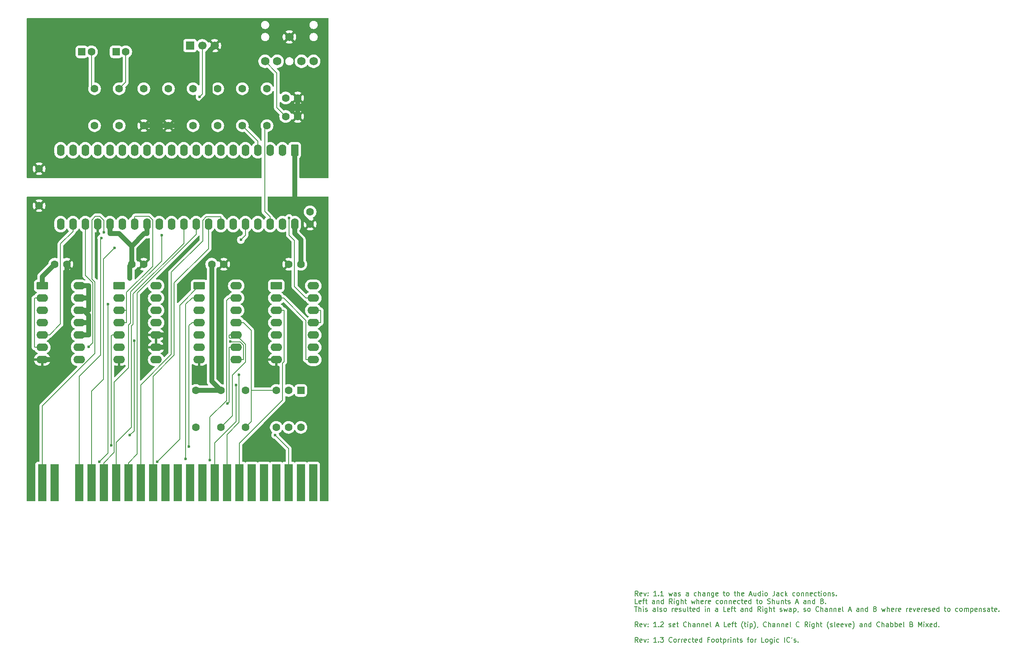
<source format=gbr>
%TF.GenerationSoftware,KiCad,Pcbnew,9.0.3*%
%TF.CreationDate,2025-08-25T15:01:51+01:00*%
%TF.ProjectId,JONZON-X-81,4a4f4e5a-4f4e-42d5-982d-38312e6b6963,1.3*%
%TF.SameCoordinates,Original*%
%TF.FileFunction,Copper,L1,Top*%
%TF.FilePolarity,Positive*%
%FSLAX46Y46*%
G04 Gerber Fmt 4.6, Leading zero omitted, Abs format (unit mm)*
G04 Created by KiCad (PCBNEW 9.0.3) date 2025-08-25 15:01:51*
%MOMM*%
%LPD*%
G01*
G04 APERTURE LIST*
G04 Aperture macros list*
%AMRoundRect*
0 Rectangle with rounded corners*
0 $1 Rounding radius*
0 $2 $3 $4 $5 $6 $7 $8 $9 X,Y pos of 4 corners*
0 Add a 4 corners polygon primitive as box body*
4,1,4,$2,$3,$4,$5,$6,$7,$8,$9,$2,$3,0*
0 Add four circle primitives for the rounded corners*
1,1,$1+$1,$2,$3*
1,1,$1+$1,$4,$5*
1,1,$1+$1,$6,$7*
1,1,$1+$1,$8,$9*
0 Add four rect primitives between the rounded corners*
20,1,$1+$1,$2,$3,$4,$5,0*
20,1,$1+$1,$4,$5,$6,$7,0*
20,1,$1+$1,$6,$7,$8,$9,0*
20,1,$1+$1,$8,$9,$2,$3,0*%
G04 Aperture macros list end*
%ADD10C,0.200000*%
%TA.AperFunction,NonConductor*%
%ADD11C,0.200000*%
%TD*%
%TA.AperFunction,ComponentPad*%
%ADD12C,1.600000*%
%TD*%
%TA.AperFunction,ComponentPad*%
%ADD13RoundRect,0.250000X-0.550000X0.950000X-0.550000X-0.950000X0.550000X-0.950000X0.550000X0.950000X0*%
%TD*%
%TA.AperFunction,ComponentPad*%
%ADD14O,1.600000X2.400000*%
%TD*%
%TA.AperFunction,ConnectorPad*%
%ADD15R,1.778000X7.620000*%
%TD*%
%TA.AperFunction,ComponentPad*%
%ADD16RoundRect,0.250000X-0.550000X0.550000X-0.550000X-0.550000X0.550000X-0.550000X0.550000X0.550000X0*%
%TD*%
%TA.AperFunction,ComponentPad*%
%ADD17R,1.700000X1.700000*%
%TD*%
%TA.AperFunction,ComponentPad*%
%ADD18C,1.700000*%
%TD*%
%TA.AperFunction,ComponentPad*%
%ADD19RoundRect,0.250000X-0.550000X-0.550000X0.550000X-0.550000X0.550000X0.550000X-0.550000X0.550000X0*%
%TD*%
%TA.AperFunction,ComponentPad*%
%ADD20C,1.752600*%
%TD*%
%TA.AperFunction,ComponentPad*%
%ADD21RoundRect,0.250000X-0.950000X-0.550000X0.950000X-0.550000X0.950000X0.550000X-0.950000X0.550000X0*%
%TD*%
%TA.AperFunction,ComponentPad*%
%ADD22O,2.400000X1.600000*%
%TD*%
%TA.AperFunction,ViaPad*%
%ADD23C,0.600000*%
%TD*%
%TA.AperFunction,ViaPad*%
%ADD24C,0.800000*%
%TD*%
%TA.AperFunction,Conductor*%
%ADD25C,0.200000*%
%TD*%
%TA.AperFunction,Conductor*%
%ADD26C,1.000000*%
%TD*%
G04 APERTURE END LIST*
D10*
D11*
X178741101Y-177667219D02*
X178407768Y-177191028D01*
X178169673Y-177667219D02*
X178169673Y-176667219D01*
X178169673Y-176667219D02*
X178550625Y-176667219D01*
X178550625Y-176667219D02*
X178645863Y-176714838D01*
X178645863Y-176714838D02*
X178693482Y-176762457D01*
X178693482Y-176762457D02*
X178741101Y-176857695D01*
X178741101Y-176857695D02*
X178741101Y-177000552D01*
X178741101Y-177000552D02*
X178693482Y-177095790D01*
X178693482Y-177095790D02*
X178645863Y-177143409D01*
X178645863Y-177143409D02*
X178550625Y-177191028D01*
X178550625Y-177191028D02*
X178169673Y-177191028D01*
X179550625Y-177619600D02*
X179455387Y-177667219D01*
X179455387Y-177667219D02*
X179264911Y-177667219D01*
X179264911Y-177667219D02*
X179169673Y-177619600D01*
X179169673Y-177619600D02*
X179122054Y-177524361D01*
X179122054Y-177524361D02*
X179122054Y-177143409D01*
X179122054Y-177143409D02*
X179169673Y-177048171D01*
X179169673Y-177048171D02*
X179264911Y-177000552D01*
X179264911Y-177000552D02*
X179455387Y-177000552D01*
X179455387Y-177000552D02*
X179550625Y-177048171D01*
X179550625Y-177048171D02*
X179598244Y-177143409D01*
X179598244Y-177143409D02*
X179598244Y-177238647D01*
X179598244Y-177238647D02*
X179122054Y-177333885D01*
X179931578Y-177000552D02*
X180169673Y-177667219D01*
X180169673Y-177667219D02*
X180407768Y-177000552D01*
X180788721Y-177571980D02*
X180836340Y-177619600D01*
X180836340Y-177619600D02*
X180788721Y-177667219D01*
X180788721Y-177667219D02*
X180741102Y-177619600D01*
X180741102Y-177619600D02*
X180788721Y-177571980D01*
X180788721Y-177571980D02*
X180788721Y-177667219D01*
X180788721Y-177048171D02*
X180836340Y-177095790D01*
X180836340Y-177095790D02*
X180788721Y-177143409D01*
X180788721Y-177143409D02*
X180741102Y-177095790D01*
X180741102Y-177095790D02*
X180788721Y-177048171D01*
X180788721Y-177048171D02*
X180788721Y-177143409D01*
X182550625Y-177667219D02*
X181979197Y-177667219D01*
X182264911Y-177667219D02*
X182264911Y-176667219D01*
X182264911Y-176667219D02*
X182169673Y-176810076D01*
X182169673Y-176810076D02*
X182074435Y-176905314D01*
X182074435Y-176905314D02*
X181979197Y-176952933D01*
X182979197Y-177571980D02*
X183026816Y-177619600D01*
X183026816Y-177619600D02*
X182979197Y-177667219D01*
X182979197Y-177667219D02*
X182931578Y-177619600D01*
X182931578Y-177619600D02*
X182979197Y-177571980D01*
X182979197Y-177571980D02*
X182979197Y-177667219D01*
X183360149Y-176667219D02*
X183979196Y-176667219D01*
X183979196Y-176667219D02*
X183645863Y-177048171D01*
X183645863Y-177048171D02*
X183788720Y-177048171D01*
X183788720Y-177048171D02*
X183883958Y-177095790D01*
X183883958Y-177095790D02*
X183931577Y-177143409D01*
X183931577Y-177143409D02*
X183979196Y-177238647D01*
X183979196Y-177238647D02*
X183979196Y-177476742D01*
X183979196Y-177476742D02*
X183931577Y-177571980D01*
X183931577Y-177571980D02*
X183883958Y-177619600D01*
X183883958Y-177619600D02*
X183788720Y-177667219D01*
X183788720Y-177667219D02*
X183503006Y-177667219D01*
X183503006Y-177667219D02*
X183407768Y-177619600D01*
X183407768Y-177619600D02*
X183360149Y-177571980D01*
X185741101Y-177571980D02*
X185693482Y-177619600D01*
X185693482Y-177619600D02*
X185550625Y-177667219D01*
X185550625Y-177667219D02*
X185455387Y-177667219D01*
X185455387Y-177667219D02*
X185312530Y-177619600D01*
X185312530Y-177619600D02*
X185217292Y-177524361D01*
X185217292Y-177524361D02*
X185169673Y-177429123D01*
X185169673Y-177429123D02*
X185122054Y-177238647D01*
X185122054Y-177238647D02*
X185122054Y-177095790D01*
X185122054Y-177095790D02*
X185169673Y-176905314D01*
X185169673Y-176905314D02*
X185217292Y-176810076D01*
X185217292Y-176810076D02*
X185312530Y-176714838D01*
X185312530Y-176714838D02*
X185455387Y-176667219D01*
X185455387Y-176667219D02*
X185550625Y-176667219D01*
X185550625Y-176667219D02*
X185693482Y-176714838D01*
X185693482Y-176714838D02*
X185741101Y-176762457D01*
X186312530Y-177667219D02*
X186217292Y-177619600D01*
X186217292Y-177619600D02*
X186169673Y-177571980D01*
X186169673Y-177571980D02*
X186122054Y-177476742D01*
X186122054Y-177476742D02*
X186122054Y-177191028D01*
X186122054Y-177191028D02*
X186169673Y-177095790D01*
X186169673Y-177095790D02*
X186217292Y-177048171D01*
X186217292Y-177048171D02*
X186312530Y-177000552D01*
X186312530Y-177000552D02*
X186455387Y-177000552D01*
X186455387Y-177000552D02*
X186550625Y-177048171D01*
X186550625Y-177048171D02*
X186598244Y-177095790D01*
X186598244Y-177095790D02*
X186645863Y-177191028D01*
X186645863Y-177191028D02*
X186645863Y-177476742D01*
X186645863Y-177476742D02*
X186598244Y-177571980D01*
X186598244Y-177571980D02*
X186550625Y-177619600D01*
X186550625Y-177619600D02*
X186455387Y-177667219D01*
X186455387Y-177667219D02*
X186312530Y-177667219D01*
X187074435Y-177667219D02*
X187074435Y-177000552D01*
X187074435Y-177191028D02*
X187122054Y-177095790D01*
X187122054Y-177095790D02*
X187169673Y-177048171D01*
X187169673Y-177048171D02*
X187264911Y-177000552D01*
X187264911Y-177000552D02*
X187360149Y-177000552D01*
X187693483Y-177667219D02*
X187693483Y-177000552D01*
X187693483Y-177191028D02*
X187741102Y-177095790D01*
X187741102Y-177095790D02*
X187788721Y-177048171D01*
X187788721Y-177048171D02*
X187883959Y-177000552D01*
X187883959Y-177000552D02*
X187979197Y-177000552D01*
X188693483Y-177619600D02*
X188598245Y-177667219D01*
X188598245Y-177667219D02*
X188407769Y-177667219D01*
X188407769Y-177667219D02*
X188312531Y-177619600D01*
X188312531Y-177619600D02*
X188264912Y-177524361D01*
X188264912Y-177524361D02*
X188264912Y-177143409D01*
X188264912Y-177143409D02*
X188312531Y-177048171D01*
X188312531Y-177048171D02*
X188407769Y-177000552D01*
X188407769Y-177000552D02*
X188598245Y-177000552D01*
X188598245Y-177000552D02*
X188693483Y-177048171D01*
X188693483Y-177048171D02*
X188741102Y-177143409D01*
X188741102Y-177143409D02*
X188741102Y-177238647D01*
X188741102Y-177238647D02*
X188264912Y-177333885D01*
X189598245Y-177619600D02*
X189503007Y-177667219D01*
X189503007Y-177667219D02*
X189312531Y-177667219D01*
X189312531Y-177667219D02*
X189217293Y-177619600D01*
X189217293Y-177619600D02*
X189169674Y-177571980D01*
X189169674Y-177571980D02*
X189122055Y-177476742D01*
X189122055Y-177476742D02*
X189122055Y-177191028D01*
X189122055Y-177191028D02*
X189169674Y-177095790D01*
X189169674Y-177095790D02*
X189217293Y-177048171D01*
X189217293Y-177048171D02*
X189312531Y-177000552D01*
X189312531Y-177000552D02*
X189503007Y-177000552D01*
X189503007Y-177000552D02*
X189598245Y-177048171D01*
X189883960Y-177000552D02*
X190264912Y-177000552D01*
X190026817Y-176667219D02*
X190026817Y-177524361D01*
X190026817Y-177524361D02*
X190074436Y-177619600D01*
X190074436Y-177619600D02*
X190169674Y-177667219D01*
X190169674Y-177667219D02*
X190264912Y-177667219D01*
X190979198Y-177619600D02*
X190883960Y-177667219D01*
X190883960Y-177667219D02*
X190693484Y-177667219D01*
X190693484Y-177667219D02*
X190598246Y-177619600D01*
X190598246Y-177619600D02*
X190550627Y-177524361D01*
X190550627Y-177524361D02*
X190550627Y-177143409D01*
X190550627Y-177143409D02*
X190598246Y-177048171D01*
X190598246Y-177048171D02*
X190693484Y-177000552D01*
X190693484Y-177000552D02*
X190883960Y-177000552D01*
X190883960Y-177000552D02*
X190979198Y-177048171D01*
X190979198Y-177048171D02*
X191026817Y-177143409D01*
X191026817Y-177143409D02*
X191026817Y-177238647D01*
X191026817Y-177238647D02*
X190550627Y-177333885D01*
X191883960Y-177667219D02*
X191883960Y-176667219D01*
X191883960Y-177619600D02*
X191788722Y-177667219D01*
X191788722Y-177667219D02*
X191598246Y-177667219D01*
X191598246Y-177667219D02*
X191503008Y-177619600D01*
X191503008Y-177619600D02*
X191455389Y-177571980D01*
X191455389Y-177571980D02*
X191407770Y-177476742D01*
X191407770Y-177476742D02*
X191407770Y-177191028D01*
X191407770Y-177191028D02*
X191455389Y-177095790D01*
X191455389Y-177095790D02*
X191503008Y-177048171D01*
X191503008Y-177048171D02*
X191598246Y-177000552D01*
X191598246Y-177000552D02*
X191788722Y-177000552D01*
X191788722Y-177000552D02*
X191883960Y-177048171D01*
X193455389Y-177143409D02*
X193122056Y-177143409D01*
X193122056Y-177667219D02*
X193122056Y-176667219D01*
X193122056Y-176667219D02*
X193598246Y-176667219D01*
X194122056Y-177667219D02*
X194026818Y-177619600D01*
X194026818Y-177619600D02*
X193979199Y-177571980D01*
X193979199Y-177571980D02*
X193931580Y-177476742D01*
X193931580Y-177476742D02*
X193931580Y-177191028D01*
X193931580Y-177191028D02*
X193979199Y-177095790D01*
X193979199Y-177095790D02*
X194026818Y-177048171D01*
X194026818Y-177048171D02*
X194122056Y-177000552D01*
X194122056Y-177000552D02*
X194264913Y-177000552D01*
X194264913Y-177000552D02*
X194360151Y-177048171D01*
X194360151Y-177048171D02*
X194407770Y-177095790D01*
X194407770Y-177095790D02*
X194455389Y-177191028D01*
X194455389Y-177191028D02*
X194455389Y-177476742D01*
X194455389Y-177476742D02*
X194407770Y-177571980D01*
X194407770Y-177571980D02*
X194360151Y-177619600D01*
X194360151Y-177619600D02*
X194264913Y-177667219D01*
X194264913Y-177667219D02*
X194122056Y-177667219D01*
X195026818Y-177667219D02*
X194931580Y-177619600D01*
X194931580Y-177619600D02*
X194883961Y-177571980D01*
X194883961Y-177571980D02*
X194836342Y-177476742D01*
X194836342Y-177476742D02*
X194836342Y-177191028D01*
X194836342Y-177191028D02*
X194883961Y-177095790D01*
X194883961Y-177095790D02*
X194931580Y-177048171D01*
X194931580Y-177048171D02*
X195026818Y-177000552D01*
X195026818Y-177000552D02*
X195169675Y-177000552D01*
X195169675Y-177000552D02*
X195264913Y-177048171D01*
X195264913Y-177048171D02*
X195312532Y-177095790D01*
X195312532Y-177095790D02*
X195360151Y-177191028D01*
X195360151Y-177191028D02*
X195360151Y-177476742D01*
X195360151Y-177476742D02*
X195312532Y-177571980D01*
X195312532Y-177571980D02*
X195264913Y-177619600D01*
X195264913Y-177619600D02*
X195169675Y-177667219D01*
X195169675Y-177667219D02*
X195026818Y-177667219D01*
X195645866Y-177000552D02*
X196026818Y-177000552D01*
X195788723Y-176667219D02*
X195788723Y-177524361D01*
X195788723Y-177524361D02*
X195836342Y-177619600D01*
X195836342Y-177619600D02*
X195931580Y-177667219D01*
X195931580Y-177667219D02*
X196026818Y-177667219D01*
X196360152Y-177000552D02*
X196360152Y-178000552D01*
X196360152Y-177048171D02*
X196455390Y-177000552D01*
X196455390Y-177000552D02*
X196645866Y-177000552D01*
X196645866Y-177000552D02*
X196741104Y-177048171D01*
X196741104Y-177048171D02*
X196788723Y-177095790D01*
X196788723Y-177095790D02*
X196836342Y-177191028D01*
X196836342Y-177191028D02*
X196836342Y-177476742D01*
X196836342Y-177476742D02*
X196788723Y-177571980D01*
X196788723Y-177571980D02*
X196741104Y-177619600D01*
X196741104Y-177619600D02*
X196645866Y-177667219D01*
X196645866Y-177667219D02*
X196455390Y-177667219D01*
X196455390Y-177667219D02*
X196360152Y-177619600D01*
X197264914Y-177667219D02*
X197264914Y-177000552D01*
X197264914Y-177191028D02*
X197312533Y-177095790D01*
X197312533Y-177095790D02*
X197360152Y-177048171D01*
X197360152Y-177048171D02*
X197455390Y-177000552D01*
X197455390Y-177000552D02*
X197550628Y-177000552D01*
X197883962Y-177667219D02*
X197883962Y-177000552D01*
X197883962Y-176667219D02*
X197836343Y-176714838D01*
X197836343Y-176714838D02*
X197883962Y-176762457D01*
X197883962Y-176762457D02*
X197931581Y-176714838D01*
X197931581Y-176714838D02*
X197883962Y-176667219D01*
X197883962Y-176667219D02*
X197883962Y-176762457D01*
X198360152Y-177000552D02*
X198360152Y-177667219D01*
X198360152Y-177095790D02*
X198407771Y-177048171D01*
X198407771Y-177048171D02*
X198503009Y-177000552D01*
X198503009Y-177000552D02*
X198645866Y-177000552D01*
X198645866Y-177000552D02*
X198741104Y-177048171D01*
X198741104Y-177048171D02*
X198788723Y-177143409D01*
X198788723Y-177143409D02*
X198788723Y-177667219D01*
X199122057Y-177000552D02*
X199503009Y-177000552D01*
X199264914Y-176667219D02*
X199264914Y-177524361D01*
X199264914Y-177524361D02*
X199312533Y-177619600D01*
X199312533Y-177619600D02*
X199407771Y-177667219D01*
X199407771Y-177667219D02*
X199503009Y-177667219D01*
X199788724Y-177619600D02*
X199883962Y-177667219D01*
X199883962Y-177667219D02*
X200074438Y-177667219D01*
X200074438Y-177667219D02*
X200169676Y-177619600D01*
X200169676Y-177619600D02*
X200217295Y-177524361D01*
X200217295Y-177524361D02*
X200217295Y-177476742D01*
X200217295Y-177476742D02*
X200169676Y-177381504D01*
X200169676Y-177381504D02*
X200074438Y-177333885D01*
X200074438Y-177333885D02*
X199931581Y-177333885D01*
X199931581Y-177333885D02*
X199836343Y-177286266D01*
X199836343Y-177286266D02*
X199788724Y-177191028D01*
X199788724Y-177191028D02*
X199788724Y-177143409D01*
X199788724Y-177143409D02*
X199836343Y-177048171D01*
X199836343Y-177048171D02*
X199931581Y-177000552D01*
X199931581Y-177000552D02*
X200074438Y-177000552D01*
X200074438Y-177000552D02*
X200169676Y-177048171D01*
X201264915Y-177000552D02*
X201645867Y-177000552D01*
X201407772Y-177667219D02*
X201407772Y-176810076D01*
X201407772Y-176810076D02*
X201455391Y-176714838D01*
X201455391Y-176714838D02*
X201550629Y-176667219D01*
X201550629Y-176667219D02*
X201645867Y-176667219D01*
X202122058Y-177667219D02*
X202026820Y-177619600D01*
X202026820Y-177619600D02*
X201979201Y-177571980D01*
X201979201Y-177571980D02*
X201931582Y-177476742D01*
X201931582Y-177476742D02*
X201931582Y-177191028D01*
X201931582Y-177191028D02*
X201979201Y-177095790D01*
X201979201Y-177095790D02*
X202026820Y-177048171D01*
X202026820Y-177048171D02*
X202122058Y-177000552D01*
X202122058Y-177000552D02*
X202264915Y-177000552D01*
X202264915Y-177000552D02*
X202360153Y-177048171D01*
X202360153Y-177048171D02*
X202407772Y-177095790D01*
X202407772Y-177095790D02*
X202455391Y-177191028D01*
X202455391Y-177191028D02*
X202455391Y-177476742D01*
X202455391Y-177476742D02*
X202407772Y-177571980D01*
X202407772Y-177571980D02*
X202360153Y-177619600D01*
X202360153Y-177619600D02*
X202264915Y-177667219D01*
X202264915Y-177667219D02*
X202122058Y-177667219D01*
X202883963Y-177667219D02*
X202883963Y-177000552D01*
X202883963Y-177191028D02*
X202931582Y-177095790D01*
X202931582Y-177095790D02*
X202979201Y-177048171D01*
X202979201Y-177048171D02*
X203074439Y-177000552D01*
X203074439Y-177000552D02*
X203169677Y-177000552D01*
X204741106Y-177667219D02*
X204264916Y-177667219D01*
X204264916Y-177667219D02*
X204264916Y-176667219D01*
X205217297Y-177667219D02*
X205122059Y-177619600D01*
X205122059Y-177619600D02*
X205074440Y-177571980D01*
X205074440Y-177571980D02*
X205026821Y-177476742D01*
X205026821Y-177476742D02*
X205026821Y-177191028D01*
X205026821Y-177191028D02*
X205074440Y-177095790D01*
X205074440Y-177095790D02*
X205122059Y-177048171D01*
X205122059Y-177048171D02*
X205217297Y-177000552D01*
X205217297Y-177000552D02*
X205360154Y-177000552D01*
X205360154Y-177000552D02*
X205455392Y-177048171D01*
X205455392Y-177048171D02*
X205503011Y-177095790D01*
X205503011Y-177095790D02*
X205550630Y-177191028D01*
X205550630Y-177191028D02*
X205550630Y-177476742D01*
X205550630Y-177476742D02*
X205503011Y-177571980D01*
X205503011Y-177571980D02*
X205455392Y-177619600D01*
X205455392Y-177619600D02*
X205360154Y-177667219D01*
X205360154Y-177667219D02*
X205217297Y-177667219D01*
X206407773Y-177000552D02*
X206407773Y-177810076D01*
X206407773Y-177810076D02*
X206360154Y-177905314D01*
X206360154Y-177905314D02*
X206312535Y-177952933D01*
X206312535Y-177952933D02*
X206217297Y-178000552D01*
X206217297Y-178000552D02*
X206074440Y-178000552D01*
X206074440Y-178000552D02*
X205979202Y-177952933D01*
X206407773Y-177619600D02*
X206312535Y-177667219D01*
X206312535Y-177667219D02*
X206122059Y-177667219D01*
X206122059Y-177667219D02*
X206026821Y-177619600D01*
X206026821Y-177619600D02*
X205979202Y-177571980D01*
X205979202Y-177571980D02*
X205931583Y-177476742D01*
X205931583Y-177476742D02*
X205931583Y-177191028D01*
X205931583Y-177191028D02*
X205979202Y-177095790D01*
X205979202Y-177095790D02*
X206026821Y-177048171D01*
X206026821Y-177048171D02*
X206122059Y-177000552D01*
X206122059Y-177000552D02*
X206312535Y-177000552D01*
X206312535Y-177000552D02*
X206407773Y-177048171D01*
X206883964Y-177667219D02*
X206883964Y-177000552D01*
X206883964Y-176667219D02*
X206836345Y-176714838D01*
X206836345Y-176714838D02*
X206883964Y-176762457D01*
X206883964Y-176762457D02*
X206931583Y-176714838D01*
X206931583Y-176714838D02*
X206883964Y-176667219D01*
X206883964Y-176667219D02*
X206883964Y-176762457D01*
X207788725Y-177619600D02*
X207693487Y-177667219D01*
X207693487Y-177667219D02*
X207503011Y-177667219D01*
X207503011Y-177667219D02*
X207407773Y-177619600D01*
X207407773Y-177619600D02*
X207360154Y-177571980D01*
X207360154Y-177571980D02*
X207312535Y-177476742D01*
X207312535Y-177476742D02*
X207312535Y-177191028D01*
X207312535Y-177191028D02*
X207360154Y-177095790D01*
X207360154Y-177095790D02*
X207407773Y-177048171D01*
X207407773Y-177048171D02*
X207503011Y-177000552D01*
X207503011Y-177000552D02*
X207693487Y-177000552D01*
X207693487Y-177000552D02*
X207788725Y-177048171D01*
X208979202Y-177667219D02*
X208979202Y-176667219D01*
X210026820Y-177571980D02*
X209979201Y-177619600D01*
X209979201Y-177619600D02*
X209836344Y-177667219D01*
X209836344Y-177667219D02*
X209741106Y-177667219D01*
X209741106Y-177667219D02*
X209598249Y-177619600D01*
X209598249Y-177619600D02*
X209503011Y-177524361D01*
X209503011Y-177524361D02*
X209455392Y-177429123D01*
X209455392Y-177429123D02*
X209407773Y-177238647D01*
X209407773Y-177238647D02*
X209407773Y-177095790D01*
X209407773Y-177095790D02*
X209455392Y-176905314D01*
X209455392Y-176905314D02*
X209503011Y-176810076D01*
X209503011Y-176810076D02*
X209598249Y-176714838D01*
X209598249Y-176714838D02*
X209741106Y-176667219D01*
X209741106Y-176667219D02*
X209836344Y-176667219D01*
X209836344Y-176667219D02*
X209979201Y-176714838D01*
X209979201Y-176714838D02*
X210026820Y-176762457D01*
X210503011Y-176667219D02*
X210407773Y-176857695D01*
X210883963Y-177619600D02*
X210979201Y-177667219D01*
X210979201Y-177667219D02*
X211169677Y-177667219D01*
X211169677Y-177667219D02*
X211264915Y-177619600D01*
X211264915Y-177619600D02*
X211312534Y-177524361D01*
X211312534Y-177524361D02*
X211312534Y-177476742D01*
X211312534Y-177476742D02*
X211264915Y-177381504D01*
X211264915Y-177381504D02*
X211169677Y-177333885D01*
X211169677Y-177333885D02*
X211026820Y-177333885D01*
X211026820Y-177333885D02*
X210931582Y-177286266D01*
X210931582Y-177286266D02*
X210883963Y-177191028D01*
X210883963Y-177191028D02*
X210883963Y-177143409D01*
X210883963Y-177143409D02*
X210931582Y-177048171D01*
X210931582Y-177048171D02*
X211026820Y-177000552D01*
X211026820Y-177000552D02*
X211169677Y-177000552D01*
X211169677Y-177000552D02*
X211264915Y-177048171D01*
X211741106Y-177571980D02*
X211788725Y-177619600D01*
X211788725Y-177619600D02*
X211741106Y-177667219D01*
X211741106Y-177667219D02*
X211693487Y-177619600D01*
X211693487Y-177619600D02*
X211741106Y-177571980D01*
X211741106Y-177571980D02*
X211741106Y-177667219D01*
D10*
D11*
X178741101Y-174492219D02*
X178407768Y-174016028D01*
X178169673Y-174492219D02*
X178169673Y-173492219D01*
X178169673Y-173492219D02*
X178550625Y-173492219D01*
X178550625Y-173492219D02*
X178645863Y-173539838D01*
X178645863Y-173539838D02*
X178693482Y-173587457D01*
X178693482Y-173587457D02*
X178741101Y-173682695D01*
X178741101Y-173682695D02*
X178741101Y-173825552D01*
X178741101Y-173825552D02*
X178693482Y-173920790D01*
X178693482Y-173920790D02*
X178645863Y-173968409D01*
X178645863Y-173968409D02*
X178550625Y-174016028D01*
X178550625Y-174016028D02*
X178169673Y-174016028D01*
X179550625Y-174444600D02*
X179455387Y-174492219D01*
X179455387Y-174492219D02*
X179264911Y-174492219D01*
X179264911Y-174492219D02*
X179169673Y-174444600D01*
X179169673Y-174444600D02*
X179122054Y-174349361D01*
X179122054Y-174349361D02*
X179122054Y-173968409D01*
X179122054Y-173968409D02*
X179169673Y-173873171D01*
X179169673Y-173873171D02*
X179264911Y-173825552D01*
X179264911Y-173825552D02*
X179455387Y-173825552D01*
X179455387Y-173825552D02*
X179550625Y-173873171D01*
X179550625Y-173873171D02*
X179598244Y-173968409D01*
X179598244Y-173968409D02*
X179598244Y-174063647D01*
X179598244Y-174063647D02*
X179122054Y-174158885D01*
X179931578Y-173825552D02*
X180169673Y-174492219D01*
X180169673Y-174492219D02*
X180407768Y-173825552D01*
X180788721Y-174396980D02*
X180836340Y-174444600D01*
X180836340Y-174444600D02*
X180788721Y-174492219D01*
X180788721Y-174492219D02*
X180741102Y-174444600D01*
X180741102Y-174444600D02*
X180788721Y-174396980D01*
X180788721Y-174396980D02*
X180788721Y-174492219D01*
X180788721Y-173873171D02*
X180836340Y-173920790D01*
X180836340Y-173920790D02*
X180788721Y-173968409D01*
X180788721Y-173968409D02*
X180741102Y-173920790D01*
X180741102Y-173920790D02*
X180788721Y-173873171D01*
X180788721Y-173873171D02*
X180788721Y-173968409D01*
X182550625Y-174492219D02*
X181979197Y-174492219D01*
X182264911Y-174492219D02*
X182264911Y-173492219D01*
X182264911Y-173492219D02*
X182169673Y-173635076D01*
X182169673Y-173635076D02*
X182074435Y-173730314D01*
X182074435Y-173730314D02*
X181979197Y-173777933D01*
X182979197Y-174396980D02*
X183026816Y-174444600D01*
X183026816Y-174444600D02*
X182979197Y-174492219D01*
X182979197Y-174492219D02*
X182931578Y-174444600D01*
X182931578Y-174444600D02*
X182979197Y-174396980D01*
X182979197Y-174396980D02*
X182979197Y-174492219D01*
X183407768Y-173587457D02*
X183455387Y-173539838D01*
X183455387Y-173539838D02*
X183550625Y-173492219D01*
X183550625Y-173492219D02*
X183788720Y-173492219D01*
X183788720Y-173492219D02*
X183883958Y-173539838D01*
X183883958Y-173539838D02*
X183931577Y-173587457D01*
X183931577Y-173587457D02*
X183979196Y-173682695D01*
X183979196Y-173682695D02*
X183979196Y-173777933D01*
X183979196Y-173777933D02*
X183931577Y-173920790D01*
X183931577Y-173920790D02*
X183360149Y-174492219D01*
X183360149Y-174492219D02*
X183979196Y-174492219D01*
X185122054Y-174444600D02*
X185217292Y-174492219D01*
X185217292Y-174492219D02*
X185407768Y-174492219D01*
X185407768Y-174492219D02*
X185503006Y-174444600D01*
X185503006Y-174444600D02*
X185550625Y-174349361D01*
X185550625Y-174349361D02*
X185550625Y-174301742D01*
X185550625Y-174301742D02*
X185503006Y-174206504D01*
X185503006Y-174206504D02*
X185407768Y-174158885D01*
X185407768Y-174158885D02*
X185264911Y-174158885D01*
X185264911Y-174158885D02*
X185169673Y-174111266D01*
X185169673Y-174111266D02*
X185122054Y-174016028D01*
X185122054Y-174016028D02*
X185122054Y-173968409D01*
X185122054Y-173968409D02*
X185169673Y-173873171D01*
X185169673Y-173873171D02*
X185264911Y-173825552D01*
X185264911Y-173825552D02*
X185407768Y-173825552D01*
X185407768Y-173825552D02*
X185503006Y-173873171D01*
X186360149Y-174444600D02*
X186264911Y-174492219D01*
X186264911Y-174492219D02*
X186074435Y-174492219D01*
X186074435Y-174492219D02*
X185979197Y-174444600D01*
X185979197Y-174444600D02*
X185931578Y-174349361D01*
X185931578Y-174349361D02*
X185931578Y-173968409D01*
X185931578Y-173968409D02*
X185979197Y-173873171D01*
X185979197Y-173873171D02*
X186074435Y-173825552D01*
X186074435Y-173825552D02*
X186264911Y-173825552D01*
X186264911Y-173825552D02*
X186360149Y-173873171D01*
X186360149Y-173873171D02*
X186407768Y-173968409D01*
X186407768Y-173968409D02*
X186407768Y-174063647D01*
X186407768Y-174063647D02*
X185931578Y-174158885D01*
X186693483Y-173825552D02*
X187074435Y-173825552D01*
X186836340Y-173492219D02*
X186836340Y-174349361D01*
X186836340Y-174349361D02*
X186883959Y-174444600D01*
X186883959Y-174444600D02*
X186979197Y-174492219D01*
X186979197Y-174492219D02*
X187074435Y-174492219D01*
X188741102Y-174396980D02*
X188693483Y-174444600D01*
X188693483Y-174444600D02*
X188550626Y-174492219D01*
X188550626Y-174492219D02*
X188455388Y-174492219D01*
X188455388Y-174492219D02*
X188312531Y-174444600D01*
X188312531Y-174444600D02*
X188217293Y-174349361D01*
X188217293Y-174349361D02*
X188169674Y-174254123D01*
X188169674Y-174254123D02*
X188122055Y-174063647D01*
X188122055Y-174063647D02*
X188122055Y-173920790D01*
X188122055Y-173920790D02*
X188169674Y-173730314D01*
X188169674Y-173730314D02*
X188217293Y-173635076D01*
X188217293Y-173635076D02*
X188312531Y-173539838D01*
X188312531Y-173539838D02*
X188455388Y-173492219D01*
X188455388Y-173492219D02*
X188550626Y-173492219D01*
X188550626Y-173492219D02*
X188693483Y-173539838D01*
X188693483Y-173539838D02*
X188741102Y-173587457D01*
X189169674Y-174492219D02*
X189169674Y-173492219D01*
X189598245Y-174492219D02*
X189598245Y-173968409D01*
X189598245Y-173968409D02*
X189550626Y-173873171D01*
X189550626Y-173873171D02*
X189455388Y-173825552D01*
X189455388Y-173825552D02*
X189312531Y-173825552D01*
X189312531Y-173825552D02*
X189217293Y-173873171D01*
X189217293Y-173873171D02*
X189169674Y-173920790D01*
X190503007Y-174492219D02*
X190503007Y-173968409D01*
X190503007Y-173968409D02*
X190455388Y-173873171D01*
X190455388Y-173873171D02*
X190360150Y-173825552D01*
X190360150Y-173825552D02*
X190169674Y-173825552D01*
X190169674Y-173825552D02*
X190074436Y-173873171D01*
X190503007Y-174444600D02*
X190407769Y-174492219D01*
X190407769Y-174492219D02*
X190169674Y-174492219D01*
X190169674Y-174492219D02*
X190074436Y-174444600D01*
X190074436Y-174444600D02*
X190026817Y-174349361D01*
X190026817Y-174349361D02*
X190026817Y-174254123D01*
X190026817Y-174254123D02*
X190074436Y-174158885D01*
X190074436Y-174158885D02*
X190169674Y-174111266D01*
X190169674Y-174111266D02*
X190407769Y-174111266D01*
X190407769Y-174111266D02*
X190503007Y-174063647D01*
X190979198Y-173825552D02*
X190979198Y-174492219D01*
X190979198Y-173920790D02*
X191026817Y-173873171D01*
X191026817Y-173873171D02*
X191122055Y-173825552D01*
X191122055Y-173825552D02*
X191264912Y-173825552D01*
X191264912Y-173825552D02*
X191360150Y-173873171D01*
X191360150Y-173873171D02*
X191407769Y-173968409D01*
X191407769Y-173968409D02*
X191407769Y-174492219D01*
X191883960Y-173825552D02*
X191883960Y-174492219D01*
X191883960Y-173920790D02*
X191931579Y-173873171D01*
X191931579Y-173873171D02*
X192026817Y-173825552D01*
X192026817Y-173825552D02*
X192169674Y-173825552D01*
X192169674Y-173825552D02*
X192264912Y-173873171D01*
X192264912Y-173873171D02*
X192312531Y-173968409D01*
X192312531Y-173968409D02*
X192312531Y-174492219D01*
X193169674Y-174444600D02*
X193074436Y-174492219D01*
X193074436Y-174492219D02*
X192883960Y-174492219D01*
X192883960Y-174492219D02*
X192788722Y-174444600D01*
X192788722Y-174444600D02*
X192741103Y-174349361D01*
X192741103Y-174349361D02*
X192741103Y-173968409D01*
X192741103Y-173968409D02*
X192788722Y-173873171D01*
X192788722Y-173873171D02*
X192883960Y-173825552D01*
X192883960Y-173825552D02*
X193074436Y-173825552D01*
X193074436Y-173825552D02*
X193169674Y-173873171D01*
X193169674Y-173873171D02*
X193217293Y-173968409D01*
X193217293Y-173968409D02*
X193217293Y-174063647D01*
X193217293Y-174063647D02*
X192741103Y-174158885D01*
X193788722Y-174492219D02*
X193693484Y-174444600D01*
X193693484Y-174444600D02*
X193645865Y-174349361D01*
X193645865Y-174349361D02*
X193645865Y-173492219D01*
X194883961Y-174206504D02*
X195360151Y-174206504D01*
X194788723Y-174492219D02*
X195122056Y-173492219D01*
X195122056Y-173492219D02*
X195455389Y-174492219D01*
X197026818Y-174492219D02*
X196550628Y-174492219D01*
X196550628Y-174492219D02*
X196550628Y-173492219D01*
X197741104Y-174444600D02*
X197645866Y-174492219D01*
X197645866Y-174492219D02*
X197455390Y-174492219D01*
X197455390Y-174492219D02*
X197360152Y-174444600D01*
X197360152Y-174444600D02*
X197312533Y-174349361D01*
X197312533Y-174349361D02*
X197312533Y-173968409D01*
X197312533Y-173968409D02*
X197360152Y-173873171D01*
X197360152Y-173873171D02*
X197455390Y-173825552D01*
X197455390Y-173825552D02*
X197645866Y-173825552D01*
X197645866Y-173825552D02*
X197741104Y-173873171D01*
X197741104Y-173873171D02*
X197788723Y-173968409D01*
X197788723Y-173968409D02*
X197788723Y-174063647D01*
X197788723Y-174063647D02*
X197312533Y-174158885D01*
X198074438Y-173825552D02*
X198455390Y-173825552D01*
X198217295Y-174492219D02*
X198217295Y-173635076D01*
X198217295Y-173635076D02*
X198264914Y-173539838D01*
X198264914Y-173539838D02*
X198360152Y-173492219D01*
X198360152Y-173492219D02*
X198455390Y-173492219D01*
X198645867Y-173825552D02*
X199026819Y-173825552D01*
X198788724Y-173492219D02*
X198788724Y-174349361D01*
X198788724Y-174349361D02*
X198836343Y-174444600D01*
X198836343Y-174444600D02*
X198931581Y-174492219D01*
X198931581Y-174492219D02*
X199026819Y-174492219D01*
X200407772Y-174873171D02*
X200360153Y-174825552D01*
X200360153Y-174825552D02*
X200264915Y-174682695D01*
X200264915Y-174682695D02*
X200217296Y-174587457D01*
X200217296Y-174587457D02*
X200169677Y-174444600D01*
X200169677Y-174444600D02*
X200122058Y-174206504D01*
X200122058Y-174206504D02*
X200122058Y-174016028D01*
X200122058Y-174016028D02*
X200169677Y-173777933D01*
X200169677Y-173777933D02*
X200217296Y-173635076D01*
X200217296Y-173635076D02*
X200264915Y-173539838D01*
X200264915Y-173539838D02*
X200360153Y-173396980D01*
X200360153Y-173396980D02*
X200407772Y-173349361D01*
X200645868Y-173825552D02*
X201026820Y-173825552D01*
X200788725Y-173492219D02*
X200788725Y-174349361D01*
X200788725Y-174349361D02*
X200836344Y-174444600D01*
X200836344Y-174444600D02*
X200931582Y-174492219D01*
X200931582Y-174492219D02*
X201026820Y-174492219D01*
X201360154Y-174492219D02*
X201360154Y-173825552D01*
X201360154Y-173492219D02*
X201312535Y-173539838D01*
X201312535Y-173539838D02*
X201360154Y-173587457D01*
X201360154Y-173587457D02*
X201407773Y-173539838D01*
X201407773Y-173539838D02*
X201360154Y-173492219D01*
X201360154Y-173492219D02*
X201360154Y-173587457D01*
X201836344Y-173825552D02*
X201836344Y-174825552D01*
X201836344Y-173873171D02*
X201931582Y-173825552D01*
X201931582Y-173825552D02*
X202122058Y-173825552D01*
X202122058Y-173825552D02*
X202217296Y-173873171D01*
X202217296Y-173873171D02*
X202264915Y-173920790D01*
X202264915Y-173920790D02*
X202312534Y-174016028D01*
X202312534Y-174016028D02*
X202312534Y-174301742D01*
X202312534Y-174301742D02*
X202264915Y-174396980D01*
X202264915Y-174396980D02*
X202217296Y-174444600D01*
X202217296Y-174444600D02*
X202122058Y-174492219D01*
X202122058Y-174492219D02*
X201931582Y-174492219D01*
X201931582Y-174492219D02*
X201836344Y-174444600D01*
X202645868Y-174873171D02*
X202693487Y-174825552D01*
X202693487Y-174825552D02*
X202788725Y-174682695D01*
X202788725Y-174682695D02*
X202836344Y-174587457D01*
X202836344Y-174587457D02*
X202883963Y-174444600D01*
X202883963Y-174444600D02*
X202931582Y-174206504D01*
X202931582Y-174206504D02*
X202931582Y-174016028D01*
X202931582Y-174016028D02*
X202883963Y-173777933D01*
X202883963Y-173777933D02*
X202836344Y-173635076D01*
X202836344Y-173635076D02*
X202788725Y-173539838D01*
X202788725Y-173539838D02*
X202693487Y-173396980D01*
X202693487Y-173396980D02*
X202645868Y-173349361D01*
X203455392Y-174444600D02*
X203455392Y-174492219D01*
X203455392Y-174492219D02*
X203407773Y-174587457D01*
X203407773Y-174587457D02*
X203360154Y-174635076D01*
X205217296Y-174396980D02*
X205169677Y-174444600D01*
X205169677Y-174444600D02*
X205026820Y-174492219D01*
X205026820Y-174492219D02*
X204931582Y-174492219D01*
X204931582Y-174492219D02*
X204788725Y-174444600D01*
X204788725Y-174444600D02*
X204693487Y-174349361D01*
X204693487Y-174349361D02*
X204645868Y-174254123D01*
X204645868Y-174254123D02*
X204598249Y-174063647D01*
X204598249Y-174063647D02*
X204598249Y-173920790D01*
X204598249Y-173920790D02*
X204645868Y-173730314D01*
X204645868Y-173730314D02*
X204693487Y-173635076D01*
X204693487Y-173635076D02*
X204788725Y-173539838D01*
X204788725Y-173539838D02*
X204931582Y-173492219D01*
X204931582Y-173492219D02*
X205026820Y-173492219D01*
X205026820Y-173492219D02*
X205169677Y-173539838D01*
X205169677Y-173539838D02*
X205217296Y-173587457D01*
X205645868Y-174492219D02*
X205645868Y-173492219D01*
X206074439Y-174492219D02*
X206074439Y-173968409D01*
X206074439Y-173968409D02*
X206026820Y-173873171D01*
X206026820Y-173873171D02*
X205931582Y-173825552D01*
X205931582Y-173825552D02*
X205788725Y-173825552D01*
X205788725Y-173825552D02*
X205693487Y-173873171D01*
X205693487Y-173873171D02*
X205645868Y-173920790D01*
X206979201Y-174492219D02*
X206979201Y-173968409D01*
X206979201Y-173968409D02*
X206931582Y-173873171D01*
X206931582Y-173873171D02*
X206836344Y-173825552D01*
X206836344Y-173825552D02*
X206645868Y-173825552D01*
X206645868Y-173825552D02*
X206550630Y-173873171D01*
X206979201Y-174444600D02*
X206883963Y-174492219D01*
X206883963Y-174492219D02*
X206645868Y-174492219D01*
X206645868Y-174492219D02*
X206550630Y-174444600D01*
X206550630Y-174444600D02*
X206503011Y-174349361D01*
X206503011Y-174349361D02*
X206503011Y-174254123D01*
X206503011Y-174254123D02*
X206550630Y-174158885D01*
X206550630Y-174158885D02*
X206645868Y-174111266D01*
X206645868Y-174111266D02*
X206883963Y-174111266D01*
X206883963Y-174111266D02*
X206979201Y-174063647D01*
X207455392Y-173825552D02*
X207455392Y-174492219D01*
X207455392Y-173920790D02*
X207503011Y-173873171D01*
X207503011Y-173873171D02*
X207598249Y-173825552D01*
X207598249Y-173825552D02*
X207741106Y-173825552D01*
X207741106Y-173825552D02*
X207836344Y-173873171D01*
X207836344Y-173873171D02*
X207883963Y-173968409D01*
X207883963Y-173968409D02*
X207883963Y-174492219D01*
X208360154Y-173825552D02*
X208360154Y-174492219D01*
X208360154Y-173920790D02*
X208407773Y-173873171D01*
X208407773Y-173873171D02*
X208503011Y-173825552D01*
X208503011Y-173825552D02*
X208645868Y-173825552D01*
X208645868Y-173825552D02*
X208741106Y-173873171D01*
X208741106Y-173873171D02*
X208788725Y-173968409D01*
X208788725Y-173968409D02*
X208788725Y-174492219D01*
X209645868Y-174444600D02*
X209550630Y-174492219D01*
X209550630Y-174492219D02*
X209360154Y-174492219D01*
X209360154Y-174492219D02*
X209264916Y-174444600D01*
X209264916Y-174444600D02*
X209217297Y-174349361D01*
X209217297Y-174349361D02*
X209217297Y-173968409D01*
X209217297Y-173968409D02*
X209264916Y-173873171D01*
X209264916Y-173873171D02*
X209360154Y-173825552D01*
X209360154Y-173825552D02*
X209550630Y-173825552D01*
X209550630Y-173825552D02*
X209645868Y-173873171D01*
X209645868Y-173873171D02*
X209693487Y-173968409D01*
X209693487Y-173968409D02*
X209693487Y-174063647D01*
X209693487Y-174063647D02*
X209217297Y-174158885D01*
X210264916Y-174492219D02*
X210169678Y-174444600D01*
X210169678Y-174444600D02*
X210122059Y-174349361D01*
X210122059Y-174349361D02*
X210122059Y-173492219D01*
X211979202Y-174396980D02*
X211931583Y-174444600D01*
X211931583Y-174444600D02*
X211788726Y-174492219D01*
X211788726Y-174492219D02*
X211693488Y-174492219D01*
X211693488Y-174492219D02*
X211550631Y-174444600D01*
X211550631Y-174444600D02*
X211455393Y-174349361D01*
X211455393Y-174349361D02*
X211407774Y-174254123D01*
X211407774Y-174254123D02*
X211360155Y-174063647D01*
X211360155Y-174063647D02*
X211360155Y-173920790D01*
X211360155Y-173920790D02*
X211407774Y-173730314D01*
X211407774Y-173730314D02*
X211455393Y-173635076D01*
X211455393Y-173635076D02*
X211550631Y-173539838D01*
X211550631Y-173539838D02*
X211693488Y-173492219D01*
X211693488Y-173492219D02*
X211788726Y-173492219D01*
X211788726Y-173492219D02*
X211931583Y-173539838D01*
X211931583Y-173539838D02*
X211979202Y-173587457D01*
X213741107Y-174492219D02*
X213407774Y-174016028D01*
X213169679Y-174492219D02*
X213169679Y-173492219D01*
X213169679Y-173492219D02*
X213550631Y-173492219D01*
X213550631Y-173492219D02*
X213645869Y-173539838D01*
X213645869Y-173539838D02*
X213693488Y-173587457D01*
X213693488Y-173587457D02*
X213741107Y-173682695D01*
X213741107Y-173682695D02*
X213741107Y-173825552D01*
X213741107Y-173825552D02*
X213693488Y-173920790D01*
X213693488Y-173920790D02*
X213645869Y-173968409D01*
X213645869Y-173968409D02*
X213550631Y-174016028D01*
X213550631Y-174016028D02*
X213169679Y-174016028D01*
X214169679Y-174492219D02*
X214169679Y-173825552D01*
X214169679Y-173492219D02*
X214122060Y-173539838D01*
X214122060Y-173539838D02*
X214169679Y-173587457D01*
X214169679Y-173587457D02*
X214217298Y-173539838D01*
X214217298Y-173539838D02*
X214169679Y-173492219D01*
X214169679Y-173492219D02*
X214169679Y-173587457D01*
X215074440Y-173825552D02*
X215074440Y-174635076D01*
X215074440Y-174635076D02*
X215026821Y-174730314D01*
X215026821Y-174730314D02*
X214979202Y-174777933D01*
X214979202Y-174777933D02*
X214883964Y-174825552D01*
X214883964Y-174825552D02*
X214741107Y-174825552D01*
X214741107Y-174825552D02*
X214645869Y-174777933D01*
X215074440Y-174444600D02*
X214979202Y-174492219D01*
X214979202Y-174492219D02*
X214788726Y-174492219D01*
X214788726Y-174492219D02*
X214693488Y-174444600D01*
X214693488Y-174444600D02*
X214645869Y-174396980D01*
X214645869Y-174396980D02*
X214598250Y-174301742D01*
X214598250Y-174301742D02*
X214598250Y-174016028D01*
X214598250Y-174016028D02*
X214645869Y-173920790D01*
X214645869Y-173920790D02*
X214693488Y-173873171D01*
X214693488Y-173873171D02*
X214788726Y-173825552D01*
X214788726Y-173825552D02*
X214979202Y-173825552D01*
X214979202Y-173825552D02*
X215074440Y-173873171D01*
X215550631Y-174492219D02*
X215550631Y-173492219D01*
X215979202Y-174492219D02*
X215979202Y-173968409D01*
X215979202Y-173968409D02*
X215931583Y-173873171D01*
X215931583Y-173873171D02*
X215836345Y-173825552D01*
X215836345Y-173825552D02*
X215693488Y-173825552D01*
X215693488Y-173825552D02*
X215598250Y-173873171D01*
X215598250Y-173873171D02*
X215550631Y-173920790D01*
X216312536Y-173825552D02*
X216693488Y-173825552D01*
X216455393Y-173492219D02*
X216455393Y-174349361D01*
X216455393Y-174349361D02*
X216503012Y-174444600D01*
X216503012Y-174444600D02*
X216598250Y-174492219D01*
X216598250Y-174492219D02*
X216693488Y-174492219D01*
X218074441Y-174873171D02*
X218026822Y-174825552D01*
X218026822Y-174825552D02*
X217931584Y-174682695D01*
X217931584Y-174682695D02*
X217883965Y-174587457D01*
X217883965Y-174587457D02*
X217836346Y-174444600D01*
X217836346Y-174444600D02*
X217788727Y-174206504D01*
X217788727Y-174206504D02*
X217788727Y-174016028D01*
X217788727Y-174016028D02*
X217836346Y-173777933D01*
X217836346Y-173777933D02*
X217883965Y-173635076D01*
X217883965Y-173635076D02*
X217931584Y-173539838D01*
X217931584Y-173539838D02*
X218026822Y-173396980D01*
X218026822Y-173396980D02*
X218074441Y-173349361D01*
X218407775Y-174444600D02*
X218503013Y-174492219D01*
X218503013Y-174492219D02*
X218693489Y-174492219D01*
X218693489Y-174492219D02*
X218788727Y-174444600D01*
X218788727Y-174444600D02*
X218836346Y-174349361D01*
X218836346Y-174349361D02*
X218836346Y-174301742D01*
X218836346Y-174301742D02*
X218788727Y-174206504D01*
X218788727Y-174206504D02*
X218693489Y-174158885D01*
X218693489Y-174158885D02*
X218550632Y-174158885D01*
X218550632Y-174158885D02*
X218455394Y-174111266D01*
X218455394Y-174111266D02*
X218407775Y-174016028D01*
X218407775Y-174016028D02*
X218407775Y-173968409D01*
X218407775Y-173968409D02*
X218455394Y-173873171D01*
X218455394Y-173873171D02*
X218550632Y-173825552D01*
X218550632Y-173825552D02*
X218693489Y-173825552D01*
X218693489Y-173825552D02*
X218788727Y-173873171D01*
X219407775Y-174492219D02*
X219312537Y-174444600D01*
X219312537Y-174444600D02*
X219264918Y-174349361D01*
X219264918Y-174349361D02*
X219264918Y-173492219D01*
X220169680Y-174444600D02*
X220074442Y-174492219D01*
X220074442Y-174492219D02*
X219883966Y-174492219D01*
X219883966Y-174492219D02*
X219788728Y-174444600D01*
X219788728Y-174444600D02*
X219741109Y-174349361D01*
X219741109Y-174349361D02*
X219741109Y-173968409D01*
X219741109Y-173968409D02*
X219788728Y-173873171D01*
X219788728Y-173873171D02*
X219883966Y-173825552D01*
X219883966Y-173825552D02*
X220074442Y-173825552D01*
X220074442Y-173825552D02*
X220169680Y-173873171D01*
X220169680Y-173873171D02*
X220217299Y-173968409D01*
X220217299Y-173968409D02*
X220217299Y-174063647D01*
X220217299Y-174063647D02*
X219741109Y-174158885D01*
X221026823Y-174444600D02*
X220931585Y-174492219D01*
X220931585Y-174492219D02*
X220741109Y-174492219D01*
X220741109Y-174492219D02*
X220645871Y-174444600D01*
X220645871Y-174444600D02*
X220598252Y-174349361D01*
X220598252Y-174349361D02*
X220598252Y-173968409D01*
X220598252Y-173968409D02*
X220645871Y-173873171D01*
X220645871Y-173873171D02*
X220741109Y-173825552D01*
X220741109Y-173825552D02*
X220931585Y-173825552D01*
X220931585Y-173825552D02*
X221026823Y-173873171D01*
X221026823Y-173873171D02*
X221074442Y-173968409D01*
X221074442Y-173968409D02*
X221074442Y-174063647D01*
X221074442Y-174063647D02*
X220598252Y-174158885D01*
X221407776Y-173825552D02*
X221645871Y-174492219D01*
X221645871Y-174492219D02*
X221883966Y-173825552D01*
X222645871Y-174444600D02*
X222550633Y-174492219D01*
X222550633Y-174492219D02*
X222360157Y-174492219D01*
X222360157Y-174492219D02*
X222264919Y-174444600D01*
X222264919Y-174444600D02*
X222217300Y-174349361D01*
X222217300Y-174349361D02*
X222217300Y-173968409D01*
X222217300Y-173968409D02*
X222264919Y-173873171D01*
X222264919Y-173873171D02*
X222360157Y-173825552D01*
X222360157Y-173825552D02*
X222550633Y-173825552D01*
X222550633Y-173825552D02*
X222645871Y-173873171D01*
X222645871Y-173873171D02*
X222693490Y-173968409D01*
X222693490Y-173968409D02*
X222693490Y-174063647D01*
X222693490Y-174063647D02*
X222217300Y-174158885D01*
X223026824Y-174873171D02*
X223074443Y-174825552D01*
X223074443Y-174825552D02*
X223169681Y-174682695D01*
X223169681Y-174682695D02*
X223217300Y-174587457D01*
X223217300Y-174587457D02*
X223264919Y-174444600D01*
X223264919Y-174444600D02*
X223312538Y-174206504D01*
X223312538Y-174206504D02*
X223312538Y-174016028D01*
X223312538Y-174016028D02*
X223264919Y-173777933D01*
X223264919Y-173777933D02*
X223217300Y-173635076D01*
X223217300Y-173635076D02*
X223169681Y-173539838D01*
X223169681Y-173539838D02*
X223074443Y-173396980D01*
X223074443Y-173396980D02*
X223026824Y-173349361D01*
X224979205Y-174492219D02*
X224979205Y-173968409D01*
X224979205Y-173968409D02*
X224931586Y-173873171D01*
X224931586Y-173873171D02*
X224836348Y-173825552D01*
X224836348Y-173825552D02*
X224645872Y-173825552D01*
X224645872Y-173825552D02*
X224550634Y-173873171D01*
X224979205Y-174444600D02*
X224883967Y-174492219D01*
X224883967Y-174492219D02*
X224645872Y-174492219D01*
X224645872Y-174492219D02*
X224550634Y-174444600D01*
X224550634Y-174444600D02*
X224503015Y-174349361D01*
X224503015Y-174349361D02*
X224503015Y-174254123D01*
X224503015Y-174254123D02*
X224550634Y-174158885D01*
X224550634Y-174158885D02*
X224645872Y-174111266D01*
X224645872Y-174111266D02*
X224883967Y-174111266D01*
X224883967Y-174111266D02*
X224979205Y-174063647D01*
X225455396Y-173825552D02*
X225455396Y-174492219D01*
X225455396Y-173920790D02*
X225503015Y-173873171D01*
X225503015Y-173873171D02*
X225598253Y-173825552D01*
X225598253Y-173825552D02*
X225741110Y-173825552D01*
X225741110Y-173825552D02*
X225836348Y-173873171D01*
X225836348Y-173873171D02*
X225883967Y-173968409D01*
X225883967Y-173968409D02*
X225883967Y-174492219D01*
X226788729Y-174492219D02*
X226788729Y-173492219D01*
X226788729Y-174444600D02*
X226693491Y-174492219D01*
X226693491Y-174492219D02*
X226503015Y-174492219D01*
X226503015Y-174492219D02*
X226407777Y-174444600D01*
X226407777Y-174444600D02*
X226360158Y-174396980D01*
X226360158Y-174396980D02*
X226312539Y-174301742D01*
X226312539Y-174301742D02*
X226312539Y-174016028D01*
X226312539Y-174016028D02*
X226360158Y-173920790D01*
X226360158Y-173920790D02*
X226407777Y-173873171D01*
X226407777Y-173873171D02*
X226503015Y-173825552D01*
X226503015Y-173825552D02*
X226693491Y-173825552D01*
X226693491Y-173825552D02*
X226788729Y-173873171D01*
X228598253Y-174396980D02*
X228550634Y-174444600D01*
X228550634Y-174444600D02*
X228407777Y-174492219D01*
X228407777Y-174492219D02*
X228312539Y-174492219D01*
X228312539Y-174492219D02*
X228169682Y-174444600D01*
X228169682Y-174444600D02*
X228074444Y-174349361D01*
X228074444Y-174349361D02*
X228026825Y-174254123D01*
X228026825Y-174254123D02*
X227979206Y-174063647D01*
X227979206Y-174063647D02*
X227979206Y-173920790D01*
X227979206Y-173920790D02*
X228026825Y-173730314D01*
X228026825Y-173730314D02*
X228074444Y-173635076D01*
X228074444Y-173635076D02*
X228169682Y-173539838D01*
X228169682Y-173539838D02*
X228312539Y-173492219D01*
X228312539Y-173492219D02*
X228407777Y-173492219D01*
X228407777Y-173492219D02*
X228550634Y-173539838D01*
X228550634Y-173539838D02*
X228598253Y-173587457D01*
X229026825Y-174492219D02*
X229026825Y-173492219D01*
X229455396Y-174492219D02*
X229455396Y-173968409D01*
X229455396Y-173968409D02*
X229407777Y-173873171D01*
X229407777Y-173873171D02*
X229312539Y-173825552D01*
X229312539Y-173825552D02*
X229169682Y-173825552D01*
X229169682Y-173825552D02*
X229074444Y-173873171D01*
X229074444Y-173873171D02*
X229026825Y-173920790D01*
X230360158Y-174492219D02*
X230360158Y-173968409D01*
X230360158Y-173968409D02*
X230312539Y-173873171D01*
X230312539Y-173873171D02*
X230217301Y-173825552D01*
X230217301Y-173825552D02*
X230026825Y-173825552D01*
X230026825Y-173825552D02*
X229931587Y-173873171D01*
X230360158Y-174444600D02*
X230264920Y-174492219D01*
X230264920Y-174492219D02*
X230026825Y-174492219D01*
X230026825Y-174492219D02*
X229931587Y-174444600D01*
X229931587Y-174444600D02*
X229883968Y-174349361D01*
X229883968Y-174349361D02*
X229883968Y-174254123D01*
X229883968Y-174254123D02*
X229931587Y-174158885D01*
X229931587Y-174158885D02*
X230026825Y-174111266D01*
X230026825Y-174111266D02*
X230264920Y-174111266D01*
X230264920Y-174111266D02*
X230360158Y-174063647D01*
X230836349Y-174492219D02*
X230836349Y-173492219D01*
X230836349Y-173873171D02*
X230931587Y-173825552D01*
X230931587Y-173825552D02*
X231122063Y-173825552D01*
X231122063Y-173825552D02*
X231217301Y-173873171D01*
X231217301Y-173873171D02*
X231264920Y-173920790D01*
X231264920Y-173920790D02*
X231312539Y-174016028D01*
X231312539Y-174016028D02*
X231312539Y-174301742D01*
X231312539Y-174301742D02*
X231264920Y-174396980D01*
X231264920Y-174396980D02*
X231217301Y-174444600D01*
X231217301Y-174444600D02*
X231122063Y-174492219D01*
X231122063Y-174492219D02*
X230931587Y-174492219D01*
X230931587Y-174492219D02*
X230836349Y-174444600D01*
X231741111Y-174492219D02*
X231741111Y-173492219D01*
X231741111Y-173873171D02*
X231836349Y-173825552D01*
X231836349Y-173825552D02*
X232026825Y-173825552D01*
X232026825Y-173825552D02*
X232122063Y-173873171D01*
X232122063Y-173873171D02*
X232169682Y-173920790D01*
X232169682Y-173920790D02*
X232217301Y-174016028D01*
X232217301Y-174016028D02*
X232217301Y-174301742D01*
X232217301Y-174301742D02*
X232169682Y-174396980D01*
X232169682Y-174396980D02*
X232122063Y-174444600D01*
X232122063Y-174444600D02*
X232026825Y-174492219D01*
X232026825Y-174492219D02*
X231836349Y-174492219D01*
X231836349Y-174492219D02*
X231741111Y-174444600D01*
X233026825Y-174444600D02*
X232931587Y-174492219D01*
X232931587Y-174492219D02*
X232741111Y-174492219D01*
X232741111Y-174492219D02*
X232645873Y-174444600D01*
X232645873Y-174444600D02*
X232598254Y-174349361D01*
X232598254Y-174349361D02*
X232598254Y-173968409D01*
X232598254Y-173968409D02*
X232645873Y-173873171D01*
X232645873Y-173873171D02*
X232741111Y-173825552D01*
X232741111Y-173825552D02*
X232931587Y-173825552D01*
X232931587Y-173825552D02*
X233026825Y-173873171D01*
X233026825Y-173873171D02*
X233074444Y-173968409D01*
X233074444Y-173968409D02*
X233074444Y-174063647D01*
X233074444Y-174063647D02*
X232598254Y-174158885D01*
X233645873Y-174492219D02*
X233550635Y-174444600D01*
X233550635Y-174444600D02*
X233503016Y-174349361D01*
X233503016Y-174349361D02*
X233503016Y-173492219D01*
X235122064Y-173968409D02*
X235264921Y-174016028D01*
X235264921Y-174016028D02*
X235312540Y-174063647D01*
X235312540Y-174063647D02*
X235360159Y-174158885D01*
X235360159Y-174158885D02*
X235360159Y-174301742D01*
X235360159Y-174301742D02*
X235312540Y-174396980D01*
X235312540Y-174396980D02*
X235264921Y-174444600D01*
X235264921Y-174444600D02*
X235169683Y-174492219D01*
X235169683Y-174492219D02*
X234788731Y-174492219D01*
X234788731Y-174492219D02*
X234788731Y-173492219D01*
X234788731Y-173492219D02*
X235122064Y-173492219D01*
X235122064Y-173492219D02*
X235217302Y-173539838D01*
X235217302Y-173539838D02*
X235264921Y-173587457D01*
X235264921Y-173587457D02*
X235312540Y-173682695D01*
X235312540Y-173682695D02*
X235312540Y-173777933D01*
X235312540Y-173777933D02*
X235264921Y-173873171D01*
X235264921Y-173873171D02*
X235217302Y-173920790D01*
X235217302Y-173920790D02*
X235122064Y-173968409D01*
X235122064Y-173968409D02*
X234788731Y-173968409D01*
X236550636Y-174492219D02*
X236550636Y-173492219D01*
X236550636Y-173492219D02*
X236883969Y-174206504D01*
X236883969Y-174206504D02*
X237217302Y-173492219D01*
X237217302Y-173492219D02*
X237217302Y-174492219D01*
X237693493Y-174492219D02*
X237693493Y-173825552D01*
X237693493Y-173492219D02*
X237645874Y-173539838D01*
X237645874Y-173539838D02*
X237693493Y-173587457D01*
X237693493Y-173587457D02*
X237741112Y-173539838D01*
X237741112Y-173539838D02*
X237693493Y-173492219D01*
X237693493Y-173492219D02*
X237693493Y-173587457D01*
X238074445Y-174492219D02*
X238598254Y-173825552D01*
X238074445Y-173825552D02*
X238598254Y-174492219D01*
X239360159Y-174444600D02*
X239264921Y-174492219D01*
X239264921Y-174492219D02*
X239074445Y-174492219D01*
X239074445Y-174492219D02*
X238979207Y-174444600D01*
X238979207Y-174444600D02*
X238931588Y-174349361D01*
X238931588Y-174349361D02*
X238931588Y-173968409D01*
X238931588Y-173968409D02*
X238979207Y-173873171D01*
X238979207Y-173873171D02*
X239074445Y-173825552D01*
X239074445Y-173825552D02*
X239264921Y-173825552D01*
X239264921Y-173825552D02*
X239360159Y-173873171D01*
X239360159Y-173873171D02*
X239407778Y-173968409D01*
X239407778Y-173968409D02*
X239407778Y-174063647D01*
X239407778Y-174063647D02*
X238931588Y-174158885D01*
X240264921Y-174492219D02*
X240264921Y-173492219D01*
X240264921Y-174444600D02*
X240169683Y-174492219D01*
X240169683Y-174492219D02*
X239979207Y-174492219D01*
X239979207Y-174492219D02*
X239883969Y-174444600D01*
X239883969Y-174444600D02*
X239836350Y-174396980D01*
X239836350Y-174396980D02*
X239788731Y-174301742D01*
X239788731Y-174301742D02*
X239788731Y-174016028D01*
X239788731Y-174016028D02*
X239836350Y-173920790D01*
X239836350Y-173920790D02*
X239883969Y-173873171D01*
X239883969Y-173873171D02*
X239979207Y-173825552D01*
X239979207Y-173825552D02*
X240169683Y-173825552D01*
X240169683Y-173825552D02*
X240264921Y-173873171D01*
X240741112Y-174396980D02*
X240788731Y-174444600D01*
X240788731Y-174444600D02*
X240741112Y-174492219D01*
X240741112Y-174492219D02*
X240693493Y-174444600D01*
X240693493Y-174444600D02*
X240741112Y-174396980D01*
X240741112Y-174396980D02*
X240741112Y-174492219D01*
D10*
D11*
X178741101Y-168097331D02*
X178407768Y-167621140D01*
X178169673Y-168097331D02*
X178169673Y-167097331D01*
X178169673Y-167097331D02*
X178550625Y-167097331D01*
X178550625Y-167097331D02*
X178645863Y-167144950D01*
X178645863Y-167144950D02*
X178693482Y-167192569D01*
X178693482Y-167192569D02*
X178741101Y-167287807D01*
X178741101Y-167287807D02*
X178741101Y-167430664D01*
X178741101Y-167430664D02*
X178693482Y-167525902D01*
X178693482Y-167525902D02*
X178645863Y-167573521D01*
X178645863Y-167573521D02*
X178550625Y-167621140D01*
X178550625Y-167621140D02*
X178169673Y-167621140D01*
X179550625Y-168049712D02*
X179455387Y-168097331D01*
X179455387Y-168097331D02*
X179264911Y-168097331D01*
X179264911Y-168097331D02*
X179169673Y-168049712D01*
X179169673Y-168049712D02*
X179122054Y-167954473D01*
X179122054Y-167954473D02*
X179122054Y-167573521D01*
X179122054Y-167573521D02*
X179169673Y-167478283D01*
X179169673Y-167478283D02*
X179264911Y-167430664D01*
X179264911Y-167430664D02*
X179455387Y-167430664D01*
X179455387Y-167430664D02*
X179550625Y-167478283D01*
X179550625Y-167478283D02*
X179598244Y-167573521D01*
X179598244Y-167573521D02*
X179598244Y-167668759D01*
X179598244Y-167668759D02*
X179122054Y-167763997D01*
X179931578Y-167430664D02*
X180169673Y-168097331D01*
X180169673Y-168097331D02*
X180407768Y-167430664D01*
X180788721Y-168002092D02*
X180836340Y-168049712D01*
X180836340Y-168049712D02*
X180788721Y-168097331D01*
X180788721Y-168097331D02*
X180741102Y-168049712D01*
X180741102Y-168049712D02*
X180788721Y-168002092D01*
X180788721Y-168002092D02*
X180788721Y-168097331D01*
X180788721Y-167478283D02*
X180836340Y-167525902D01*
X180836340Y-167525902D02*
X180788721Y-167573521D01*
X180788721Y-167573521D02*
X180741102Y-167525902D01*
X180741102Y-167525902D02*
X180788721Y-167478283D01*
X180788721Y-167478283D02*
X180788721Y-167573521D01*
X182550625Y-168097331D02*
X181979197Y-168097331D01*
X182264911Y-168097331D02*
X182264911Y-167097331D01*
X182264911Y-167097331D02*
X182169673Y-167240188D01*
X182169673Y-167240188D02*
X182074435Y-167335426D01*
X182074435Y-167335426D02*
X181979197Y-167383045D01*
X182979197Y-168002092D02*
X183026816Y-168049712D01*
X183026816Y-168049712D02*
X182979197Y-168097331D01*
X182979197Y-168097331D02*
X182931578Y-168049712D01*
X182931578Y-168049712D02*
X182979197Y-168002092D01*
X182979197Y-168002092D02*
X182979197Y-168097331D01*
X183979196Y-168097331D02*
X183407768Y-168097331D01*
X183693482Y-168097331D02*
X183693482Y-167097331D01*
X183693482Y-167097331D02*
X183598244Y-167240188D01*
X183598244Y-167240188D02*
X183503006Y-167335426D01*
X183503006Y-167335426D02*
X183407768Y-167383045D01*
X185074435Y-167430664D02*
X185264911Y-168097331D01*
X185264911Y-168097331D02*
X185455387Y-167621140D01*
X185455387Y-167621140D02*
X185645863Y-168097331D01*
X185645863Y-168097331D02*
X185836339Y-167430664D01*
X186645863Y-168097331D02*
X186645863Y-167573521D01*
X186645863Y-167573521D02*
X186598244Y-167478283D01*
X186598244Y-167478283D02*
X186503006Y-167430664D01*
X186503006Y-167430664D02*
X186312530Y-167430664D01*
X186312530Y-167430664D02*
X186217292Y-167478283D01*
X186645863Y-168049712D02*
X186550625Y-168097331D01*
X186550625Y-168097331D02*
X186312530Y-168097331D01*
X186312530Y-168097331D02*
X186217292Y-168049712D01*
X186217292Y-168049712D02*
X186169673Y-167954473D01*
X186169673Y-167954473D02*
X186169673Y-167859235D01*
X186169673Y-167859235D02*
X186217292Y-167763997D01*
X186217292Y-167763997D02*
X186312530Y-167716378D01*
X186312530Y-167716378D02*
X186550625Y-167716378D01*
X186550625Y-167716378D02*
X186645863Y-167668759D01*
X187074435Y-168049712D02*
X187169673Y-168097331D01*
X187169673Y-168097331D02*
X187360149Y-168097331D01*
X187360149Y-168097331D02*
X187455387Y-168049712D01*
X187455387Y-168049712D02*
X187503006Y-167954473D01*
X187503006Y-167954473D02*
X187503006Y-167906854D01*
X187503006Y-167906854D02*
X187455387Y-167811616D01*
X187455387Y-167811616D02*
X187360149Y-167763997D01*
X187360149Y-167763997D02*
X187217292Y-167763997D01*
X187217292Y-167763997D02*
X187122054Y-167716378D01*
X187122054Y-167716378D02*
X187074435Y-167621140D01*
X187074435Y-167621140D02*
X187074435Y-167573521D01*
X187074435Y-167573521D02*
X187122054Y-167478283D01*
X187122054Y-167478283D02*
X187217292Y-167430664D01*
X187217292Y-167430664D02*
X187360149Y-167430664D01*
X187360149Y-167430664D02*
X187455387Y-167478283D01*
X189122054Y-168097331D02*
X189122054Y-167573521D01*
X189122054Y-167573521D02*
X189074435Y-167478283D01*
X189074435Y-167478283D02*
X188979197Y-167430664D01*
X188979197Y-167430664D02*
X188788721Y-167430664D01*
X188788721Y-167430664D02*
X188693483Y-167478283D01*
X189122054Y-168049712D02*
X189026816Y-168097331D01*
X189026816Y-168097331D02*
X188788721Y-168097331D01*
X188788721Y-168097331D02*
X188693483Y-168049712D01*
X188693483Y-168049712D02*
X188645864Y-167954473D01*
X188645864Y-167954473D02*
X188645864Y-167859235D01*
X188645864Y-167859235D02*
X188693483Y-167763997D01*
X188693483Y-167763997D02*
X188788721Y-167716378D01*
X188788721Y-167716378D02*
X189026816Y-167716378D01*
X189026816Y-167716378D02*
X189122054Y-167668759D01*
X190788721Y-168049712D02*
X190693483Y-168097331D01*
X190693483Y-168097331D02*
X190503007Y-168097331D01*
X190503007Y-168097331D02*
X190407769Y-168049712D01*
X190407769Y-168049712D02*
X190360150Y-168002092D01*
X190360150Y-168002092D02*
X190312531Y-167906854D01*
X190312531Y-167906854D02*
X190312531Y-167621140D01*
X190312531Y-167621140D02*
X190360150Y-167525902D01*
X190360150Y-167525902D02*
X190407769Y-167478283D01*
X190407769Y-167478283D02*
X190503007Y-167430664D01*
X190503007Y-167430664D02*
X190693483Y-167430664D01*
X190693483Y-167430664D02*
X190788721Y-167478283D01*
X191217293Y-168097331D02*
X191217293Y-167097331D01*
X191645864Y-168097331D02*
X191645864Y-167573521D01*
X191645864Y-167573521D02*
X191598245Y-167478283D01*
X191598245Y-167478283D02*
X191503007Y-167430664D01*
X191503007Y-167430664D02*
X191360150Y-167430664D01*
X191360150Y-167430664D02*
X191264912Y-167478283D01*
X191264912Y-167478283D02*
X191217293Y-167525902D01*
X192550626Y-168097331D02*
X192550626Y-167573521D01*
X192550626Y-167573521D02*
X192503007Y-167478283D01*
X192503007Y-167478283D02*
X192407769Y-167430664D01*
X192407769Y-167430664D02*
X192217293Y-167430664D01*
X192217293Y-167430664D02*
X192122055Y-167478283D01*
X192550626Y-168049712D02*
X192455388Y-168097331D01*
X192455388Y-168097331D02*
X192217293Y-168097331D01*
X192217293Y-168097331D02*
X192122055Y-168049712D01*
X192122055Y-168049712D02*
X192074436Y-167954473D01*
X192074436Y-167954473D02*
X192074436Y-167859235D01*
X192074436Y-167859235D02*
X192122055Y-167763997D01*
X192122055Y-167763997D02*
X192217293Y-167716378D01*
X192217293Y-167716378D02*
X192455388Y-167716378D01*
X192455388Y-167716378D02*
X192550626Y-167668759D01*
X193026817Y-167430664D02*
X193026817Y-168097331D01*
X193026817Y-167525902D02*
X193074436Y-167478283D01*
X193074436Y-167478283D02*
X193169674Y-167430664D01*
X193169674Y-167430664D02*
X193312531Y-167430664D01*
X193312531Y-167430664D02*
X193407769Y-167478283D01*
X193407769Y-167478283D02*
X193455388Y-167573521D01*
X193455388Y-167573521D02*
X193455388Y-168097331D01*
X194360150Y-167430664D02*
X194360150Y-168240188D01*
X194360150Y-168240188D02*
X194312531Y-168335426D01*
X194312531Y-168335426D02*
X194264912Y-168383045D01*
X194264912Y-168383045D02*
X194169674Y-168430664D01*
X194169674Y-168430664D02*
X194026817Y-168430664D01*
X194026817Y-168430664D02*
X193931579Y-168383045D01*
X194360150Y-168049712D02*
X194264912Y-168097331D01*
X194264912Y-168097331D02*
X194074436Y-168097331D01*
X194074436Y-168097331D02*
X193979198Y-168049712D01*
X193979198Y-168049712D02*
X193931579Y-168002092D01*
X193931579Y-168002092D02*
X193883960Y-167906854D01*
X193883960Y-167906854D02*
X193883960Y-167621140D01*
X193883960Y-167621140D02*
X193931579Y-167525902D01*
X193931579Y-167525902D02*
X193979198Y-167478283D01*
X193979198Y-167478283D02*
X194074436Y-167430664D01*
X194074436Y-167430664D02*
X194264912Y-167430664D01*
X194264912Y-167430664D02*
X194360150Y-167478283D01*
X195217293Y-168049712D02*
X195122055Y-168097331D01*
X195122055Y-168097331D02*
X194931579Y-168097331D01*
X194931579Y-168097331D02*
X194836341Y-168049712D01*
X194836341Y-168049712D02*
X194788722Y-167954473D01*
X194788722Y-167954473D02*
X194788722Y-167573521D01*
X194788722Y-167573521D02*
X194836341Y-167478283D01*
X194836341Y-167478283D02*
X194931579Y-167430664D01*
X194931579Y-167430664D02*
X195122055Y-167430664D01*
X195122055Y-167430664D02*
X195217293Y-167478283D01*
X195217293Y-167478283D02*
X195264912Y-167573521D01*
X195264912Y-167573521D02*
X195264912Y-167668759D01*
X195264912Y-167668759D02*
X194788722Y-167763997D01*
X196312532Y-167430664D02*
X196693484Y-167430664D01*
X196455389Y-167097331D02*
X196455389Y-167954473D01*
X196455389Y-167954473D02*
X196503008Y-168049712D01*
X196503008Y-168049712D02*
X196598246Y-168097331D01*
X196598246Y-168097331D02*
X196693484Y-168097331D01*
X197169675Y-168097331D02*
X197074437Y-168049712D01*
X197074437Y-168049712D02*
X197026818Y-168002092D01*
X197026818Y-168002092D02*
X196979199Y-167906854D01*
X196979199Y-167906854D02*
X196979199Y-167621140D01*
X196979199Y-167621140D02*
X197026818Y-167525902D01*
X197026818Y-167525902D02*
X197074437Y-167478283D01*
X197074437Y-167478283D02*
X197169675Y-167430664D01*
X197169675Y-167430664D02*
X197312532Y-167430664D01*
X197312532Y-167430664D02*
X197407770Y-167478283D01*
X197407770Y-167478283D02*
X197455389Y-167525902D01*
X197455389Y-167525902D02*
X197503008Y-167621140D01*
X197503008Y-167621140D02*
X197503008Y-167906854D01*
X197503008Y-167906854D02*
X197455389Y-168002092D01*
X197455389Y-168002092D02*
X197407770Y-168049712D01*
X197407770Y-168049712D02*
X197312532Y-168097331D01*
X197312532Y-168097331D02*
X197169675Y-168097331D01*
X198550628Y-167430664D02*
X198931580Y-167430664D01*
X198693485Y-167097331D02*
X198693485Y-167954473D01*
X198693485Y-167954473D02*
X198741104Y-168049712D01*
X198741104Y-168049712D02*
X198836342Y-168097331D01*
X198836342Y-168097331D02*
X198931580Y-168097331D01*
X199264914Y-168097331D02*
X199264914Y-167097331D01*
X199693485Y-168097331D02*
X199693485Y-167573521D01*
X199693485Y-167573521D02*
X199645866Y-167478283D01*
X199645866Y-167478283D02*
X199550628Y-167430664D01*
X199550628Y-167430664D02*
X199407771Y-167430664D01*
X199407771Y-167430664D02*
X199312533Y-167478283D01*
X199312533Y-167478283D02*
X199264914Y-167525902D01*
X200550628Y-168049712D02*
X200455390Y-168097331D01*
X200455390Y-168097331D02*
X200264914Y-168097331D01*
X200264914Y-168097331D02*
X200169676Y-168049712D01*
X200169676Y-168049712D02*
X200122057Y-167954473D01*
X200122057Y-167954473D02*
X200122057Y-167573521D01*
X200122057Y-167573521D02*
X200169676Y-167478283D01*
X200169676Y-167478283D02*
X200264914Y-167430664D01*
X200264914Y-167430664D02*
X200455390Y-167430664D01*
X200455390Y-167430664D02*
X200550628Y-167478283D01*
X200550628Y-167478283D02*
X200598247Y-167573521D01*
X200598247Y-167573521D02*
X200598247Y-167668759D01*
X200598247Y-167668759D02*
X200122057Y-167763997D01*
X201741105Y-167811616D02*
X202217295Y-167811616D01*
X201645867Y-168097331D02*
X201979200Y-167097331D01*
X201979200Y-167097331D02*
X202312533Y-168097331D01*
X203074438Y-167430664D02*
X203074438Y-168097331D01*
X202645867Y-167430664D02*
X202645867Y-167954473D01*
X202645867Y-167954473D02*
X202693486Y-168049712D01*
X202693486Y-168049712D02*
X202788724Y-168097331D01*
X202788724Y-168097331D02*
X202931581Y-168097331D01*
X202931581Y-168097331D02*
X203026819Y-168049712D01*
X203026819Y-168049712D02*
X203074438Y-168002092D01*
X203979200Y-168097331D02*
X203979200Y-167097331D01*
X203979200Y-168049712D02*
X203883962Y-168097331D01*
X203883962Y-168097331D02*
X203693486Y-168097331D01*
X203693486Y-168097331D02*
X203598248Y-168049712D01*
X203598248Y-168049712D02*
X203550629Y-168002092D01*
X203550629Y-168002092D02*
X203503010Y-167906854D01*
X203503010Y-167906854D02*
X203503010Y-167621140D01*
X203503010Y-167621140D02*
X203550629Y-167525902D01*
X203550629Y-167525902D02*
X203598248Y-167478283D01*
X203598248Y-167478283D02*
X203693486Y-167430664D01*
X203693486Y-167430664D02*
X203883962Y-167430664D01*
X203883962Y-167430664D02*
X203979200Y-167478283D01*
X204455391Y-168097331D02*
X204455391Y-167430664D01*
X204455391Y-167097331D02*
X204407772Y-167144950D01*
X204407772Y-167144950D02*
X204455391Y-167192569D01*
X204455391Y-167192569D02*
X204503010Y-167144950D01*
X204503010Y-167144950D02*
X204455391Y-167097331D01*
X204455391Y-167097331D02*
X204455391Y-167192569D01*
X205074438Y-168097331D02*
X204979200Y-168049712D01*
X204979200Y-168049712D02*
X204931581Y-168002092D01*
X204931581Y-168002092D02*
X204883962Y-167906854D01*
X204883962Y-167906854D02*
X204883962Y-167621140D01*
X204883962Y-167621140D02*
X204931581Y-167525902D01*
X204931581Y-167525902D02*
X204979200Y-167478283D01*
X204979200Y-167478283D02*
X205074438Y-167430664D01*
X205074438Y-167430664D02*
X205217295Y-167430664D01*
X205217295Y-167430664D02*
X205312533Y-167478283D01*
X205312533Y-167478283D02*
X205360152Y-167525902D01*
X205360152Y-167525902D02*
X205407771Y-167621140D01*
X205407771Y-167621140D02*
X205407771Y-167906854D01*
X205407771Y-167906854D02*
X205360152Y-168002092D01*
X205360152Y-168002092D02*
X205312533Y-168049712D01*
X205312533Y-168049712D02*
X205217295Y-168097331D01*
X205217295Y-168097331D02*
X205074438Y-168097331D01*
X206883962Y-167097331D02*
X206883962Y-167811616D01*
X206883962Y-167811616D02*
X206836343Y-167954473D01*
X206836343Y-167954473D02*
X206741105Y-168049712D01*
X206741105Y-168049712D02*
X206598248Y-168097331D01*
X206598248Y-168097331D02*
X206503010Y-168097331D01*
X207788724Y-168097331D02*
X207788724Y-167573521D01*
X207788724Y-167573521D02*
X207741105Y-167478283D01*
X207741105Y-167478283D02*
X207645867Y-167430664D01*
X207645867Y-167430664D02*
X207455391Y-167430664D01*
X207455391Y-167430664D02*
X207360153Y-167478283D01*
X207788724Y-168049712D02*
X207693486Y-168097331D01*
X207693486Y-168097331D02*
X207455391Y-168097331D01*
X207455391Y-168097331D02*
X207360153Y-168049712D01*
X207360153Y-168049712D02*
X207312534Y-167954473D01*
X207312534Y-167954473D02*
X207312534Y-167859235D01*
X207312534Y-167859235D02*
X207360153Y-167763997D01*
X207360153Y-167763997D02*
X207455391Y-167716378D01*
X207455391Y-167716378D02*
X207693486Y-167716378D01*
X207693486Y-167716378D02*
X207788724Y-167668759D01*
X208693486Y-168049712D02*
X208598248Y-168097331D01*
X208598248Y-168097331D02*
X208407772Y-168097331D01*
X208407772Y-168097331D02*
X208312534Y-168049712D01*
X208312534Y-168049712D02*
X208264915Y-168002092D01*
X208264915Y-168002092D02*
X208217296Y-167906854D01*
X208217296Y-167906854D02*
X208217296Y-167621140D01*
X208217296Y-167621140D02*
X208264915Y-167525902D01*
X208264915Y-167525902D02*
X208312534Y-167478283D01*
X208312534Y-167478283D02*
X208407772Y-167430664D01*
X208407772Y-167430664D02*
X208598248Y-167430664D01*
X208598248Y-167430664D02*
X208693486Y-167478283D01*
X209122058Y-168097331D02*
X209122058Y-167097331D01*
X209217296Y-167716378D02*
X209503010Y-168097331D01*
X209503010Y-167430664D02*
X209122058Y-167811616D01*
X211122058Y-168049712D02*
X211026820Y-168097331D01*
X211026820Y-168097331D02*
X210836344Y-168097331D01*
X210836344Y-168097331D02*
X210741106Y-168049712D01*
X210741106Y-168049712D02*
X210693487Y-168002092D01*
X210693487Y-168002092D02*
X210645868Y-167906854D01*
X210645868Y-167906854D02*
X210645868Y-167621140D01*
X210645868Y-167621140D02*
X210693487Y-167525902D01*
X210693487Y-167525902D02*
X210741106Y-167478283D01*
X210741106Y-167478283D02*
X210836344Y-167430664D01*
X210836344Y-167430664D02*
X211026820Y-167430664D01*
X211026820Y-167430664D02*
X211122058Y-167478283D01*
X211693487Y-168097331D02*
X211598249Y-168049712D01*
X211598249Y-168049712D02*
X211550630Y-168002092D01*
X211550630Y-168002092D02*
X211503011Y-167906854D01*
X211503011Y-167906854D02*
X211503011Y-167621140D01*
X211503011Y-167621140D02*
X211550630Y-167525902D01*
X211550630Y-167525902D02*
X211598249Y-167478283D01*
X211598249Y-167478283D02*
X211693487Y-167430664D01*
X211693487Y-167430664D02*
X211836344Y-167430664D01*
X211836344Y-167430664D02*
X211931582Y-167478283D01*
X211931582Y-167478283D02*
X211979201Y-167525902D01*
X211979201Y-167525902D02*
X212026820Y-167621140D01*
X212026820Y-167621140D02*
X212026820Y-167906854D01*
X212026820Y-167906854D02*
X211979201Y-168002092D01*
X211979201Y-168002092D02*
X211931582Y-168049712D01*
X211931582Y-168049712D02*
X211836344Y-168097331D01*
X211836344Y-168097331D02*
X211693487Y-168097331D01*
X212455392Y-167430664D02*
X212455392Y-168097331D01*
X212455392Y-167525902D02*
X212503011Y-167478283D01*
X212503011Y-167478283D02*
X212598249Y-167430664D01*
X212598249Y-167430664D02*
X212741106Y-167430664D01*
X212741106Y-167430664D02*
X212836344Y-167478283D01*
X212836344Y-167478283D02*
X212883963Y-167573521D01*
X212883963Y-167573521D02*
X212883963Y-168097331D01*
X213360154Y-167430664D02*
X213360154Y-168097331D01*
X213360154Y-167525902D02*
X213407773Y-167478283D01*
X213407773Y-167478283D02*
X213503011Y-167430664D01*
X213503011Y-167430664D02*
X213645868Y-167430664D01*
X213645868Y-167430664D02*
X213741106Y-167478283D01*
X213741106Y-167478283D02*
X213788725Y-167573521D01*
X213788725Y-167573521D02*
X213788725Y-168097331D01*
X214645868Y-168049712D02*
X214550630Y-168097331D01*
X214550630Y-168097331D02*
X214360154Y-168097331D01*
X214360154Y-168097331D02*
X214264916Y-168049712D01*
X214264916Y-168049712D02*
X214217297Y-167954473D01*
X214217297Y-167954473D02*
X214217297Y-167573521D01*
X214217297Y-167573521D02*
X214264916Y-167478283D01*
X214264916Y-167478283D02*
X214360154Y-167430664D01*
X214360154Y-167430664D02*
X214550630Y-167430664D01*
X214550630Y-167430664D02*
X214645868Y-167478283D01*
X214645868Y-167478283D02*
X214693487Y-167573521D01*
X214693487Y-167573521D02*
X214693487Y-167668759D01*
X214693487Y-167668759D02*
X214217297Y-167763997D01*
X215550630Y-168049712D02*
X215455392Y-168097331D01*
X215455392Y-168097331D02*
X215264916Y-168097331D01*
X215264916Y-168097331D02*
X215169678Y-168049712D01*
X215169678Y-168049712D02*
X215122059Y-168002092D01*
X215122059Y-168002092D02*
X215074440Y-167906854D01*
X215074440Y-167906854D02*
X215074440Y-167621140D01*
X215074440Y-167621140D02*
X215122059Y-167525902D01*
X215122059Y-167525902D02*
X215169678Y-167478283D01*
X215169678Y-167478283D02*
X215264916Y-167430664D01*
X215264916Y-167430664D02*
X215455392Y-167430664D01*
X215455392Y-167430664D02*
X215550630Y-167478283D01*
X215836345Y-167430664D02*
X216217297Y-167430664D01*
X215979202Y-167097331D02*
X215979202Y-167954473D01*
X215979202Y-167954473D02*
X216026821Y-168049712D01*
X216026821Y-168049712D02*
X216122059Y-168097331D01*
X216122059Y-168097331D02*
X216217297Y-168097331D01*
X216550631Y-168097331D02*
X216550631Y-167430664D01*
X216550631Y-167097331D02*
X216503012Y-167144950D01*
X216503012Y-167144950D02*
X216550631Y-167192569D01*
X216550631Y-167192569D02*
X216598250Y-167144950D01*
X216598250Y-167144950D02*
X216550631Y-167097331D01*
X216550631Y-167097331D02*
X216550631Y-167192569D01*
X217169678Y-168097331D02*
X217074440Y-168049712D01*
X217074440Y-168049712D02*
X217026821Y-168002092D01*
X217026821Y-168002092D02*
X216979202Y-167906854D01*
X216979202Y-167906854D02*
X216979202Y-167621140D01*
X216979202Y-167621140D02*
X217026821Y-167525902D01*
X217026821Y-167525902D02*
X217074440Y-167478283D01*
X217074440Y-167478283D02*
X217169678Y-167430664D01*
X217169678Y-167430664D02*
X217312535Y-167430664D01*
X217312535Y-167430664D02*
X217407773Y-167478283D01*
X217407773Y-167478283D02*
X217455392Y-167525902D01*
X217455392Y-167525902D02*
X217503011Y-167621140D01*
X217503011Y-167621140D02*
X217503011Y-167906854D01*
X217503011Y-167906854D02*
X217455392Y-168002092D01*
X217455392Y-168002092D02*
X217407773Y-168049712D01*
X217407773Y-168049712D02*
X217312535Y-168097331D01*
X217312535Y-168097331D02*
X217169678Y-168097331D01*
X217931583Y-167430664D02*
X217931583Y-168097331D01*
X217931583Y-167525902D02*
X217979202Y-167478283D01*
X217979202Y-167478283D02*
X218074440Y-167430664D01*
X218074440Y-167430664D02*
X218217297Y-167430664D01*
X218217297Y-167430664D02*
X218312535Y-167478283D01*
X218312535Y-167478283D02*
X218360154Y-167573521D01*
X218360154Y-167573521D02*
X218360154Y-168097331D01*
X218788726Y-168049712D02*
X218883964Y-168097331D01*
X218883964Y-168097331D02*
X219074440Y-168097331D01*
X219074440Y-168097331D02*
X219169678Y-168049712D01*
X219169678Y-168049712D02*
X219217297Y-167954473D01*
X219217297Y-167954473D02*
X219217297Y-167906854D01*
X219217297Y-167906854D02*
X219169678Y-167811616D01*
X219169678Y-167811616D02*
X219074440Y-167763997D01*
X219074440Y-167763997D02*
X218931583Y-167763997D01*
X218931583Y-167763997D02*
X218836345Y-167716378D01*
X218836345Y-167716378D02*
X218788726Y-167621140D01*
X218788726Y-167621140D02*
X218788726Y-167573521D01*
X218788726Y-167573521D02*
X218836345Y-167478283D01*
X218836345Y-167478283D02*
X218931583Y-167430664D01*
X218931583Y-167430664D02*
X219074440Y-167430664D01*
X219074440Y-167430664D02*
X219169678Y-167478283D01*
X219645869Y-168002092D02*
X219693488Y-168049712D01*
X219693488Y-168049712D02*
X219645869Y-168097331D01*
X219645869Y-168097331D02*
X219598250Y-168049712D01*
X219598250Y-168049712D02*
X219645869Y-168002092D01*
X219645869Y-168002092D02*
X219645869Y-168097331D01*
X178645863Y-169707275D02*
X178169673Y-169707275D01*
X178169673Y-169707275D02*
X178169673Y-168707275D01*
X179360149Y-169659656D02*
X179264911Y-169707275D01*
X179264911Y-169707275D02*
X179074435Y-169707275D01*
X179074435Y-169707275D02*
X178979197Y-169659656D01*
X178979197Y-169659656D02*
X178931578Y-169564417D01*
X178931578Y-169564417D02*
X178931578Y-169183465D01*
X178931578Y-169183465D02*
X178979197Y-169088227D01*
X178979197Y-169088227D02*
X179074435Y-169040608D01*
X179074435Y-169040608D02*
X179264911Y-169040608D01*
X179264911Y-169040608D02*
X179360149Y-169088227D01*
X179360149Y-169088227D02*
X179407768Y-169183465D01*
X179407768Y-169183465D02*
X179407768Y-169278703D01*
X179407768Y-169278703D02*
X178931578Y-169373941D01*
X179693483Y-169040608D02*
X180074435Y-169040608D01*
X179836340Y-169707275D02*
X179836340Y-168850132D01*
X179836340Y-168850132D02*
X179883959Y-168754894D01*
X179883959Y-168754894D02*
X179979197Y-168707275D01*
X179979197Y-168707275D02*
X180074435Y-168707275D01*
X180264912Y-169040608D02*
X180645864Y-169040608D01*
X180407769Y-168707275D02*
X180407769Y-169564417D01*
X180407769Y-169564417D02*
X180455388Y-169659656D01*
X180455388Y-169659656D02*
X180550626Y-169707275D01*
X180550626Y-169707275D02*
X180645864Y-169707275D01*
X182169674Y-169707275D02*
X182169674Y-169183465D01*
X182169674Y-169183465D02*
X182122055Y-169088227D01*
X182122055Y-169088227D02*
X182026817Y-169040608D01*
X182026817Y-169040608D02*
X181836341Y-169040608D01*
X181836341Y-169040608D02*
X181741103Y-169088227D01*
X182169674Y-169659656D02*
X182074436Y-169707275D01*
X182074436Y-169707275D02*
X181836341Y-169707275D01*
X181836341Y-169707275D02*
X181741103Y-169659656D01*
X181741103Y-169659656D02*
X181693484Y-169564417D01*
X181693484Y-169564417D02*
X181693484Y-169469179D01*
X181693484Y-169469179D02*
X181741103Y-169373941D01*
X181741103Y-169373941D02*
X181836341Y-169326322D01*
X181836341Y-169326322D02*
X182074436Y-169326322D01*
X182074436Y-169326322D02*
X182169674Y-169278703D01*
X182645865Y-169040608D02*
X182645865Y-169707275D01*
X182645865Y-169135846D02*
X182693484Y-169088227D01*
X182693484Y-169088227D02*
X182788722Y-169040608D01*
X182788722Y-169040608D02*
X182931579Y-169040608D01*
X182931579Y-169040608D02*
X183026817Y-169088227D01*
X183026817Y-169088227D02*
X183074436Y-169183465D01*
X183074436Y-169183465D02*
X183074436Y-169707275D01*
X183979198Y-169707275D02*
X183979198Y-168707275D01*
X183979198Y-169659656D02*
X183883960Y-169707275D01*
X183883960Y-169707275D02*
X183693484Y-169707275D01*
X183693484Y-169707275D02*
X183598246Y-169659656D01*
X183598246Y-169659656D02*
X183550627Y-169612036D01*
X183550627Y-169612036D02*
X183503008Y-169516798D01*
X183503008Y-169516798D02*
X183503008Y-169231084D01*
X183503008Y-169231084D02*
X183550627Y-169135846D01*
X183550627Y-169135846D02*
X183598246Y-169088227D01*
X183598246Y-169088227D02*
X183693484Y-169040608D01*
X183693484Y-169040608D02*
X183883960Y-169040608D01*
X183883960Y-169040608D02*
X183979198Y-169088227D01*
X185788722Y-169707275D02*
X185455389Y-169231084D01*
X185217294Y-169707275D02*
X185217294Y-168707275D01*
X185217294Y-168707275D02*
X185598246Y-168707275D01*
X185598246Y-168707275D02*
X185693484Y-168754894D01*
X185693484Y-168754894D02*
X185741103Y-168802513D01*
X185741103Y-168802513D02*
X185788722Y-168897751D01*
X185788722Y-168897751D02*
X185788722Y-169040608D01*
X185788722Y-169040608D02*
X185741103Y-169135846D01*
X185741103Y-169135846D02*
X185693484Y-169183465D01*
X185693484Y-169183465D02*
X185598246Y-169231084D01*
X185598246Y-169231084D02*
X185217294Y-169231084D01*
X186217294Y-169707275D02*
X186217294Y-169040608D01*
X186217294Y-168707275D02*
X186169675Y-168754894D01*
X186169675Y-168754894D02*
X186217294Y-168802513D01*
X186217294Y-168802513D02*
X186264913Y-168754894D01*
X186264913Y-168754894D02*
X186217294Y-168707275D01*
X186217294Y-168707275D02*
X186217294Y-168802513D01*
X187122055Y-169040608D02*
X187122055Y-169850132D01*
X187122055Y-169850132D02*
X187074436Y-169945370D01*
X187074436Y-169945370D02*
X187026817Y-169992989D01*
X187026817Y-169992989D02*
X186931579Y-170040608D01*
X186931579Y-170040608D02*
X186788722Y-170040608D01*
X186788722Y-170040608D02*
X186693484Y-169992989D01*
X187122055Y-169659656D02*
X187026817Y-169707275D01*
X187026817Y-169707275D02*
X186836341Y-169707275D01*
X186836341Y-169707275D02*
X186741103Y-169659656D01*
X186741103Y-169659656D02*
X186693484Y-169612036D01*
X186693484Y-169612036D02*
X186645865Y-169516798D01*
X186645865Y-169516798D02*
X186645865Y-169231084D01*
X186645865Y-169231084D02*
X186693484Y-169135846D01*
X186693484Y-169135846D02*
X186741103Y-169088227D01*
X186741103Y-169088227D02*
X186836341Y-169040608D01*
X186836341Y-169040608D02*
X187026817Y-169040608D01*
X187026817Y-169040608D02*
X187122055Y-169088227D01*
X187598246Y-169707275D02*
X187598246Y-168707275D01*
X188026817Y-169707275D02*
X188026817Y-169183465D01*
X188026817Y-169183465D02*
X187979198Y-169088227D01*
X187979198Y-169088227D02*
X187883960Y-169040608D01*
X187883960Y-169040608D02*
X187741103Y-169040608D01*
X187741103Y-169040608D02*
X187645865Y-169088227D01*
X187645865Y-169088227D02*
X187598246Y-169135846D01*
X188360151Y-169040608D02*
X188741103Y-169040608D01*
X188503008Y-168707275D02*
X188503008Y-169564417D01*
X188503008Y-169564417D02*
X188550627Y-169659656D01*
X188550627Y-169659656D02*
X188645865Y-169707275D01*
X188645865Y-169707275D02*
X188741103Y-169707275D01*
X189741104Y-169040608D02*
X189931580Y-169707275D01*
X189931580Y-169707275D02*
X190122056Y-169231084D01*
X190122056Y-169231084D02*
X190312532Y-169707275D01*
X190312532Y-169707275D02*
X190503008Y-169040608D01*
X190883961Y-169707275D02*
X190883961Y-168707275D01*
X191312532Y-169707275D02*
X191312532Y-169183465D01*
X191312532Y-169183465D02*
X191264913Y-169088227D01*
X191264913Y-169088227D02*
X191169675Y-169040608D01*
X191169675Y-169040608D02*
X191026818Y-169040608D01*
X191026818Y-169040608D02*
X190931580Y-169088227D01*
X190931580Y-169088227D02*
X190883961Y-169135846D01*
X192169675Y-169659656D02*
X192074437Y-169707275D01*
X192074437Y-169707275D02*
X191883961Y-169707275D01*
X191883961Y-169707275D02*
X191788723Y-169659656D01*
X191788723Y-169659656D02*
X191741104Y-169564417D01*
X191741104Y-169564417D02*
X191741104Y-169183465D01*
X191741104Y-169183465D02*
X191788723Y-169088227D01*
X191788723Y-169088227D02*
X191883961Y-169040608D01*
X191883961Y-169040608D02*
X192074437Y-169040608D01*
X192074437Y-169040608D02*
X192169675Y-169088227D01*
X192169675Y-169088227D02*
X192217294Y-169183465D01*
X192217294Y-169183465D02*
X192217294Y-169278703D01*
X192217294Y-169278703D02*
X191741104Y-169373941D01*
X192645866Y-169707275D02*
X192645866Y-169040608D01*
X192645866Y-169231084D02*
X192693485Y-169135846D01*
X192693485Y-169135846D02*
X192741104Y-169088227D01*
X192741104Y-169088227D02*
X192836342Y-169040608D01*
X192836342Y-169040608D02*
X192931580Y-169040608D01*
X193645866Y-169659656D02*
X193550628Y-169707275D01*
X193550628Y-169707275D02*
X193360152Y-169707275D01*
X193360152Y-169707275D02*
X193264914Y-169659656D01*
X193264914Y-169659656D02*
X193217295Y-169564417D01*
X193217295Y-169564417D02*
X193217295Y-169183465D01*
X193217295Y-169183465D02*
X193264914Y-169088227D01*
X193264914Y-169088227D02*
X193360152Y-169040608D01*
X193360152Y-169040608D02*
X193550628Y-169040608D01*
X193550628Y-169040608D02*
X193645866Y-169088227D01*
X193645866Y-169088227D02*
X193693485Y-169183465D01*
X193693485Y-169183465D02*
X193693485Y-169278703D01*
X193693485Y-169278703D02*
X193217295Y-169373941D01*
X195312533Y-169659656D02*
X195217295Y-169707275D01*
X195217295Y-169707275D02*
X195026819Y-169707275D01*
X195026819Y-169707275D02*
X194931581Y-169659656D01*
X194931581Y-169659656D02*
X194883962Y-169612036D01*
X194883962Y-169612036D02*
X194836343Y-169516798D01*
X194836343Y-169516798D02*
X194836343Y-169231084D01*
X194836343Y-169231084D02*
X194883962Y-169135846D01*
X194883962Y-169135846D02*
X194931581Y-169088227D01*
X194931581Y-169088227D02*
X195026819Y-169040608D01*
X195026819Y-169040608D02*
X195217295Y-169040608D01*
X195217295Y-169040608D02*
X195312533Y-169088227D01*
X195883962Y-169707275D02*
X195788724Y-169659656D01*
X195788724Y-169659656D02*
X195741105Y-169612036D01*
X195741105Y-169612036D02*
X195693486Y-169516798D01*
X195693486Y-169516798D02*
X195693486Y-169231084D01*
X195693486Y-169231084D02*
X195741105Y-169135846D01*
X195741105Y-169135846D02*
X195788724Y-169088227D01*
X195788724Y-169088227D02*
X195883962Y-169040608D01*
X195883962Y-169040608D02*
X196026819Y-169040608D01*
X196026819Y-169040608D02*
X196122057Y-169088227D01*
X196122057Y-169088227D02*
X196169676Y-169135846D01*
X196169676Y-169135846D02*
X196217295Y-169231084D01*
X196217295Y-169231084D02*
X196217295Y-169516798D01*
X196217295Y-169516798D02*
X196169676Y-169612036D01*
X196169676Y-169612036D02*
X196122057Y-169659656D01*
X196122057Y-169659656D02*
X196026819Y-169707275D01*
X196026819Y-169707275D02*
X195883962Y-169707275D01*
X196645867Y-169040608D02*
X196645867Y-169707275D01*
X196645867Y-169135846D02*
X196693486Y-169088227D01*
X196693486Y-169088227D02*
X196788724Y-169040608D01*
X196788724Y-169040608D02*
X196931581Y-169040608D01*
X196931581Y-169040608D02*
X197026819Y-169088227D01*
X197026819Y-169088227D02*
X197074438Y-169183465D01*
X197074438Y-169183465D02*
X197074438Y-169707275D01*
X197550629Y-169040608D02*
X197550629Y-169707275D01*
X197550629Y-169135846D02*
X197598248Y-169088227D01*
X197598248Y-169088227D02*
X197693486Y-169040608D01*
X197693486Y-169040608D02*
X197836343Y-169040608D01*
X197836343Y-169040608D02*
X197931581Y-169088227D01*
X197931581Y-169088227D02*
X197979200Y-169183465D01*
X197979200Y-169183465D02*
X197979200Y-169707275D01*
X198836343Y-169659656D02*
X198741105Y-169707275D01*
X198741105Y-169707275D02*
X198550629Y-169707275D01*
X198550629Y-169707275D02*
X198455391Y-169659656D01*
X198455391Y-169659656D02*
X198407772Y-169564417D01*
X198407772Y-169564417D02*
X198407772Y-169183465D01*
X198407772Y-169183465D02*
X198455391Y-169088227D01*
X198455391Y-169088227D02*
X198550629Y-169040608D01*
X198550629Y-169040608D02*
X198741105Y-169040608D01*
X198741105Y-169040608D02*
X198836343Y-169088227D01*
X198836343Y-169088227D02*
X198883962Y-169183465D01*
X198883962Y-169183465D02*
X198883962Y-169278703D01*
X198883962Y-169278703D02*
X198407772Y-169373941D01*
X199741105Y-169659656D02*
X199645867Y-169707275D01*
X199645867Y-169707275D02*
X199455391Y-169707275D01*
X199455391Y-169707275D02*
X199360153Y-169659656D01*
X199360153Y-169659656D02*
X199312534Y-169612036D01*
X199312534Y-169612036D02*
X199264915Y-169516798D01*
X199264915Y-169516798D02*
X199264915Y-169231084D01*
X199264915Y-169231084D02*
X199312534Y-169135846D01*
X199312534Y-169135846D02*
X199360153Y-169088227D01*
X199360153Y-169088227D02*
X199455391Y-169040608D01*
X199455391Y-169040608D02*
X199645867Y-169040608D01*
X199645867Y-169040608D02*
X199741105Y-169088227D01*
X200026820Y-169040608D02*
X200407772Y-169040608D01*
X200169677Y-168707275D02*
X200169677Y-169564417D01*
X200169677Y-169564417D02*
X200217296Y-169659656D01*
X200217296Y-169659656D02*
X200312534Y-169707275D01*
X200312534Y-169707275D02*
X200407772Y-169707275D01*
X201122058Y-169659656D02*
X201026820Y-169707275D01*
X201026820Y-169707275D02*
X200836344Y-169707275D01*
X200836344Y-169707275D02*
X200741106Y-169659656D01*
X200741106Y-169659656D02*
X200693487Y-169564417D01*
X200693487Y-169564417D02*
X200693487Y-169183465D01*
X200693487Y-169183465D02*
X200741106Y-169088227D01*
X200741106Y-169088227D02*
X200836344Y-169040608D01*
X200836344Y-169040608D02*
X201026820Y-169040608D01*
X201026820Y-169040608D02*
X201122058Y-169088227D01*
X201122058Y-169088227D02*
X201169677Y-169183465D01*
X201169677Y-169183465D02*
X201169677Y-169278703D01*
X201169677Y-169278703D02*
X200693487Y-169373941D01*
X202026820Y-169707275D02*
X202026820Y-168707275D01*
X202026820Y-169659656D02*
X201931582Y-169707275D01*
X201931582Y-169707275D02*
X201741106Y-169707275D01*
X201741106Y-169707275D02*
X201645868Y-169659656D01*
X201645868Y-169659656D02*
X201598249Y-169612036D01*
X201598249Y-169612036D02*
X201550630Y-169516798D01*
X201550630Y-169516798D02*
X201550630Y-169231084D01*
X201550630Y-169231084D02*
X201598249Y-169135846D01*
X201598249Y-169135846D02*
X201645868Y-169088227D01*
X201645868Y-169088227D02*
X201741106Y-169040608D01*
X201741106Y-169040608D02*
X201931582Y-169040608D01*
X201931582Y-169040608D02*
X202026820Y-169088227D01*
X203122059Y-169040608D02*
X203503011Y-169040608D01*
X203264916Y-168707275D02*
X203264916Y-169564417D01*
X203264916Y-169564417D02*
X203312535Y-169659656D01*
X203312535Y-169659656D02*
X203407773Y-169707275D01*
X203407773Y-169707275D02*
X203503011Y-169707275D01*
X203979202Y-169707275D02*
X203883964Y-169659656D01*
X203883964Y-169659656D02*
X203836345Y-169612036D01*
X203836345Y-169612036D02*
X203788726Y-169516798D01*
X203788726Y-169516798D02*
X203788726Y-169231084D01*
X203788726Y-169231084D02*
X203836345Y-169135846D01*
X203836345Y-169135846D02*
X203883964Y-169088227D01*
X203883964Y-169088227D02*
X203979202Y-169040608D01*
X203979202Y-169040608D02*
X204122059Y-169040608D01*
X204122059Y-169040608D02*
X204217297Y-169088227D01*
X204217297Y-169088227D02*
X204264916Y-169135846D01*
X204264916Y-169135846D02*
X204312535Y-169231084D01*
X204312535Y-169231084D02*
X204312535Y-169516798D01*
X204312535Y-169516798D02*
X204264916Y-169612036D01*
X204264916Y-169612036D02*
X204217297Y-169659656D01*
X204217297Y-169659656D02*
X204122059Y-169707275D01*
X204122059Y-169707275D02*
X203979202Y-169707275D01*
X205455393Y-169659656D02*
X205598250Y-169707275D01*
X205598250Y-169707275D02*
X205836345Y-169707275D01*
X205836345Y-169707275D02*
X205931583Y-169659656D01*
X205931583Y-169659656D02*
X205979202Y-169612036D01*
X205979202Y-169612036D02*
X206026821Y-169516798D01*
X206026821Y-169516798D02*
X206026821Y-169421560D01*
X206026821Y-169421560D02*
X205979202Y-169326322D01*
X205979202Y-169326322D02*
X205931583Y-169278703D01*
X205931583Y-169278703D02*
X205836345Y-169231084D01*
X205836345Y-169231084D02*
X205645869Y-169183465D01*
X205645869Y-169183465D02*
X205550631Y-169135846D01*
X205550631Y-169135846D02*
X205503012Y-169088227D01*
X205503012Y-169088227D02*
X205455393Y-168992989D01*
X205455393Y-168992989D02*
X205455393Y-168897751D01*
X205455393Y-168897751D02*
X205503012Y-168802513D01*
X205503012Y-168802513D02*
X205550631Y-168754894D01*
X205550631Y-168754894D02*
X205645869Y-168707275D01*
X205645869Y-168707275D02*
X205883964Y-168707275D01*
X205883964Y-168707275D02*
X206026821Y-168754894D01*
X206455393Y-169707275D02*
X206455393Y-168707275D01*
X206883964Y-169707275D02*
X206883964Y-169183465D01*
X206883964Y-169183465D02*
X206836345Y-169088227D01*
X206836345Y-169088227D02*
X206741107Y-169040608D01*
X206741107Y-169040608D02*
X206598250Y-169040608D01*
X206598250Y-169040608D02*
X206503012Y-169088227D01*
X206503012Y-169088227D02*
X206455393Y-169135846D01*
X207788726Y-169040608D02*
X207788726Y-169707275D01*
X207360155Y-169040608D02*
X207360155Y-169564417D01*
X207360155Y-169564417D02*
X207407774Y-169659656D01*
X207407774Y-169659656D02*
X207503012Y-169707275D01*
X207503012Y-169707275D02*
X207645869Y-169707275D01*
X207645869Y-169707275D02*
X207741107Y-169659656D01*
X207741107Y-169659656D02*
X207788726Y-169612036D01*
X208264917Y-169040608D02*
X208264917Y-169707275D01*
X208264917Y-169135846D02*
X208312536Y-169088227D01*
X208312536Y-169088227D02*
X208407774Y-169040608D01*
X208407774Y-169040608D02*
X208550631Y-169040608D01*
X208550631Y-169040608D02*
X208645869Y-169088227D01*
X208645869Y-169088227D02*
X208693488Y-169183465D01*
X208693488Y-169183465D02*
X208693488Y-169707275D01*
X209026822Y-169040608D02*
X209407774Y-169040608D01*
X209169679Y-168707275D02*
X209169679Y-169564417D01*
X209169679Y-169564417D02*
X209217298Y-169659656D01*
X209217298Y-169659656D02*
X209312536Y-169707275D01*
X209312536Y-169707275D02*
X209407774Y-169707275D01*
X209693489Y-169659656D02*
X209788727Y-169707275D01*
X209788727Y-169707275D02*
X209979203Y-169707275D01*
X209979203Y-169707275D02*
X210074441Y-169659656D01*
X210074441Y-169659656D02*
X210122060Y-169564417D01*
X210122060Y-169564417D02*
X210122060Y-169516798D01*
X210122060Y-169516798D02*
X210074441Y-169421560D01*
X210074441Y-169421560D02*
X209979203Y-169373941D01*
X209979203Y-169373941D02*
X209836346Y-169373941D01*
X209836346Y-169373941D02*
X209741108Y-169326322D01*
X209741108Y-169326322D02*
X209693489Y-169231084D01*
X209693489Y-169231084D02*
X209693489Y-169183465D01*
X209693489Y-169183465D02*
X209741108Y-169088227D01*
X209741108Y-169088227D02*
X209836346Y-169040608D01*
X209836346Y-169040608D02*
X209979203Y-169040608D01*
X209979203Y-169040608D02*
X210074441Y-169088227D01*
X211264918Y-169421560D02*
X211741108Y-169421560D01*
X211169680Y-169707275D02*
X211503013Y-168707275D01*
X211503013Y-168707275D02*
X211836346Y-169707275D01*
X213360156Y-169707275D02*
X213360156Y-169183465D01*
X213360156Y-169183465D02*
X213312537Y-169088227D01*
X213312537Y-169088227D02*
X213217299Y-169040608D01*
X213217299Y-169040608D02*
X213026823Y-169040608D01*
X213026823Y-169040608D02*
X212931585Y-169088227D01*
X213360156Y-169659656D02*
X213264918Y-169707275D01*
X213264918Y-169707275D02*
X213026823Y-169707275D01*
X213026823Y-169707275D02*
X212931585Y-169659656D01*
X212931585Y-169659656D02*
X212883966Y-169564417D01*
X212883966Y-169564417D02*
X212883966Y-169469179D01*
X212883966Y-169469179D02*
X212931585Y-169373941D01*
X212931585Y-169373941D02*
X213026823Y-169326322D01*
X213026823Y-169326322D02*
X213264918Y-169326322D01*
X213264918Y-169326322D02*
X213360156Y-169278703D01*
X213836347Y-169040608D02*
X213836347Y-169707275D01*
X213836347Y-169135846D02*
X213883966Y-169088227D01*
X213883966Y-169088227D02*
X213979204Y-169040608D01*
X213979204Y-169040608D02*
X214122061Y-169040608D01*
X214122061Y-169040608D02*
X214217299Y-169088227D01*
X214217299Y-169088227D02*
X214264918Y-169183465D01*
X214264918Y-169183465D02*
X214264918Y-169707275D01*
X215169680Y-169707275D02*
X215169680Y-168707275D01*
X215169680Y-169659656D02*
X215074442Y-169707275D01*
X215074442Y-169707275D02*
X214883966Y-169707275D01*
X214883966Y-169707275D02*
X214788728Y-169659656D01*
X214788728Y-169659656D02*
X214741109Y-169612036D01*
X214741109Y-169612036D02*
X214693490Y-169516798D01*
X214693490Y-169516798D02*
X214693490Y-169231084D01*
X214693490Y-169231084D02*
X214741109Y-169135846D01*
X214741109Y-169135846D02*
X214788728Y-169088227D01*
X214788728Y-169088227D02*
X214883966Y-169040608D01*
X214883966Y-169040608D02*
X215074442Y-169040608D01*
X215074442Y-169040608D02*
X215169680Y-169088227D01*
X216741109Y-169183465D02*
X216883966Y-169231084D01*
X216883966Y-169231084D02*
X216931585Y-169278703D01*
X216931585Y-169278703D02*
X216979204Y-169373941D01*
X216979204Y-169373941D02*
X216979204Y-169516798D01*
X216979204Y-169516798D02*
X216931585Y-169612036D01*
X216931585Y-169612036D02*
X216883966Y-169659656D01*
X216883966Y-169659656D02*
X216788728Y-169707275D01*
X216788728Y-169707275D02*
X216407776Y-169707275D01*
X216407776Y-169707275D02*
X216407776Y-168707275D01*
X216407776Y-168707275D02*
X216741109Y-168707275D01*
X216741109Y-168707275D02*
X216836347Y-168754894D01*
X216836347Y-168754894D02*
X216883966Y-168802513D01*
X216883966Y-168802513D02*
X216931585Y-168897751D01*
X216931585Y-168897751D02*
X216931585Y-168992989D01*
X216931585Y-168992989D02*
X216883966Y-169088227D01*
X216883966Y-169088227D02*
X216836347Y-169135846D01*
X216836347Y-169135846D02*
X216741109Y-169183465D01*
X216741109Y-169183465D02*
X216407776Y-169183465D01*
X217407776Y-169612036D02*
X217455395Y-169659656D01*
X217455395Y-169659656D02*
X217407776Y-169707275D01*
X217407776Y-169707275D02*
X217360157Y-169659656D01*
X217360157Y-169659656D02*
X217407776Y-169612036D01*
X217407776Y-169612036D02*
X217407776Y-169707275D01*
X178026816Y-170317219D02*
X178598244Y-170317219D01*
X178312530Y-171317219D02*
X178312530Y-170317219D01*
X178931578Y-171317219D02*
X178931578Y-170317219D01*
X179360149Y-171317219D02*
X179360149Y-170793409D01*
X179360149Y-170793409D02*
X179312530Y-170698171D01*
X179312530Y-170698171D02*
X179217292Y-170650552D01*
X179217292Y-170650552D02*
X179074435Y-170650552D01*
X179074435Y-170650552D02*
X178979197Y-170698171D01*
X178979197Y-170698171D02*
X178931578Y-170745790D01*
X179836340Y-171317219D02*
X179836340Y-170650552D01*
X179836340Y-170317219D02*
X179788721Y-170364838D01*
X179788721Y-170364838D02*
X179836340Y-170412457D01*
X179836340Y-170412457D02*
X179883959Y-170364838D01*
X179883959Y-170364838D02*
X179836340Y-170317219D01*
X179836340Y-170317219D02*
X179836340Y-170412457D01*
X180264911Y-171269600D02*
X180360149Y-171317219D01*
X180360149Y-171317219D02*
X180550625Y-171317219D01*
X180550625Y-171317219D02*
X180645863Y-171269600D01*
X180645863Y-171269600D02*
X180693482Y-171174361D01*
X180693482Y-171174361D02*
X180693482Y-171126742D01*
X180693482Y-171126742D02*
X180645863Y-171031504D01*
X180645863Y-171031504D02*
X180550625Y-170983885D01*
X180550625Y-170983885D02*
X180407768Y-170983885D01*
X180407768Y-170983885D02*
X180312530Y-170936266D01*
X180312530Y-170936266D02*
X180264911Y-170841028D01*
X180264911Y-170841028D02*
X180264911Y-170793409D01*
X180264911Y-170793409D02*
X180312530Y-170698171D01*
X180312530Y-170698171D02*
X180407768Y-170650552D01*
X180407768Y-170650552D02*
X180550625Y-170650552D01*
X180550625Y-170650552D02*
X180645863Y-170698171D01*
X182312530Y-171317219D02*
X182312530Y-170793409D01*
X182312530Y-170793409D02*
X182264911Y-170698171D01*
X182264911Y-170698171D02*
X182169673Y-170650552D01*
X182169673Y-170650552D02*
X181979197Y-170650552D01*
X181979197Y-170650552D02*
X181883959Y-170698171D01*
X182312530Y-171269600D02*
X182217292Y-171317219D01*
X182217292Y-171317219D02*
X181979197Y-171317219D01*
X181979197Y-171317219D02*
X181883959Y-171269600D01*
X181883959Y-171269600D02*
X181836340Y-171174361D01*
X181836340Y-171174361D02*
X181836340Y-171079123D01*
X181836340Y-171079123D02*
X181883959Y-170983885D01*
X181883959Y-170983885D02*
X181979197Y-170936266D01*
X181979197Y-170936266D02*
X182217292Y-170936266D01*
X182217292Y-170936266D02*
X182312530Y-170888647D01*
X182931578Y-171317219D02*
X182836340Y-171269600D01*
X182836340Y-171269600D02*
X182788721Y-171174361D01*
X182788721Y-171174361D02*
X182788721Y-170317219D01*
X183264912Y-171269600D02*
X183360150Y-171317219D01*
X183360150Y-171317219D02*
X183550626Y-171317219D01*
X183550626Y-171317219D02*
X183645864Y-171269600D01*
X183645864Y-171269600D02*
X183693483Y-171174361D01*
X183693483Y-171174361D02*
X183693483Y-171126742D01*
X183693483Y-171126742D02*
X183645864Y-171031504D01*
X183645864Y-171031504D02*
X183550626Y-170983885D01*
X183550626Y-170983885D02*
X183407769Y-170983885D01*
X183407769Y-170983885D02*
X183312531Y-170936266D01*
X183312531Y-170936266D02*
X183264912Y-170841028D01*
X183264912Y-170841028D02*
X183264912Y-170793409D01*
X183264912Y-170793409D02*
X183312531Y-170698171D01*
X183312531Y-170698171D02*
X183407769Y-170650552D01*
X183407769Y-170650552D02*
X183550626Y-170650552D01*
X183550626Y-170650552D02*
X183645864Y-170698171D01*
X184264912Y-171317219D02*
X184169674Y-171269600D01*
X184169674Y-171269600D02*
X184122055Y-171221980D01*
X184122055Y-171221980D02*
X184074436Y-171126742D01*
X184074436Y-171126742D02*
X184074436Y-170841028D01*
X184074436Y-170841028D02*
X184122055Y-170745790D01*
X184122055Y-170745790D02*
X184169674Y-170698171D01*
X184169674Y-170698171D02*
X184264912Y-170650552D01*
X184264912Y-170650552D02*
X184407769Y-170650552D01*
X184407769Y-170650552D02*
X184503007Y-170698171D01*
X184503007Y-170698171D02*
X184550626Y-170745790D01*
X184550626Y-170745790D02*
X184598245Y-170841028D01*
X184598245Y-170841028D02*
X184598245Y-171126742D01*
X184598245Y-171126742D02*
X184550626Y-171221980D01*
X184550626Y-171221980D02*
X184503007Y-171269600D01*
X184503007Y-171269600D02*
X184407769Y-171317219D01*
X184407769Y-171317219D02*
X184264912Y-171317219D01*
X185788722Y-171317219D02*
X185788722Y-170650552D01*
X185788722Y-170841028D02*
X185836341Y-170745790D01*
X185836341Y-170745790D02*
X185883960Y-170698171D01*
X185883960Y-170698171D02*
X185979198Y-170650552D01*
X185979198Y-170650552D02*
X186074436Y-170650552D01*
X186788722Y-171269600D02*
X186693484Y-171317219D01*
X186693484Y-171317219D02*
X186503008Y-171317219D01*
X186503008Y-171317219D02*
X186407770Y-171269600D01*
X186407770Y-171269600D02*
X186360151Y-171174361D01*
X186360151Y-171174361D02*
X186360151Y-170793409D01*
X186360151Y-170793409D02*
X186407770Y-170698171D01*
X186407770Y-170698171D02*
X186503008Y-170650552D01*
X186503008Y-170650552D02*
X186693484Y-170650552D01*
X186693484Y-170650552D02*
X186788722Y-170698171D01*
X186788722Y-170698171D02*
X186836341Y-170793409D01*
X186836341Y-170793409D02*
X186836341Y-170888647D01*
X186836341Y-170888647D02*
X186360151Y-170983885D01*
X187217294Y-171269600D02*
X187312532Y-171317219D01*
X187312532Y-171317219D02*
X187503008Y-171317219D01*
X187503008Y-171317219D02*
X187598246Y-171269600D01*
X187598246Y-171269600D02*
X187645865Y-171174361D01*
X187645865Y-171174361D02*
X187645865Y-171126742D01*
X187645865Y-171126742D02*
X187598246Y-171031504D01*
X187598246Y-171031504D02*
X187503008Y-170983885D01*
X187503008Y-170983885D02*
X187360151Y-170983885D01*
X187360151Y-170983885D02*
X187264913Y-170936266D01*
X187264913Y-170936266D02*
X187217294Y-170841028D01*
X187217294Y-170841028D02*
X187217294Y-170793409D01*
X187217294Y-170793409D02*
X187264913Y-170698171D01*
X187264913Y-170698171D02*
X187360151Y-170650552D01*
X187360151Y-170650552D02*
X187503008Y-170650552D01*
X187503008Y-170650552D02*
X187598246Y-170698171D01*
X188503008Y-170650552D02*
X188503008Y-171317219D01*
X188074437Y-170650552D02*
X188074437Y-171174361D01*
X188074437Y-171174361D02*
X188122056Y-171269600D01*
X188122056Y-171269600D02*
X188217294Y-171317219D01*
X188217294Y-171317219D02*
X188360151Y-171317219D01*
X188360151Y-171317219D02*
X188455389Y-171269600D01*
X188455389Y-171269600D02*
X188503008Y-171221980D01*
X189122056Y-171317219D02*
X189026818Y-171269600D01*
X189026818Y-171269600D02*
X188979199Y-171174361D01*
X188979199Y-171174361D02*
X188979199Y-170317219D01*
X189360152Y-170650552D02*
X189741104Y-170650552D01*
X189503009Y-170317219D02*
X189503009Y-171174361D01*
X189503009Y-171174361D02*
X189550628Y-171269600D01*
X189550628Y-171269600D02*
X189645866Y-171317219D01*
X189645866Y-171317219D02*
X189741104Y-171317219D01*
X190455390Y-171269600D02*
X190360152Y-171317219D01*
X190360152Y-171317219D02*
X190169676Y-171317219D01*
X190169676Y-171317219D02*
X190074438Y-171269600D01*
X190074438Y-171269600D02*
X190026819Y-171174361D01*
X190026819Y-171174361D02*
X190026819Y-170793409D01*
X190026819Y-170793409D02*
X190074438Y-170698171D01*
X190074438Y-170698171D02*
X190169676Y-170650552D01*
X190169676Y-170650552D02*
X190360152Y-170650552D01*
X190360152Y-170650552D02*
X190455390Y-170698171D01*
X190455390Y-170698171D02*
X190503009Y-170793409D01*
X190503009Y-170793409D02*
X190503009Y-170888647D01*
X190503009Y-170888647D02*
X190026819Y-170983885D01*
X191360152Y-171317219D02*
X191360152Y-170317219D01*
X191360152Y-171269600D02*
X191264914Y-171317219D01*
X191264914Y-171317219D02*
X191074438Y-171317219D01*
X191074438Y-171317219D02*
X190979200Y-171269600D01*
X190979200Y-171269600D02*
X190931581Y-171221980D01*
X190931581Y-171221980D02*
X190883962Y-171126742D01*
X190883962Y-171126742D02*
X190883962Y-170841028D01*
X190883962Y-170841028D02*
X190931581Y-170745790D01*
X190931581Y-170745790D02*
X190979200Y-170698171D01*
X190979200Y-170698171D02*
X191074438Y-170650552D01*
X191074438Y-170650552D02*
X191264914Y-170650552D01*
X191264914Y-170650552D02*
X191360152Y-170698171D01*
X192598248Y-171317219D02*
X192598248Y-170650552D01*
X192598248Y-170317219D02*
X192550629Y-170364838D01*
X192550629Y-170364838D02*
X192598248Y-170412457D01*
X192598248Y-170412457D02*
X192645867Y-170364838D01*
X192645867Y-170364838D02*
X192598248Y-170317219D01*
X192598248Y-170317219D02*
X192598248Y-170412457D01*
X193074438Y-170650552D02*
X193074438Y-171317219D01*
X193074438Y-170745790D02*
X193122057Y-170698171D01*
X193122057Y-170698171D02*
X193217295Y-170650552D01*
X193217295Y-170650552D02*
X193360152Y-170650552D01*
X193360152Y-170650552D02*
X193455390Y-170698171D01*
X193455390Y-170698171D02*
X193503009Y-170793409D01*
X193503009Y-170793409D02*
X193503009Y-171317219D01*
X195169676Y-171317219D02*
X195169676Y-170793409D01*
X195169676Y-170793409D02*
X195122057Y-170698171D01*
X195122057Y-170698171D02*
X195026819Y-170650552D01*
X195026819Y-170650552D02*
X194836343Y-170650552D01*
X194836343Y-170650552D02*
X194741105Y-170698171D01*
X195169676Y-171269600D02*
X195074438Y-171317219D01*
X195074438Y-171317219D02*
X194836343Y-171317219D01*
X194836343Y-171317219D02*
X194741105Y-171269600D01*
X194741105Y-171269600D02*
X194693486Y-171174361D01*
X194693486Y-171174361D02*
X194693486Y-171079123D01*
X194693486Y-171079123D02*
X194741105Y-170983885D01*
X194741105Y-170983885D02*
X194836343Y-170936266D01*
X194836343Y-170936266D02*
X195074438Y-170936266D01*
X195074438Y-170936266D02*
X195169676Y-170888647D01*
X196883962Y-171317219D02*
X196407772Y-171317219D01*
X196407772Y-171317219D02*
X196407772Y-170317219D01*
X197598248Y-171269600D02*
X197503010Y-171317219D01*
X197503010Y-171317219D02*
X197312534Y-171317219D01*
X197312534Y-171317219D02*
X197217296Y-171269600D01*
X197217296Y-171269600D02*
X197169677Y-171174361D01*
X197169677Y-171174361D02*
X197169677Y-170793409D01*
X197169677Y-170793409D02*
X197217296Y-170698171D01*
X197217296Y-170698171D02*
X197312534Y-170650552D01*
X197312534Y-170650552D02*
X197503010Y-170650552D01*
X197503010Y-170650552D02*
X197598248Y-170698171D01*
X197598248Y-170698171D02*
X197645867Y-170793409D01*
X197645867Y-170793409D02*
X197645867Y-170888647D01*
X197645867Y-170888647D02*
X197169677Y-170983885D01*
X197931582Y-170650552D02*
X198312534Y-170650552D01*
X198074439Y-171317219D02*
X198074439Y-170460076D01*
X198074439Y-170460076D02*
X198122058Y-170364838D01*
X198122058Y-170364838D02*
X198217296Y-170317219D01*
X198217296Y-170317219D02*
X198312534Y-170317219D01*
X198503011Y-170650552D02*
X198883963Y-170650552D01*
X198645868Y-170317219D02*
X198645868Y-171174361D01*
X198645868Y-171174361D02*
X198693487Y-171269600D01*
X198693487Y-171269600D02*
X198788725Y-171317219D01*
X198788725Y-171317219D02*
X198883963Y-171317219D01*
X200407773Y-171317219D02*
X200407773Y-170793409D01*
X200407773Y-170793409D02*
X200360154Y-170698171D01*
X200360154Y-170698171D02*
X200264916Y-170650552D01*
X200264916Y-170650552D02*
X200074440Y-170650552D01*
X200074440Y-170650552D02*
X199979202Y-170698171D01*
X200407773Y-171269600D02*
X200312535Y-171317219D01*
X200312535Y-171317219D02*
X200074440Y-171317219D01*
X200074440Y-171317219D02*
X199979202Y-171269600D01*
X199979202Y-171269600D02*
X199931583Y-171174361D01*
X199931583Y-171174361D02*
X199931583Y-171079123D01*
X199931583Y-171079123D02*
X199979202Y-170983885D01*
X199979202Y-170983885D02*
X200074440Y-170936266D01*
X200074440Y-170936266D02*
X200312535Y-170936266D01*
X200312535Y-170936266D02*
X200407773Y-170888647D01*
X200883964Y-170650552D02*
X200883964Y-171317219D01*
X200883964Y-170745790D02*
X200931583Y-170698171D01*
X200931583Y-170698171D02*
X201026821Y-170650552D01*
X201026821Y-170650552D02*
X201169678Y-170650552D01*
X201169678Y-170650552D02*
X201264916Y-170698171D01*
X201264916Y-170698171D02*
X201312535Y-170793409D01*
X201312535Y-170793409D02*
X201312535Y-171317219D01*
X202217297Y-171317219D02*
X202217297Y-170317219D01*
X202217297Y-171269600D02*
X202122059Y-171317219D01*
X202122059Y-171317219D02*
X201931583Y-171317219D01*
X201931583Y-171317219D02*
X201836345Y-171269600D01*
X201836345Y-171269600D02*
X201788726Y-171221980D01*
X201788726Y-171221980D02*
X201741107Y-171126742D01*
X201741107Y-171126742D02*
X201741107Y-170841028D01*
X201741107Y-170841028D02*
X201788726Y-170745790D01*
X201788726Y-170745790D02*
X201836345Y-170698171D01*
X201836345Y-170698171D02*
X201931583Y-170650552D01*
X201931583Y-170650552D02*
X202122059Y-170650552D01*
X202122059Y-170650552D02*
X202217297Y-170698171D01*
X204026821Y-171317219D02*
X203693488Y-170841028D01*
X203455393Y-171317219D02*
X203455393Y-170317219D01*
X203455393Y-170317219D02*
X203836345Y-170317219D01*
X203836345Y-170317219D02*
X203931583Y-170364838D01*
X203931583Y-170364838D02*
X203979202Y-170412457D01*
X203979202Y-170412457D02*
X204026821Y-170507695D01*
X204026821Y-170507695D02*
X204026821Y-170650552D01*
X204026821Y-170650552D02*
X203979202Y-170745790D01*
X203979202Y-170745790D02*
X203931583Y-170793409D01*
X203931583Y-170793409D02*
X203836345Y-170841028D01*
X203836345Y-170841028D02*
X203455393Y-170841028D01*
X204455393Y-171317219D02*
X204455393Y-170650552D01*
X204455393Y-170317219D02*
X204407774Y-170364838D01*
X204407774Y-170364838D02*
X204455393Y-170412457D01*
X204455393Y-170412457D02*
X204503012Y-170364838D01*
X204503012Y-170364838D02*
X204455393Y-170317219D01*
X204455393Y-170317219D02*
X204455393Y-170412457D01*
X205360154Y-170650552D02*
X205360154Y-171460076D01*
X205360154Y-171460076D02*
X205312535Y-171555314D01*
X205312535Y-171555314D02*
X205264916Y-171602933D01*
X205264916Y-171602933D02*
X205169678Y-171650552D01*
X205169678Y-171650552D02*
X205026821Y-171650552D01*
X205026821Y-171650552D02*
X204931583Y-171602933D01*
X205360154Y-171269600D02*
X205264916Y-171317219D01*
X205264916Y-171317219D02*
X205074440Y-171317219D01*
X205074440Y-171317219D02*
X204979202Y-171269600D01*
X204979202Y-171269600D02*
X204931583Y-171221980D01*
X204931583Y-171221980D02*
X204883964Y-171126742D01*
X204883964Y-171126742D02*
X204883964Y-170841028D01*
X204883964Y-170841028D02*
X204931583Y-170745790D01*
X204931583Y-170745790D02*
X204979202Y-170698171D01*
X204979202Y-170698171D02*
X205074440Y-170650552D01*
X205074440Y-170650552D02*
X205264916Y-170650552D01*
X205264916Y-170650552D02*
X205360154Y-170698171D01*
X205836345Y-171317219D02*
X205836345Y-170317219D01*
X206264916Y-171317219D02*
X206264916Y-170793409D01*
X206264916Y-170793409D02*
X206217297Y-170698171D01*
X206217297Y-170698171D02*
X206122059Y-170650552D01*
X206122059Y-170650552D02*
X205979202Y-170650552D01*
X205979202Y-170650552D02*
X205883964Y-170698171D01*
X205883964Y-170698171D02*
X205836345Y-170745790D01*
X206598250Y-170650552D02*
X206979202Y-170650552D01*
X206741107Y-170317219D02*
X206741107Y-171174361D01*
X206741107Y-171174361D02*
X206788726Y-171269600D01*
X206788726Y-171269600D02*
X206883964Y-171317219D01*
X206883964Y-171317219D02*
X206979202Y-171317219D01*
X208026822Y-171269600D02*
X208122060Y-171317219D01*
X208122060Y-171317219D02*
X208312536Y-171317219D01*
X208312536Y-171317219D02*
X208407774Y-171269600D01*
X208407774Y-171269600D02*
X208455393Y-171174361D01*
X208455393Y-171174361D02*
X208455393Y-171126742D01*
X208455393Y-171126742D02*
X208407774Y-171031504D01*
X208407774Y-171031504D02*
X208312536Y-170983885D01*
X208312536Y-170983885D02*
X208169679Y-170983885D01*
X208169679Y-170983885D02*
X208074441Y-170936266D01*
X208074441Y-170936266D02*
X208026822Y-170841028D01*
X208026822Y-170841028D02*
X208026822Y-170793409D01*
X208026822Y-170793409D02*
X208074441Y-170698171D01*
X208074441Y-170698171D02*
X208169679Y-170650552D01*
X208169679Y-170650552D02*
X208312536Y-170650552D01*
X208312536Y-170650552D02*
X208407774Y-170698171D01*
X208788727Y-170650552D02*
X208979203Y-171317219D01*
X208979203Y-171317219D02*
X209169679Y-170841028D01*
X209169679Y-170841028D02*
X209360155Y-171317219D01*
X209360155Y-171317219D02*
X209550631Y-170650552D01*
X210360155Y-171317219D02*
X210360155Y-170793409D01*
X210360155Y-170793409D02*
X210312536Y-170698171D01*
X210312536Y-170698171D02*
X210217298Y-170650552D01*
X210217298Y-170650552D02*
X210026822Y-170650552D01*
X210026822Y-170650552D02*
X209931584Y-170698171D01*
X210360155Y-171269600D02*
X210264917Y-171317219D01*
X210264917Y-171317219D02*
X210026822Y-171317219D01*
X210026822Y-171317219D02*
X209931584Y-171269600D01*
X209931584Y-171269600D02*
X209883965Y-171174361D01*
X209883965Y-171174361D02*
X209883965Y-171079123D01*
X209883965Y-171079123D02*
X209931584Y-170983885D01*
X209931584Y-170983885D02*
X210026822Y-170936266D01*
X210026822Y-170936266D02*
X210264917Y-170936266D01*
X210264917Y-170936266D02*
X210360155Y-170888647D01*
X210836346Y-170650552D02*
X210836346Y-171650552D01*
X210836346Y-170698171D02*
X210931584Y-170650552D01*
X210931584Y-170650552D02*
X211122060Y-170650552D01*
X211122060Y-170650552D02*
X211217298Y-170698171D01*
X211217298Y-170698171D02*
X211264917Y-170745790D01*
X211264917Y-170745790D02*
X211312536Y-170841028D01*
X211312536Y-170841028D02*
X211312536Y-171126742D01*
X211312536Y-171126742D02*
X211264917Y-171221980D01*
X211264917Y-171221980D02*
X211217298Y-171269600D01*
X211217298Y-171269600D02*
X211122060Y-171317219D01*
X211122060Y-171317219D02*
X210931584Y-171317219D01*
X210931584Y-171317219D02*
X210836346Y-171269600D01*
X211788727Y-171269600D02*
X211788727Y-171317219D01*
X211788727Y-171317219D02*
X211741108Y-171412457D01*
X211741108Y-171412457D02*
X211693489Y-171460076D01*
X212931584Y-171269600D02*
X213026822Y-171317219D01*
X213026822Y-171317219D02*
X213217298Y-171317219D01*
X213217298Y-171317219D02*
X213312536Y-171269600D01*
X213312536Y-171269600D02*
X213360155Y-171174361D01*
X213360155Y-171174361D02*
X213360155Y-171126742D01*
X213360155Y-171126742D02*
X213312536Y-171031504D01*
X213312536Y-171031504D02*
X213217298Y-170983885D01*
X213217298Y-170983885D02*
X213074441Y-170983885D01*
X213074441Y-170983885D02*
X212979203Y-170936266D01*
X212979203Y-170936266D02*
X212931584Y-170841028D01*
X212931584Y-170841028D02*
X212931584Y-170793409D01*
X212931584Y-170793409D02*
X212979203Y-170698171D01*
X212979203Y-170698171D02*
X213074441Y-170650552D01*
X213074441Y-170650552D02*
X213217298Y-170650552D01*
X213217298Y-170650552D02*
X213312536Y-170698171D01*
X213931584Y-171317219D02*
X213836346Y-171269600D01*
X213836346Y-171269600D02*
X213788727Y-171221980D01*
X213788727Y-171221980D02*
X213741108Y-171126742D01*
X213741108Y-171126742D02*
X213741108Y-170841028D01*
X213741108Y-170841028D02*
X213788727Y-170745790D01*
X213788727Y-170745790D02*
X213836346Y-170698171D01*
X213836346Y-170698171D02*
X213931584Y-170650552D01*
X213931584Y-170650552D02*
X214074441Y-170650552D01*
X214074441Y-170650552D02*
X214169679Y-170698171D01*
X214169679Y-170698171D02*
X214217298Y-170745790D01*
X214217298Y-170745790D02*
X214264917Y-170841028D01*
X214264917Y-170841028D02*
X214264917Y-171126742D01*
X214264917Y-171126742D02*
X214217298Y-171221980D01*
X214217298Y-171221980D02*
X214169679Y-171269600D01*
X214169679Y-171269600D02*
X214074441Y-171317219D01*
X214074441Y-171317219D02*
X213931584Y-171317219D01*
X216026822Y-171221980D02*
X215979203Y-171269600D01*
X215979203Y-171269600D02*
X215836346Y-171317219D01*
X215836346Y-171317219D02*
X215741108Y-171317219D01*
X215741108Y-171317219D02*
X215598251Y-171269600D01*
X215598251Y-171269600D02*
X215503013Y-171174361D01*
X215503013Y-171174361D02*
X215455394Y-171079123D01*
X215455394Y-171079123D02*
X215407775Y-170888647D01*
X215407775Y-170888647D02*
X215407775Y-170745790D01*
X215407775Y-170745790D02*
X215455394Y-170555314D01*
X215455394Y-170555314D02*
X215503013Y-170460076D01*
X215503013Y-170460076D02*
X215598251Y-170364838D01*
X215598251Y-170364838D02*
X215741108Y-170317219D01*
X215741108Y-170317219D02*
X215836346Y-170317219D01*
X215836346Y-170317219D02*
X215979203Y-170364838D01*
X215979203Y-170364838D02*
X216026822Y-170412457D01*
X216455394Y-171317219D02*
X216455394Y-170317219D01*
X216883965Y-171317219D02*
X216883965Y-170793409D01*
X216883965Y-170793409D02*
X216836346Y-170698171D01*
X216836346Y-170698171D02*
X216741108Y-170650552D01*
X216741108Y-170650552D02*
X216598251Y-170650552D01*
X216598251Y-170650552D02*
X216503013Y-170698171D01*
X216503013Y-170698171D02*
X216455394Y-170745790D01*
X217788727Y-171317219D02*
X217788727Y-170793409D01*
X217788727Y-170793409D02*
X217741108Y-170698171D01*
X217741108Y-170698171D02*
X217645870Y-170650552D01*
X217645870Y-170650552D02*
X217455394Y-170650552D01*
X217455394Y-170650552D02*
X217360156Y-170698171D01*
X217788727Y-171269600D02*
X217693489Y-171317219D01*
X217693489Y-171317219D02*
X217455394Y-171317219D01*
X217455394Y-171317219D02*
X217360156Y-171269600D01*
X217360156Y-171269600D02*
X217312537Y-171174361D01*
X217312537Y-171174361D02*
X217312537Y-171079123D01*
X217312537Y-171079123D02*
X217360156Y-170983885D01*
X217360156Y-170983885D02*
X217455394Y-170936266D01*
X217455394Y-170936266D02*
X217693489Y-170936266D01*
X217693489Y-170936266D02*
X217788727Y-170888647D01*
X218264918Y-170650552D02*
X218264918Y-171317219D01*
X218264918Y-170745790D02*
X218312537Y-170698171D01*
X218312537Y-170698171D02*
X218407775Y-170650552D01*
X218407775Y-170650552D02*
X218550632Y-170650552D01*
X218550632Y-170650552D02*
X218645870Y-170698171D01*
X218645870Y-170698171D02*
X218693489Y-170793409D01*
X218693489Y-170793409D02*
X218693489Y-171317219D01*
X219169680Y-170650552D02*
X219169680Y-171317219D01*
X219169680Y-170745790D02*
X219217299Y-170698171D01*
X219217299Y-170698171D02*
X219312537Y-170650552D01*
X219312537Y-170650552D02*
X219455394Y-170650552D01*
X219455394Y-170650552D02*
X219550632Y-170698171D01*
X219550632Y-170698171D02*
X219598251Y-170793409D01*
X219598251Y-170793409D02*
X219598251Y-171317219D01*
X220455394Y-171269600D02*
X220360156Y-171317219D01*
X220360156Y-171317219D02*
X220169680Y-171317219D01*
X220169680Y-171317219D02*
X220074442Y-171269600D01*
X220074442Y-171269600D02*
X220026823Y-171174361D01*
X220026823Y-171174361D02*
X220026823Y-170793409D01*
X220026823Y-170793409D02*
X220074442Y-170698171D01*
X220074442Y-170698171D02*
X220169680Y-170650552D01*
X220169680Y-170650552D02*
X220360156Y-170650552D01*
X220360156Y-170650552D02*
X220455394Y-170698171D01*
X220455394Y-170698171D02*
X220503013Y-170793409D01*
X220503013Y-170793409D02*
X220503013Y-170888647D01*
X220503013Y-170888647D02*
X220026823Y-170983885D01*
X221074442Y-171317219D02*
X220979204Y-171269600D01*
X220979204Y-171269600D02*
X220931585Y-171174361D01*
X220931585Y-171174361D02*
X220931585Y-170317219D01*
X222169681Y-171031504D02*
X222645871Y-171031504D01*
X222074443Y-171317219D02*
X222407776Y-170317219D01*
X222407776Y-170317219D02*
X222741109Y-171317219D01*
X224264919Y-171317219D02*
X224264919Y-170793409D01*
X224264919Y-170793409D02*
X224217300Y-170698171D01*
X224217300Y-170698171D02*
X224122062Y-170650552D01*
X224122062Y-170650552D02*
X223931586Y-170650552D01*
X223931586Y-170650552D02*
X223836348Y-170698171D01*
X224264919Y-171269600D02*
X224169681Y-171317219D01*
X224169681Y-171317219D02*
X223931586Y-171317219D01*
X223931586Y-171317219D02*
X223836348Y-171269600D01*
X223836348Y-171269600D02*
X223788729Y-171174361D01*
X223788729Y-171174361D02*
X223788729Y-171079123D01*
X223788729Y-171079123D02*
X223836348Y-170983885D01*
X223836348Y-170983885D02*
X223931586Y-170936266D01*
X223931586Y-170936266D02*
X224169681Y-170936266D01*
X224169681Y-170936266D02*
X224264919Y-170888647D01*
X224741110Y-170650552D02*
X224741110Y-171317219D01*
X224741110Y-170745790D02*
X224788729Y-170698171D01*
X224788729Y-170698171D02*
X224883967Y-170650552D01*
X224883967Y-170650552D02*
X225026824Y-170650552D01*
X225026824Y-170650552D02*
X225122062Y-170698171D01*
X225122062Y-170698171D02*
X225169681Y-170793409D01*
X225169681Y-170793409D02*
X225169681Y-171317219D01*
X226074443Y-171317219D02*
X226074443Y-170317219D01*
X226074443Y-171269600D02*
X225979205Y-171317219D01*
X225979205Y-171317219D02*
X225788729Y-171317219D01*
X225788729Y-171317219D02*
X225693491Y-171269600D01*
X225693491Y-171269600D02*
X225645872Y-171221980D01*
X225645872Y-171221980D02*
X225598253Y-171126742D01*
X225598253Y-171126742D02*
X225598253Y-170841028D01*
X225598253Y-170841028D02*
X225645872Y-170745790D01*
X225645872Y-170745790D02*
X225693491Y-170698171D01*
X225693491Y-170698171D02*
X225788729Y-170650552D01*
X225788729Y-170650552D02*
X225979205Y-170650552D01*
X225979205Y-170650552D02*
X226074443Y-170698171D01*
X227645872Y-170793409D02*
X227788729Y-170841028D01*
X227788729Y-170841028D02*
X227836348Y-170888647D01*
X227836348Y-170888647D02*
X227883967Y-170983885D01*
X227883967Y-170983885D02*
X227883967Y-171126742D01*
X227883967Y-171126742D02*
X227836348Y-171221980D01*
X227836348Y-171221980D02*
X227788729Y-171269600D01*
X227788729Y-171269600D02*
X227693491Y-171317219D01*
X227693491Y-171317219D02*
X227312539Y-171317219D01*
X227312539Y-171317219D02*
X227312539Y-170317219D01*
X227312539Y-170317219D02*
X227645872Y-170317219D01*
X227645872Y-170317219D02*
X227741110Y-170364838D01*
X227741110Y-170364838D02*
X227788729Y-170412457D01*
X227788729Y-170412457D02*
X227836348Y-170507695D01*
X227836348Y-170507695D02*
X227836348Y-170602933D01*
X227836348Y-170602933D02*
X227788729Y-170698171D01*
X227788729Y-170698171D02*
X227741110Y-170745790D01*
X227741110Y-170745790D02*
X227645872Y-170793409D01*
X227645872Y-170793409D02*
X227312539Y-170793409D01*
X228979206Y-170650552D02*
X229169682Y-171317219D01*
X229169682Y-171317219D02*
X229360158Y-170841028D01*
X229360158Y-170841028D02*
X229550634Y-171317219D01*
X229550634Y-171317219D02*
X229741110Y-170650552D01*
X230122063Y-171317219D02*
X230122063Y-170317219D01*
X230550634Y-171317219D02*
X230550634Y-170793409D01*
X230550634Y-170793409D02*
X230503015Y-170698171D01*
X230503015Y-170698171D02*
X230407777Y-170650552D01*
X230407777Y-170650552D02*
X230264920Y-170650552D01*
X230264920Y-170650552D02*
X230169682Y-170698171D01*
X230169682Y-170698171D02*
X230122063Y-170745790D01*
X231407777Y-171269600D02*
X231312539Y-171317219D01*
X231312539Y-171317219D02*
X231122063Y-171317219D01*
X231122063Y-171317219D02*
X231026825Y-171269600D01*
X231026825Y-171269600D02*
X230979206Y-171174361D01*
X230979206Y-171174361D02*
X230979206Y-170793409D01*
X230979206Y-170793409D02*
X231026825Y-170698171D01*
X231026825Y-170698171D02*
X231122063Y-170650552D01*
X231122063Y-170650552D02*
X231312539Y-170650552D01*
X231312539Y-170650552D02*
X231407777Y-170698171D01*
X231407777Y-170698171D02*
X231455396Y-170793409D01*
X231455396Y-170793409D02*
X231455396Y-170888647D01*
X231455396Y-170888647D02*
X230979206Y-170983885D01*
X231883968Y-171317219D02*
X231883968Y-170650552D01*
X231883968Y-170841028D02*
X231931587Y-170745790D01*
X231931587Y-170745790D02*
X231979206Y-170698171D01*
X231979206Y-170698171D02*
X232074444Y-170650552D01*
X232074444Y-170650552D02*
X232169682Y-170650552D01*
X232883968Y-171269600D02*
X232788730Y-171317219D01*
X232788730Y-171317219D02*
X232598254Y-171317219D01*
X232598254Y-171317219D02*
X232503016Y-171269600D01*
X232503016Y-171269600D02*
X232455397Y-171174361D01*
X232455397Y-171174361D02*
X232455397Y-170793409D01*
X232455397Y-170793409D02*
X232503016Y-170698171D01*
X232503016Y-170698171D02*
X232598254Y-170650552D01*
X232598254Y-170650552D02*
X232788730Y-170650552D01*
X232788730Y-170650552D02*
X232883968Y-170698171D01*
X232883968Y-170698171D02*
X232931587Y-170793409D01*
X232931587Y-170793409D02*
X232931587Y-170888647D01*
X232931587Y-170888647D02*
X232455397Y-170983885D01*
X234122064Y-171317219D02*
X234122064Y-170650552D01*
X234122064Y-170841028D02*
X234169683Y-170745790D01*
X234169683Y-170745790D02*
X234217302Y-170698171D01*
X234217302Y-170698171D02*
X234312540Y-170650552D01*
X234312540Y-170650552D02*
X234407778Y-170650552D01*
X235122064Y-171269600D02*
X235026826Y-171317219D01*
X235026826Y-171317219D02*
X234836350Y-171317219D01*
X234836350Y-171317219D02*
X234741112Y-171269600D01*
X234741112Y-171269600D02*
X234693493Y-171174361D01*
X234693493Y-171174361D02*
X234693493Y-170793409D01*
X234693493Y-170793409D02*
X234741112Y-170698171D01*
X234741112Y-170698171D02*
X234836350Y-170650552D01*
X234836350Y-170650552D02*
X235026826Y-170650552D01*
X235026826Y-170650552D02*
X235122064Y-170698171D01*
X235122064Y-170698171D02*
X235169683Y-170793409D01*
X235169683Y-170793409D02*
X235169683Y-170888647D01*
X235169683Y-170888647D02*
X234693493Y-170983885D01*
X235503017Y-170650552D02*
X235741112Y-171317219D01*
X235741112Y-171317219D02*
X235979207Y-170650552D01*
X236741112Y-171269600D02*
X236645874Y-171317219D01*
X236645874Y-171317219D02*
X236455398Y-171317219D01*
X236455398Y-171317219D02*
X236360160Y-171269600D01*
X236360160Y-171269600D02*
X236312541Y-171174361D01*
X236312541Y-171174361D02*
X236312541Y-170793409D01*
X236312541Y-170793409D02*
X236360160Y-170698171D01*
X236360160Y-170698171D02*
X236455398Y-170650552D01*
X236455398Y-170650552D02*
X236645874Y-170650552D01*
X236645874Y-170650552D02*
X236741112Y-170698171D01*
X236741112Y-170698171D02*
X236788731Y-170793409D01*
X236788731Y-170793409D02*
X236788731Y-170888647D01*
X236788731Y-170888647D02*
X236312541Y-170983885D01*
X237217303Y-171317219D02*
X237217303Y-170650552D01*
X237217303Y-170841028D02*
X237264922Y-170745790D01*
X237264922Y-170745790D02*
X237312541Y-170698171D01*
X237312541Y-170698171D02*
X237407779Y-170650552D01*
X237407779Y-170650552D02*
X237503017Y-170650552D01*
X238217303Y-171269600D02*
X238122065Y-171317219D01*
X238122065Y-171317219D02*
X237931589Y-171317219D01*
X237931589Y-171317219D02*
X237836351Y-171269600D01*
X237836351Y-171269600D02*
X237788732Y-171174361D01*
X237788732Y-171174361D02*
X237788732Y-170793409D01*
X237788732Y-170793409D02*
X237836351Y-170698171D01*
X237836351Y-170698171D02*
X237931589Y-170650552D01*
X237931589Y-170650552D02*
X238122065Y-170650552D01*
X238122065Y-170650552D02*
X238217303Y-170698171D01*
X238217303Y-170698171D02*
X238264922Y-170793409D01*
X238264922Y-170793409D02*
X238264922Y-170888647D01*
X238264922Y-170888647D02*
X237788732Y-170983885D01*
X238645875Y-171269600D02*
X238741113Y-171317219D01*
X238741113Y-171317219D02*
X238931589Y-171317219D01*
X238931589Y-171317219D02*
X239026827Y-171269600D01*
X239026827Y-171269600D02*
X239074446Y-171174361D01*
X239074446Y-171174361D02*
X239074446Y-171126742D01*
X239074446Y-171126742D02*
X239026827Y-171031504D01*
X239026827Y-171031504D02*
X238931589Y-170983885D01*
X238931589Y-170983885D02*
X238788732Y-170983885D01*
X238788732Y-170983885D02*
X238693494Y-170936266D01*
X238693494Y-170936266D02*
X238645875Y-170841028D01*
X238645875Y-170841028D02*
X238645875Y-170793409D01*
X238645875Y-170793409D02*
X238693494Y-170698171D01*
X238693494Y-170698171D02*
X238788732Y-170650552D01*
X238788732Y-170650552D02*
X238931589Y-170650552D01*
X238931589Y-170650552D02*
X239026827Y-170698171D01*
X239883970Y-171269600D02*
X239788732Y-171317219D01*
X239788732Y-171317219D02*
X239598256Y-171317219D01*
X239598256Y-171317219D02*
X239503018Y-171269600D01*
X239503018Y-171269600D02*
X239455399Y-171174361D01*
X239455399Y-171174361D02*
X239455399Y-170793409D01*
X239455399Y-170793409D02*
X239503018Y-170698171D01*
X239503018Y-170698171D02*
X239598256Y-170650552D01*
X239598256Y-170650552D02*
X239788732Y-170650552D01*
X239788732Y-170650552D02*
X239883970Y-170698171D01*
X239883970Y-170698171D02*
X239931589Y-170793409D01*
X239931589Y-170793409D02*
X239931589Y-170888647D01*
X239931589Y-170888647D02*
X239455399Y-170983885D01*
X240788732Y-171317219D02*
X240788732Y-170317219D01*
X240788732Y-171269600D02*
X240693494Y-171317219D01*
X240693494Y-171317219D02*
X240503018Y-171317219D01*
X240503018Y-171317219D02*
X240407780Y-171269600D01*
X240407780Y-171269600D02*
X240360161Y-171221980D01*
X240360161Y-171221980D02*
X240312542Y-171126742D01*
X240312542Y-171126742D02*
X240312542Y-170841028D01*
X240312542Y-170841028D02*
X240360161Y-170745790D01*
X240360161Y-170745790D02*
X240407780Y-170698171D01*
X240407780Y-170698171D02*
X240503018Y-170650552D01*
X240503018Y-170650552D02*
X240693494Y-170650552D01*
X240693494Y-170650552D02*
X240788732Y-170698171D01*
X241883971Y-170650552D02*
X242264923Y-170650552D01*
X242026828Y-170317219D02*
X242026828Y-171174361D01*
X242026828Y-171174361D02*
X242074447Y-171269600D01*
X242074447Y-171269600D02*
X242169685Y-171317219D01*
X242169685Y-171317219D02*
X242264923Y-171317219D01*
X242741114Y-171317219D02*
X242645876Y-171269600D01*
X242645876Y-171269600D02*
X242598257Y-171221980D01*
X242598257Y-171221980D02*
X242550638Y-171126742D01*
X242550638Y-171126742D02*
X242550638Y-170841028D01*
X242550638Y-170841028D02*
X242598257Y-170745790D01*
X242598257Y-170745790D02*
X242645876Y-170698171D01*
X242645876Y-170698171D02*
X242741114Y-170650552D01*
X242741114Y-170650552D02*
X242883971Y-170650552D01*
X242883971Y-170650552D02*
X242979209Y-170698171D01*
X242979209Y-170698171D02*
X243026828Y-170745790D01*
X243026828Y-170745790D02*
X243074447Y-170841028D01*
X243074447Y-170841028D02*
X243074447Y-171126742D01*
X243074447Y-171126742D02*
X243026828Y-171221980D01*
X243026828Y-171221980D02*
X242979209Y-171269600D01*
X242979209Y-171269600D02*
X242883971Y-171317219D01*
X242883971Y-171317219D02*
X242741114Y-171317219D01*
X244693495Y-171269600D02*
X244598257Y-171317219D01*
X244598257Y-171317219D02*
X244407781Y-171317219D01*
X244407781Y-171317219D02*
X244312543Y-171269600D01*
X244312543Y-171269600D02*
X244264924Y-171221980D01*
X244264924Y-171221980D02*
X244217305Y-171126742D01*
X244217305Y-171126742D02*
X244217305Y-170841028D01*
X244217305Y-170841028D02*
X244264924Y-170745790D01*
X244264924Y-170745790D02*
X244312543Y-170698171D01*
X244312543Y-170698171D02*
X244407781Y-170650552D01*
X244407781Y-170650552D02*
X244598257Y-170650552D01*
X244598257Y-170650552D02*
X244693495Y-170698171D01*
X245264924Y-171317219D02*
X245169686Y-171269600D01*
X245169686Y-171269600D02*
X245122067Y-171221980D01*
X245122067Y-171221980D02*
X245074448Y-171126742D01*
X245074448Y-171126742D02*
X245074448Y-170841028D01*
X245074448Y-170841028D02*
X245122067Y-170745790D01*
X245122067Y-170745790D02*
X245169686Y-170698171D01*
X245169686Y-170698171D02*
X245264924Y-170650552D01*
X245264924Y-170650552D02*
X245407781Y-170650552D01*
X245407781Y-170650552D02*
X245503019Y-170698171D01*
X245503019Y-170698171D02*
X245550638Y-170745790D01*
X245550638Y-170745790D02*
X245598257Y-170841028D01*
X245598257Y-170841028D02*
X245598257Y-171126742D01*
X245598257Y-171126742D02*
X245550638Y-171221980D01*
X245550638Y-171221980D02*
X245503019Y-171269600D01*
X245503019Y-171269600D02*
X245407781Y-171317219D01*
X245407781Y-171317219D02*
X245264924Y-171317219D01*
X246026829Y-171317219D02*
X246026829Y-170650552D01*
X246026829Y-170745790D02*
X246074448Y-170698171D01*
X246074448Y-170698171D02*
X246169686Y-170650552D01*
X246169686Y-170650552D02*
X246312543Y-170650552D01*
X246312543Y-170650552D02*
X246407781Y-170698171D01*
X246407781Y-170698171D02*
X246455400Y-170793409D01*
X246455400Y-170793409D02*
X246455400Y-171317219D01*
X246455400Y-170793409D02*
X246503019Y-170698171D01*
X246503019Y-170698171D02*
X246598257Y-170650552D01*
X246598257Y-170650552D02*
X246741114Y-170650552D01*
X246741114Y-170650552D02*
X246836353Y-170698171D01*
X246836353Y-170698171D02*
X246883972Y-170793409D01*
X246883972Y-170793409D02*
X246883972Y-171317219D01*
X247360162Y-170650552D02*
X247360162Y-171650552D01*
X247360162Y-170698171D02*
X247455400Y-170650552D01*
X247455400Y-170650552D02*
X247645876Y-170650552D01*
X247645876Y-170650552D02*
X247741114Y-170698171D01*
X247741114Y-170698171D02*
X247788733Y-170745790D01*
X247788733Y-170745790D02*
X247836352Y-170841028D01*
X247836352Y-170841028D02*
X247836352Y-171126742D01*
X247836352Y-171126742D02*
X247788733Y-171221980D01*
X247788733Y-171221980D02*
X247741114Y-171269600D01*
X247741114Y-171269600D02*
X247645876Y-171317219D01*
X247645876Y-171317219D02*
X247455400Y-171317219D01*
X247455400Y-171317219D02*
X247360162Y-171269600D01*
X248645876Y-171269600D02*
X248550638Y-171317219D01*
X248550638Y-171317219D02*
X248360162Y-171317219D01*
X248360162Y-171317219D02*
X248264924Y-171269600D01*
X248264924Y-171269600D02*
X248217305Y-171174361D01*
X248217305Y-171174361D02*
X248217305Y-170793409D01*
X248217305Y-170793409D02*
X248264924Y-170698171D01*
X248264924Y-170698171D02*
X248360162Y-170650552D01*
X248360162Y-170650552D02*
X248550638Y-170650552D01*
X248550638Y-170650552D02*
X248645876Y-170698171D01*
X248645876Y-170698171D02*
X248693495Y-170793409D01*
X248693495Y-170793409D02*
X248693495Y-170888647D01*
X248693495Y-170888647D02*
X248217305Y-170983885D01*
X249122067Y-170650552D02*
X249122067Y-171317219D01*
X249122067Y-170745790D02*
X249169686Y-170698171D01*
X249169686Y-170698171D02*
X249264924Y-170650552D01*
X249264924Y-170650552D02*
X249407781Y-170650552D01*
X249407781Y-170650552D02*
X249503019Y-170698171D01*
X249503019Y-170698171D02*
X249550638Y-170793409D01*
X249550638Y-170793409D02*
X249550638Y-171317219D01*
X249979210Y-171269600D02*
X250074448Y-171317219D01*
X250074448Y-171317219D02*
X250264924Y-171317219D01*
X250264924Y-171317219D02*
X250360162Y-171269600D01*
X250360162Y-171269600D02*
X250407781Y-171174361D01*
X250407781Y-171174361D02*
X250407781Y-171126742D01*
X250407781Y-171126742D02*
X250360162Y-171031504D01*
X250360162Y-171031504D02*
X250264924Y-170983885D01*
X250264924Y-170983885D02*
X250122067Y-170983885D01*
X250122067Y-170983885D02*
X250026829Y-170936266D01*
X250026829Y-170936266D02*
X249979210Y-170841028D01*
X249979210Y-170841028D02*
X249979210Y-170793409D01*
X249979210Y-170793409D02*
X250026829Y-170698171D01*
X250026829Y-170698171D02*
X250122067Y-170650552D01*
X250122067Y-170650552D02*
X250264924Y-170650552D01*
X250264924Y-170650552D02*
X250360162Y-170698171D01*
X251264924Y-171317219D02*
X251264924Y-170793409D01*
X251264924Y-170793409D02*
X251217305Y-170698171D01*
X251217305Y-170698171D02*
X251122067Y-170650552D01*
X251122067Y-170650552D02*
X250931591Y-170650552D01*
X250931591Y-170650552D02*
X250836353Y-170698171D01*
X251264924Y-171269600D02*
X251169686Y-171317219D01*
X251169686Y-171317219D02*
X250931591Y-171317219D01*
X250931591Y-171317219D02*
X250836353Y-171269600D01*
X250836353Y-171269600D02*
X250788734Y-171174361D01*
X250788734Y-171174361D02*
X250788734Y-171079123D01*
X250788734Y-171079123D02*
X250836353Y-170983885D01*
X250836353Y-170983885D02*
X250931591Y-170936266D01*
X250931591Y-170936266D02*
X251169686Y-170936266D01*
X251169686Y-170936266D02*
X251264924Y-170888647D01*
X251598258Y-170650552D02*
X251979210Y-170650552D01*
X251741115Y-170317219D02*
X251741115Y-171174361D01*
X251741115Y-171174361D02*
X251788734Y-171269600D01*
X251788734Y-171269600D02*
X251883972Y-171317219D01*
X251883972Y-171317219D02*
X251979210Y-171317219D01*
X252693496Y-171269600D02*
X252598258Y-171317219D01*
X252598258Y-171317219D02*
X252407782Y-171317219D01*
X252407782Y-171317219D02*
X252312544Y-171269600D01*
X252312544Y-171269600D02*
X252264925Y-171174361D01*
X252264925Y-171174361D02*
X252264925Y-170793409D01*
X252264925Y-170793409D02*
X252312544Y-170698171D01*
X252312544Y-170698171D02*
X252407782Y-170650552D01*
X252407782Y-170650552D02*
X252598258Y-170650552D01*
X252598258Y-170650552D02*
X252693496Y-170698171D01*
X252693496Y-170698171D02*
X252741115Y-170793409D01*
X252741115Y-170793409D02*
X252741115Y-170888647D01*
X252741115Y-170888647D02*
X252264925Y-170983885D01*
X253169687Y-171221980D02*
X253217306Y-171269600D01*
X253217306Y-171269600D02*
X253169687Y-171317219D01*
X253169687Y-171317219D02*
X253122068Y-171269600D01*
X253122068Y-171269600D02*
X253169687Y-171221980D01*
X253169687Y-171221980D02*
X253169687Y-171317219D01*
D12*
%TO.P,C5,1*%
%TO.N,VCC*%
X58440000Y-99695000D03*
%TO.P,C5,2*%
%TO.N,GND*%
X60940000Y-99695000D03*
%TD*%
%TO.P,R4,1*%
%TO.N,/OUTC*%
X102235000Y-71120000D03*
%TO.P,R4,2*%
%TO.N,Net-(C1-Pad1)*%
X102235000Y-63500000D03*
%TD*%
D13*
%TO.P,U1,1,GND*%
%TO.N,GND*%
X107940000Y-76200000D03*
D14*
%TO.P,U1,2,NC2*%
%TO.N,unconnected-(U1-NC2-Pad2)*%
X105400000Y-76200000D03*
%TO.P,U1,3,OUTB*%
%TO.N,/OUTB*%
X102860000Y-76200000D03*
%TO.P,U1,4,OUTA*%
%TO.N,/OUTA*%
X100320000Y-76200000D03*
%TO.P,U1,5,NC5*%
%TO.N,unconnected-(U1-NC5-Pad5)*%
X97780000Y-76200000D03*
%TO.P,U1,6,IOB7*%
%TO.N,unconnected-(U1-IOB7-Pad6)*%
X95240000Y-76200000D03*
%TO.P,U1,7,IOB6*%
%TO.N,unconnected-(U1-IOB6-Pad7)*%
X92700000Y-76200000D03*
%TO.P,U1,8,IOB5*%
%TO.N,unconnected-(U1-IOB5-Pad8)*%
X90160000Y-76200000D03*
%TO.P,U1,9,IOB4*%
%TO.N,unconnected-(U1-IOB4-Pad9)*%
X87620000Y-76200000D03*
%TO.P,U1,10,IOB3*%
%TO.N,unconnected-(U1-IOB3-Pad10)*%
X85080000Y-76200000D03*
%TO.P,U1,11,IOB2*%
%TO.N,unconnected-(U1-IOB2-Pad11)*%
X82540000Y-76200000D03*
%TO.P,U1,12,IOB1*%
%TO.N,unconnected-(U1-IOB1-Pad12)*%
X80000000Y-76200000D03*
%TO.P,U1,13,IOB0*%
%TO.N,unconnected-(U1-IOB0-Pad13)*%
X77460000Y-76200000D03*
%TO.P,U1,14,IOA7*%
%TO.N,unconnected-(U1-IOA7-Pad14)*%
X74920000Y-76200000D03*
%TO.P,U1,15,IOA6*%
%TO.N,unconnected-(U1-IOA6-Pad15)*%
X72380000Y-76200000D03*
%TO.P,U1,16,IOA5*%
%TO.N,unconnected-(U1-IOA5-Pad16)*%
X69840000Y-76200000D03*
%TO.P,U1,17,IOA4*%
%TO.N,unconnected-(U1-IOA4-Pad17)*%
X67300000Y-76200000D03*
%TO.P,U1,18,IOA3*%
%TO.N,unconnected-(U1-IOA3-Pad18)*%
X64760000Y-76200000D03*
%TO.P,U1,19,IOA2*%
%TO.N,unconnected-(U1-IOA2-Pad19)*%
X62220000Y-76200000D03*
%TO.P,U1,20,IOA1*%
%TO.N,unconnected-(U1-IOA1-Pad20)*%
X59680000Y-76200000D03*
%TO.P,U1,21,IOA0*%
%TO.N,unconnected-(U1-IOA0-Pad21)*%
X59680000Y-91440000D03*
%TO.P,U1,22,CLOCK*%
%TO.N,/PSGCLK*%
X62220000Y-91440000D03*
%TO.P,U1,23,RESET*%
%TO.N,/~{RESET}*%
X64760000Y-91440000D03*
%TO.P,U1,24,A9*%
%TO.N,GND*%
X67300000Y-91440000D03*
%TO.P,U1,25,A8*%
%TO.N,VCC*%
X69840000Y-91440000D03*
%TO.P,U1,26,TEST2*%
%TO.N,unconnected-(U1-TEST2-Pad26)*%
X72380000Y-91440000D03*
%TO.P,U1,27,BDIR*%
%TO.N,/BDIR*%
X74920000Y-91440000D03*
%TO.P,U1,28,BC2*%
%TO.N,VCC*%
X77460000Y-91440000D03*
%TO.P,U1,29,BC1*%
%TO.N,/BC1*%
X80000000Y-91440000D03*
%TO.P,U1,30,D7*%
%TO.N,/D7*%
X82540000Y-91440000D03*
%TO.P,U1,31,D6*%
%TO.N,/D6*%
X85080000Y-91440000D03*
%TO.P,U1,32,D5*%
%TO.N,/D5*%
X87620000Y-91440000D03*
%TO.P,U1,33,D4*%
%TO.N,/D4*%
X90160000Y-91440000D03*
%TO.P,U1,34,D3*%
%TO.N,/D3*%
X92700000Y-91440000D03*
%TO.P,U1,35,D2*%
%TO.N,/D2*%
X95240000Y-91440000D03*
%TO.P,U1,36,D1*%
%TO.N,/D1*%
X97780000Y-91440000D03*
%TO.P,U1,37,D0*%
%TO.N,/D0*%
X100320000Y-91440000D03*
%TO.P,U1,38,OUTC*%
%TO.N,/OUTC*%
X102860000Y-91440000D03*
%TO.P,U1,39,TEST1*%
%TO.N,unconnected-(U1-TEST1-Pad39)*%
X105400000Y-91440000D03*
%TO.P,U1,40,VCC*%
%TO.N,VCC*%
X107940000Y-91440000D03*
%TD*%
D12*
%TO.P,R11,1*%
%TO.N,Net-(C2-Pad2)*%
X66675000Y-63500000D03*
%TO.P,R11,2*%
%TO.N,Net-(CO3-Pin_1)*%
X66675000Y-71120000D03*
%TD*%
%TO.P,C3,1*%
%TO.N,Net-(CO3-Pin_2)*%
X106065000Y-65405000D03*
%TO.P,C3,2*%
%TO.N,GND_AUDIO*%
X108565000Y-65405000D03*
%TD*%
%TO.P,R3,1*%
%TO.N,VCC*%
X87555000Y-125730000D03*
%TO.P,R3,2*%
%TO.N,Net-(R3-Pad2)*%
X87555000Y-133350000D03*
%TD*%
%TO.P,C6,1*%
%TO.N,VCC*%
X74315000Y-99695000D03*
%TO.P,C6,2*%
%TO.N,GND*%
X76815000Y-99695000D03*
%TD*%
D15*
%TO.P,CO1,B3,D7*%
%TO.N,/D7*%
X55874982Y-144780000D03*
%TO.P,CO1,B4,~{RAMCS}*%
%TO.N,unconnected-(CO1-~{RAMCS}-PadB4)*%
X58414982Y-144780000D03*
%TO.P,CO1,B6,D0*%
%TO.N,/D0*%
X63494982Y-144780000D03*
%TO.P,CO1,B7,D1*%
%TO.N,/D1*%
X66034982Y-144780000D03*
%TO.P,CO1,B8,D2*%
%TO.N,/D2*%
X68574982Y-144780000D03*
%TO.P,CO1,B9,D6*%
%TO.N,/D6*%
X71114982Y-144780000D03*
%TO.P,CO1,B10,D5*%
%TO.N,/D5*%
X73654982Y-144780000D03*
%TO.P,CO1,B11,D3*%
%TO.N,/D3*%
X76194982Y-144780000D03*
%TO.P,CO1,B12,D4*%
%TO.N,/D4*%
X78724982Y-144780000D03*
%TO.P,CO1,B13,~{INT}*%
%TO.N,unconnected-(CO1-~{INT}-PadB13)*%
X81274982Y-144780000D03*
%TO.P,CO1,B14,~{NMI}*%
%TO.N,unconnected-(CO1-~{NMI}-PadB14)*%
X83814982Y-144780000D03*
%TO.P,CO1,B15,~{HALT}*%
%TO.N,unconnected-(CO1-~{HALT}-PadB15)*%
X86354982Y-144780000D03*
%TO.P,CO1,B16,~{MREQ}*%
%TO.N,unconnected-(CO1-~{MREQ}-PadB16)*%
X88894982Y-144780000D03*
%TO.P,CO1,B17,~{IOREQ}*%
%TO.N,/~{IOREQ}*%
X91434982Y-144780000D03*
%TO.P,CO1,B18,~{RD}*%
%TO.N,/~{RD}*%
X93974982Y-144780000D03*
%TO.P,CO1,B19,~{WR}*%
%TO.N,/~{WR}*%
X96514982Y-144780000D03*
%TO.P,CO1,B20,~{BUSAC}*%
%TO.N,unconnected-(CO1-~{BUSAC}-PadB20)*%
X99054982Y-144780000D03*
%TO.P,CO1,B21,~{WAIT}*%
%TO.N,unconnected-(CO1-~{WAIT}-PadB21)*%
X101594982Y-144780000D03*
%TO.P,CO1,B22,~{BUSRQ}*%
%TO.N,unconnected-(CO1-~{BUSRQ}-PadB22)*%
X104134982Y-144780000D03*
%TO.P,CO1,B23,~{RESET}*%
%TO.N,/~{RESET}*%
X106674982Y-144780000D03*
%TO.P,CO1,B24,~{M1}*%
%TO.N,unconnected-(CO1-~{M1}-PadB24)*%
X109214982Y-144780000D03*
%TO.P,CO1,B25,~{RFSH}*%
%TO.N,unconnected-(CO1-~{RFSH}-PadB25)*%
X111754982Y-144780000D03*
%TD*%
D12*
%TO.P,R1,1*%
%TO.N,VCC*%
X97785000Y-125730000D03*
%TO.P,R1,2*%
%TO.N,Net-(R1-Pad2)*%
X97785000Y-133350000D03*
%TD*%
D16*
%TO.P,SW1,1*%
%TO.N,Net-(R3-Pad2)*%
X109220000Y-125730000D03*
D12*
%TO.P,SW1,2*%
%TO.N,Net-(R2-Pad2)*%
X106680000Y-125730000D03*
%TO.P,SW1,3*%
%TO.N,Net-(R1-Pad2)*%
X104140000Y-125730000D03*
%TO.P,SW1,4*%
%TO.N,/A6*%
X104140000Y-133350000D03*
%TO.P,SW1,5*%
%TO.N,/A5*%
X106680000Y-133350000D03*
%TO.P,SW1,6*%
%TO.N,/A4*%
X109220000Y-133350000D03*
%TD*%
%TO.P,R8,1*%
%TO.N,Net-(C1-Pad1)*%
X81915000Y-63500000D03*
%TO.P,R8,2*%
%TO.N,GND_AUDIO*%
X81915000Y-71120000D03*
%TD*%
%TO.P,R2,1*%
%TO.N,VCC*%
X92705000Y-125730000D03*
%TO.P,R2,2*%
%TO.N,Net-(R2-Pad2)*%
X92705000Y-133350000D03*
%TD*%
%TO.P,R12,1*%
%TO.N,GND*%
X55245000Y-87630000D03*
%TO.P,R12,2*%
%TO.N,GND_AUDIO*%
X55245000Y-80010000D03*
%TD*%
D17*
%TO.P,CO3,1,Pin_1*%
%TO.N,Net-(CO3-Pin_1)*%
X86355000Y-54610000D03*
D18*
%TO.P,CO3,2,Pin_2*%
%TO.N,Net-(CO3-Pin_2)*%
X88895000Y-54610000D03*
%TO.P,CO3,3,Pin_3*%
%TO.N,GND_AUDIO*%
X91435000Y-54610000D03*
%TD*%
D12*
%TO.P,C4,1*%
%TO.N,Net-(CO3-Pin_1)*%
X106065000Y-69215000D03*
%TO.P,C4,2*%
%TO.N,GND_AUDIO*%
X108565000Y-69215000D03*
%TD*%
D19*
%TO.P,C2,1*%
%TO.N,Net-(C2-Pad1)*%
X64035000Y-55880000D03*
D12*
%TO.P,C2,2*%
%TO.N,Net-(C2-Pad2)*%
X66035000Y-55880000D03*
%TD*%
%TO.P,R7,1*%
%TO.N,Net-(C1-Pad1)*%
X86995000Y-63500000D03*
%TO.P,R7,2*%
%TO.N,/OUTB*%
X86995000Y-71120000D03*
%TD*%
%TO.P,R5,1*%
%TO.N,/OUTA*%
X97155000Y-71120000D03*
%TO.P,R5,2*%
%TO.N,Net-(C2-Pad1)*%
X97155000Y-63500000D03*
%TD*%
D20*
%TO.P,CO2,1,1*%
%TO.N,Net-(CO3-Pin_2)*%
X111845100Y-57840000D03*
%TO.P,CO2,2,2*%
%TO.N,unconnected-(CO2-Pad2)*%
X109345100Y-57840000D03*
%TO.P,CO2,3,3*%
%TO.N,unconnected-(CO2-Pad3)*%
X104345100Y-57840000D03*
%TO.P,CO2,4,4*%
%TO.N,Net-(CO3-Pin_1)*%
X101845100Y-57840000D03*
%TO.P,CO2,5,5*%
%TO.N,GND_AUDIO*%
X106845100Y-52840000D03*
%TD*%
D21*
%TO.P,U4,1*%
%TO.N,/A3*%
X88265000Y-104140000D03*
D22*
%TO.P,U4,2*%
%TO.N,/A2*%
X88265000Y-106680000D03*
%TO.P,U4,3*%
%TO.N,Net-(U4-Pad12)*%
X88265000Y-109220000D03*
%TO.P,U4,4*%
%TO.N,/A0*%
X88265000Y-111760000D03*
%TO.P,U4,5*%
%TO.N,Net-(U4-Pad5)*%
X88265000Y-114300000D03*
%TO.P,U4,6*%
%TO.N,/VALID*%
X88265000Y-116840000D03*
%TO.P,U4,7,GND*%
%TO.N,GND*%
X88265000Y-119380000D03*
%TO.P,U4,8*%
%TO.N,Net-(U4-Pad5)*%
X95885000Y-119380000D03*
%TO.P,U4,9*%
%TO.N,Net-(R3-Pad2)*%
X95885000Y-116840000D03*
%TO.P,U4,10*%
%TO.N,Net-(R2-Pad2)*%
X95885000Y-114300000D03*
%TO.P,U4,11*%
%TO.N,Net-(R1-Pad2)*%
X95885000Y-111760000D03*
%TO.P,U4,12*%
%TO.N,Net-(U4-Pad12)*%
X95885000Y-109220000D03*
%TO.P,U4,13*%
%TO.N,/A1*%
X95885000Y-106680000D03*
%TO.P,U4,14,VCC*%
%TO.N,VCC*%
X95885000Y-104140000D03*
%TD*%
D21*
%TO.P,U5,1*%
%TO.N,/IOWR*%
X104160000Y-104140000D03*
D22*
%TO.P,U5,2*%
%TO.N,/~{IOREQ}*%
X104160000Y-106680000D03*
%TO.P,U5,3*%
%TO.N,/~{WR}*%
X104160000Y-109220000D03*
%TO.P,U5,4*%
%TO.N,Net-(U5-Pad11)*%
X104160000Y-111760000D03*
%TO.P,U5,5*%
%TO.N,Net-(U3-Pad6)*%
X104160000Y-114300000D03*
%TO.P,U5,6*%
%TO.N,Net-(U3-Pad11)*%
X104160000Y-116840000D03*
%TO.P,U5,7,GND*%
%TO.N,GND*%
X104160000Y-119380000D03*
%TO.P,U5,8*%
%TO.N,/~{IOREQ}*%
X111780000Y-119380000D03*
%TO.P,U5,9*%
%TO.N,/~{RD}*%
X111780000Y-116840000D03*
%TO.P,U5,10*%
%TO.N,/IORD*%
X111780000Y-114300000D03*
%TO.P,U5,11*%
%TO.N,Net-(U5-Pad11)*%
X111780000Y-111760000D03*
%TO.P,U5,12*%
X111780000Y-109220000D03*
%TO.P,U5,13*%
%TO.N,/BC1*%
X111780000Y-106680000D03*
%TO.P,U5,14,VCC*%
%TO.N,VCC*%
X111780000Y-104140000D03*
%TD*%
D19*
%TO.P,C1,1*%
%TO.N,Net-(C1-Pad1)*%
X71115000Y-55880000D03*
D12*
%TO.P,C1,2*%
%TO.N,Net-(C1-Pad2)*%
X73115000Y-55880000D03*
%TD*%
%TO.P,R6,1*%
%TO.N,Net-(C2-Pad1)*%
X92075000Y-63500000D03*
%TO.P,R6,2*%
%TO.N,/OUTB*%
X92075000Y-71120000D03*
%TD*%
%TO.P,C9,1*%
%TO.N,VCC*%
X111125000Y-88900000D03*
%TO.P,C9,2*%
%TO.N,GND*%
X111125000Y-91400000D03*
%TD*%
D21*
%TO.P,U3,1*%
%TO.N,/VALID*%
X71755000Y-104140000D03*
D22*
%TO.P,U3,2*%
%TO.N,/IOWR*%
X71755000Y-106680000D03*
%TO.P,U3,3*%
%TO.N,/BDIR*%
X71755000Y-109220000D03*
%TO.P,U3,4*%
X71755000Y-111760000D03*
%TO.P,U3,5*%
%TO.N,/A7*%
X71755000Y-114300000D03*
%TO.P,U3,6*%
%TO.N,Net-(U3-Pad6)*%
X71755000Y-116840000D03*
%TO.P,U3,7,GND*%
%TO.N,GND*%
X71755000Y-119380000D03*
%TO.P,U3,8*%
%TO.N,unconnected-(U3-Pad8)*%
X79375000Y-119380000D03*
%TO.P,U3,9*%
%TO.N,GND*%
X79375000Y-116840000D03*
%TO.P,U3,10*%
X79375000Y-114300000D03*
%TO.P,U3,11*%
%TO.N,Net-(U3-Pad11)*%
X79375000Y-111760000D03*
%TO.P,U3,12*%
%TO.N,/VALID*%
X79375000Y-109220000D03*
%TO.P,U3,13*%
%TO.N,/IORD*%
X79375000Y-106680000D03*
%TO.P,U3,14,VCC*%
%TO.N,VCC*%
X79375000Y-104140000D03*
%TD*%
D21*
%TO.P,U2,1,~{R}*%
%TO.N,VCC*%
X55880000Y-104140000D03*
D22*
%TO.P,U2,2,D*%
%TO.N,Net-(U2A-D)*%
X55880000Y-106680000D03*
%TO.P,U2,3,C*%
%TO.N,/CLK*%
X55880000Y-109220000D03*
%TO.P,U2,4,~{S}*%
%TO.N,VCC*%
X55880000Y-111760000D03*
%TO.P,U2,5,Q*%
%TO.N,/PSGCLK*%
X55880000Y-114300000D03*
%TO.P,U2,6,~{Q}*%
%TO.N,Net-(U2A-D)*%
X55880000Y-116840000D03*
%TO.P,U2,7,GND*%
%TO.N,GND*%
X55880000Y-119380000D03*
%TO.P,U2,8,~{Q}*%
%TO.N,unconnected-(U2B-~{Q}-Pad8)*%
X63500000Y-119380000D03*
%TO.P,U2,9,Q*%
%TO.N,unconnected-(U2B-Q-Pad9)*%
X63500000Y-116840000D03*
%TO.P,U2,10,~{S}*%
%TO.N,VCC*%
X63500000Y-114300000D03*
%TO.P,U2,11,C*%
X63500000Y-111760000D03*
%TO.P,U2,12,D*%
X63500000Y-109220000D03*
%TO.P,U2,13,~{R}*%
X63500000Y-106680000D03*
%TO.P,U2,14,VCC*%
X63500000Y-104140000D03*
%TD*%
D12*
%TO.P,R10,1*%
%TO.N,Net-(C1-Pad2)*%
X71755000Y-63500000D03*
%TO.P,R10,2*%
%TO.N,Net-(CO3-Pin_2)*%
X71755000Y-71120000D03*
%TD*%
%TO.P,C7,1*%
%TO.N,VCC*%
X90825000Y-99695000D03*
%TO.P,C7,2*%
%TO.N,GND*%
X93325000Y-99695000D03*
%TD*%
%TO.P,C8,1*%
%TO.N,VCC*%
X109220000Y-99695000D03*
%TO.P,C8,2*%
%TO.N,GND*%
X106720000Y-99695000D03*
%TD*%
%TO.P,R9,1*%
%TO.N,Net-(C2-Pad1)*%
X76835000Y-63500000D03*
%TO.P,R9,2*%
%TO.N,GND_AUDIO*%
X76835000Y-71120000D03*
%TD*%
D23*
%TO.N,GND*%
X87630000Y-86360000D03*
X110490000Y-86360000D03*
X114300000Y-90170000D03*
X102870000Y-86360000D03*
X53340000Y-95250000D03*
X114300000Y-116840000D03*
X53340000Y-125730000D03*
X53340000Y-106680000D03*
X114300000Y-111760000D03*
X53340000Y-101600000D03*
X53340000Y-88900000D03*
X53340000Y-107950000D03*
X114300000Y-137160000D03*
X64770000Y-86360000D03*
X114300000Y-147320000D03*
X105410000Y-86360000D03*
X95250000Y-86360000D03*
X53340000Y-97790000D03*
X53340000Y-143510000D03*
X53340000Y-92710000D03*
X114300000Y-105410000D03*
X77470000Y-86360000D03*
X114300000Y-120650000D03*
X109220000Y-86360000D03*
X53340000Y-96520000D03*
X69850000Y-86360000D03*
X114300000Y-110490000D03*
X53340000Y-130810000D03*
X97790000Y-86360000D03*
X53340000Y-110490000D03*
X114300000Y-106680000D03*
X57150000Y-86360000D03*
X53340000Y-133350000D03*
X53340000Y-116840000D03*
X76200000Y-86360000D03*
X106680000Y-86360000D03*
X114300000Y-96520000D03*
X53340000Y-111760000D03*
X67310000Y-86360000D03*
X88900000Y-86360000D03*
X63500000Y-86360000D03*
X53340000Y-105410000D03*
X53340000Y-142240000D03*
X114300000Y-109220000D03*
X53340000Y-109220000D03*
X114300000Y-142240000D03*
X53340000Y-132080000D03*
X114300000Y-104140000D03*
X53340000Y-91440000D03*
X53340000Y-100330000D03*
X53340000Y-129540000D03*
X114300000Y-128270000D03*
X111760000Y-86360000D03*
X85090000Y-86360000D03*
X53340000Y-139700000D03*
X86360000Y-86360000D03*
X53340000Y-104140000D03*
X114300000Y-99060000D03*
X73660000Y-86360000D03*
X68580000Y-86360000D03*
X62230000Y-86360000D03*
X114300000Y-144780000D03*
X53340000Y-102870000D03*
X93980000Y-86360000D03*
X114300000Y-127000000D03*
X114300000Y-140970000D03*
X53340000Y-121920000D03*
X114300000Y-87630000D03*
X53340000Y-119380000D03*
X83820000Y-86360000D03*
X114300000Y-119380000D03*
X114300000Y-124460000D03*
X114300000Y-93980000D03*
X53340000Y-115570000D03*
X53340000Y-120650000D03*
X114300000Y-92710000D03*
X114300000Y-125730000D03*
X114300000Y-123190000D03*
X53340000Y-114300000D03*
X114300000Y-143510000D03*
X53340000Y-99060000D03*
X114300000Y-115570000D03*
X114300000Y-135890000D03*
X53340000Y-86360000D03*
X72390000Y-86360000D03*
X114300000Y-139700000D03*
X104140000Y-86360000D03*
X80010000Y-86360000D03*
X53340000Y-87630000D03*
X53340000Y-113030000D03*
X114300000Y-86360000D03*
X53340000Y-93980000D03*
X114300000Y-121920000D03*
X114300000Y-113030000D03*
X58420000Y-86360000D03*
X53340000Y-147320000D03*
X90170000Y-86360000D03*
X114300000Y-107950000D03*
X60960000Y-86360000D03*
X91440000Y-86360000D03*
X114300000Y-132080000D03*
X53340000Y-137160000D03*
X114300000Y-129540000D03*
X114300000Y-97790000D03*
X53340000Y-127000000D03*
X53340000Y-144780000D03*
X53340000Y-128270000D03*
X114300000Y-130810000D03*
X66040000Y-86360000D03*
X53340000Y-134620000D03*
X114300000Y-102870000D03*
X78740000Y-86360000D03*
X74930000Y-86360000D03*
X53340000Y-146050000D03*
X114300000Y-95250000D03*
X114300000Y-91440000D03*
X92710000Y-86360000D03*
X53340000Y-135890000D03*
X99060000Y-86360000D03*
X113030000Y-86360000D03*
X114300000Y-88900000D03*
X59690000Y-86360000D03*
X53340000Y-90170000D03*
X100330000Y-86360000D03*
X96520000Y-86360000D03*
X114300000Y-101600000D03*
X114300000Y-114300000D03*
X71120000Y-86360000D03*
X53340000Y-140970000D03*
X114300000Y-138430000D03*
X82550000Y-86360000D03*
X114300000Y-118110000D03*
X114300000Y-133350000D03*
X81280000Y-86360000D03*
X53340000Y-118110000D03*
X114300000Y-134620000D03*
X114300000Y-100330000D03*
X53340000Y-124460000D03*
X53340000Y-123190000D03*
X53340000Y-138430000D03*
X114300000Y-146050000D03*
D24*
%TO.N,VCC*%
X73914600Y-102587300D03*
D23*
%TO.N,/CLK*%
X69441200Y-107950000D03*
X67691700Y-140460200D03*
%TO.N,/D2*%
X80510000Y-93755700D03*
%TO.N,/D7*%
X68569300Y-93159800D03*
%TO.N,Net-(CO3-Pin_2)*%
X88321500Y-65193100D03*
%TO.N,/~{RESET}*%
X65459800Y-116765200D03*
X103921900Y-134946000D03*
X74845400Y-115446900D03*
X73972300Y-134946000D03*
%TO.N,/A7*%
X70110000Y-137077900D03*
%TO.N,/A3*%
X79605500Y-140442800D03*
%TO.N,/~{RD}*%
X96469400Y-122499800D03*
%TO.N,/A2*%
X85486700Y-139815700D03*
%TO.N,/~{IOREQ}*%
X95883500Y-124647000D03*
%TO.N,/A1*%
X90470800Y-140135800D03*
%TO.N,/A0*%
X86148900Y-137286900D03*
%TO.N,/D0*%
X68081900Y-94298800D03*
%TO.N,/D1*%
X96845300Y-94685500D03*
X70785800Y-96328700D03*
%TO.N,Net-(R3-Pad2)*%
X94103300Y-128453700D03*
%TO.N,/BC1*%
X106787100Y-90183800D03*
%TO.N,Net-(U4-Pad5)*%
X94694300Y-115601900D03*
%TO.N,GND_AUDIO*%
X60960000Y-68580000D03*
X59690000Y-49530000D03*
X73660000Y-49530000D03*
X93980000Y-49530000D03*
X114300000Y-52070000D03*
X102870000Y-49530000D03*
X59690000Y-71120000D03*
X59690000Y-60960000D03*
X53340000Y-62230000D03*
X55880000Y-55880000D03*
X58420000Y-64770000D03*
X74930000Y-49530000D03*
X58420000Y-50800000D03*
X71120000Y-81280000D03*
X78740000Y-81280000D03*
X58420000Y-60960000D03*
X57150000Y-50800000D03*
X58420000Y-62230000D03*
X60960000Y-63500000D03*
X60960000Y-71120000D03*
X67310000Y-81280000D03*
X59690000Y-63500000D03*
X59690000Y-58420000D03*
X114300000Y-68580000D03*
X110490000Y-81280000D03*
X57150000Y-72390000D03*
X114300000Y-66040000D03*
X107950000Y-49530000D03*
X60960000Y-66040000D03*
X60960000Y-69850000D03*
X111760000Y-81280000D03*
X57150000Y-67310000D03*
X53340000Y-49530000D03*
X59690000Y-59690000D03*
X99060000Y-81280000D03*
X55880000Y-60960000D03*
X95250000Y-81280000D03*
X55880000Y-49530000D03*
X114300000Y-78740000D03*
X113030000Y-81280000D03*
X60960000Y-52070000D03*
X57150000Y-59690000D03*
X95250000Y-49530000D03*
X114300000Y-76200000D03*
X57150000Y-63500000D03*
X62230000Y-81280000D03*
X55880000Y-69850000D03*
X68580000Y-49530000D03*
X67310000Y-49530000D03*
X96520000Y-81280000D03*
X93980000Y-81280000D03*
X57150000Y-64770000D03*
X97790000Y-49530000D03*
X60960000Y-72390000D03*
X97790000Y-81280000D03*
X57150000Y-58420000D03*
X53340000Y-63500000D03*
X54610000Y-60960000D03*
X54610000Y-67310000D03*
X59690000Y-52070000D03*
X60960000Y-55880000D03*
X54610000Y-55880000D03*
X60960000Y-50800000D03*
X54610000Y-59690000D03*
X85090000Y-49530000D03*
X57150000Y-54610000D03*
X88900000Y-81280000D03*
X90170000Y-81280000D03*
X59690000Y-64770000D03*
X59690000Y-57150000D03*
X58420000Y-81280000D03*
X74930000Y-81280000D03*
X54610000Y-53340000D03*
X114300000Y-77470000D03*
X53340000Y-74930000D03*
X53340000Y-72390000D03*
X114300000Y-54610000D03*
X60960000Y-53340000D03*
X114300000Y-69850000D03*
X59690000Y-50800000D03*
X114300000Y-73660000D03*
X55880000Y-59690000D03*
X55880000Y-57150000D03*
X60960000Y-81280000D03*
X54610000Y-64770000D03*
X60960000Y-58420000D03*
X58420000Y-49530000D03*
X55880000Y-71120000D03*
X53340000Y-58420000D03*
X114300000Y-81280000D03*
X68580000Y-81280000D03*
X105410000Y-49530000D03*
X106680000Y-49530000D03*
X58420000Y-69850000D03*
X57150000Y-49530000D03*
X60960000Y-49530000D03*
X58420000Y-63500000D03*
X114300000Y-49530000D03*
X55880000Y-50800000D03*
X57150000Y-53340000D03*
X59690000Y-72390000D03*
X72390000Y-49530000D03*
X53340000Y-52070000D03*
X60960000Y-59690000D03*
X66040000Y-81280000D03*
X55880000Y-64770000D03*
X57150000Y-66040000D03*
X82550000Y-81280000D03*
X55880000Y-66040000D03*
X53340000Y-81280000D03*
X114300000Y-74930000D03*
X69850000Y-81280000D03*
X58420000Y-66040000D03*
X63500000Y-81280000D03*
X53340000Y-53340000D03*
X58420000Y-53340000D03*
X54610000Y-50800000D03*
X85090000Y-81280000D03*
X58420000Y-52070000D03*
X54610000Y-58420000D03*
X114300000Y-62230000D03*
X114300000Y-55880000D03*
X114300000Y-63500000D03*
X53340000Y-71120000D03*
X54610000Y-57150000D03*
X58420000Y-54610000D03*
X53340000Y-66040000D03*
X114300000Y-53340000D03*
X53340000Y-60960000D03*
X83820000Y-49530000D03*
X71120000Y-49530000D03*
X90170000Y-49530000D03*
X77470000Y-49530000D03*
X53340000Y-73660000D03*
X53340000Y-76200000D03*
X104140000Y-49530000D03*
X60960000Y-64770000D03*
X92710000Y-81280000D03*
X54610000Y-72390000D03*
X59690000Y-81280000D03*
X110490000Y-49530000D03*
X54610000Y-54610000D03*
X57150000Y-60960000D03*
X63500000Y-49530000D03*
X57150000Y-52070000D03*
X109220000Y-49530000D03*
X73660000Y-81280000D03*
X54610000Y-66040000D03*
X87630000Y-49530000D03*
X58420000Y-59690000D03*
X58420000Y-58420000D03*
X55880000Y-58420000D03*
X114300000Y-71120000D03*
X88900000Y-49530000D03*
X80010000Y-49530000D03*
X54610000Y-62230000D03*
X54610000Y-69850000D03*
X57150000Y-57150000D03*
X114300000Y-72390000D03*
X58420000Y-72390000D03*
X53340000Y-50800000D03*
X58420000Y-67310000D03*
X60960000Y-67310000D03*
X57150000Y-81280000D03*
X91440000Y-81280000D03*
X59690000Y-55880000D03*
X54610000Y-49530000D03*
X59690000Y-62230000D03*
X66040000Y-49530000D03*
X55880000Y-67310000D03*
X58420000Y-57150000D03*
X57150000Y-69850000D03*
X80010000Y-81280000D03*
X53340000Y-54610000D03*
X86360000Y-49530000D03*
X55880000Y-53340000D03*
X59690000Y-53340000D03*
X53340000Y-67310000D03*
X53340000Y-55880000D03*
X57150000Y-55880000D03*
X64770000Y-81280000D03*
X53340000Y-57150000D03*
X57150000Y-71120000D03*
X72390000Y-81280000D03*
X96520000Y-49530000D03*
X77470000Y-81280000D03*
X53340000Y-80010000D03*
X62230000Y-49530000D03*
X83820000Y-81280000D03*
X54610000Y-52070000D03*
X76200000Y-49530000D03*
X114300000Y-50800000D03*
X53340000Y-69850000D03*
X100330000Y-81280000D03*
X69850000Y-49530000D03*
X114300000Y-80010000D03*
X58420000Y-71120000D03*
X60960000Y-54610000D03*
X59690000Y-67310000D03*
X86360000Y-81280000D03*
X81280000Y-81280000D03*
X114300000Y-64770000D03*
X55880000Y-62230000D03*
X91440000Y-49530000D03*
X53340000Y-64770000D03*
X53340000Y-78740000D03*
X100330000Y-49530000D03*
X87630000Y-81280000D03*
X60960000Y-60960000D03*
X53340000Y-59690000D03*
X58420000Y-55880000D03*
X82550000Y-49530000D03*
X60960000Y-57150000D03*
X114300000Y-67310000D03*
X57150000Y-62230000D03*
X59690000Y-66040000D03*
X54610000Y-63500000D03*
X92710000Y-49530000D03*
X55880000Y-68580000D03*
X55880000Y-63500000D03*
X59690000Y-68580000D03*
X59690000Y-69850000D03*
X76200000Y-81280000D03*
X114300000Y-60960000D03*
X57150000Y-68580000D03*
X78740000Y-49530000D03*
X54610000Y-71120000D03*
X59690000Y-54610000D03*
X55880000Y-54610000D03*
X81280000Y-49530000D03*
X54610000Y-68580000D03*
X99060000Y-49530000D03*
X55880000Y-52070000D03*
X53340000Y-77470000D03*
X64770000Y-49530000D03*
X113030000Y-49530000D03*
X55880000Y-72390000D03*
X58420000Y-68580000D03*
X53340000Y-68580000D03*
X60960000Y-62230000D03*
%TD*%
D25*
%TO.N,/D6*%
X74243700Y-112457600D02*
X74243700Y-133364000D01*
X74645400Y-105833700D02*
X74645400Y-112055900D01*
X85080000Y-95399100D02*
X74645400Y-105833700D01*
X74645400Y-112055900D02*
X74243700Y-112457600D01*
X85080000Y-91440000D02*
X85080000Y-95399100D01*
X74243700Y-133364000D02*
X71114982Y-136492718D01*
X71114982Y-136492718D02*
X71114982Y-144780000D01*
%TO.N,Net-(C1-Pad2)*%
X73115000Y-55880000D02*
X73115000Y-62140000D01*
X73115000Y-62140000D02*
X71755000Y-63500000D01*
%TO.N,Net-(C2-Pad2)*%
X66035000Y-62860000D02*
X66035000Y-55880000D01*
X66675000Y-63500000D02*
X66035000Y-62860000D01*
D26*
%TO.N,GND*%
X79375000Y-116840000D02*
X81326700Y-116840000D01*
X107940000Y-76200000D02*
X107940000Y-86360000D01*
X55880000Y-119380000D02*
X57831700Y-119380000D01*
X60940000Y-116271700D02*
X60940000Y-99695000D01*
X79375000Y-114300000D02*
X81326700Y-114300000D01*
X107940000Y-86360000D02*
X107940000Y-88215000D01*
X107940000Y-88215000D02*
X111125000Y-91400000D01*
X81326700Y-114300000D02*
X81326700Y-116840000D01*
X57831700Y-119380000D02*
X60940000Y-116271700D01*
%TO.N,VCC*%
X73914600Y-100095400D02*
X74315000Y-99695000D01*
X64475900Y-109220000D02*
X65451700Y-110195800D01*
X63500000Y-111760000D02*
X65451700Y-111760000D01*
X55880000Y-102255000D02*
X55880000Y-104140000D01*
X65451700Y-110195800D02*
X65451700Y-111760000D01*
X65451700Y-106680000D02*
X65451700Y-109220000D01*
X90825000Y-99695000D02*
X90825000Y-123850000D01*
X63500000Y-104140000D02*
X65451700Y-104140000D01*
X92705000Y-125730000D02*
X87555000Y-125730000D01*
X77460000Y-91440000D02*
X77460000Y-93391700D01*
X58440000Y-99695000D02*
X55880000Y-102255000D01*
X90825000Y-123850000D02*
X92705000Y-125730000D01*
X71737300Y-93391700D02*
X74315000Y-95969400D01*
X73914600Y-102587300D02*
X73914600Y-100095400D01*
X63500000Y-114300000D02*
X65451700Y-114300000D01*
X64475900Y-109220000D02*
X65451700Y-109220000D01*
X76892700Y-93391700D02*
X77460000Y-93391700D01*
X109220000Y-99695000D02*
X109220000Y-94671700D01*
X109220000Y-94671700D02*
X107940000Y-93391700D01*
X65451700Y-111760000D02*
X65451700Y-114300000D01*
X107940000Y-91440000D02*
X107940000Y-93391700D01*
X69840000Y-93391700D02*
X71737300Y-93391700D01*
X74315000Y-95969400D02*
X76892700Y-93391700D01*
X63500000Y-109220000D02*
X64475900Y-109220000D01*
X65451700Y-104140000D02*
X65451700Y-106680000D01*
X63500000Y-106680000D02*
X65451700Y-106680000D01*
X69840000Y-91440000D02*
X69840000Y-93391700D01*
X74315000Y-95969400D02*
X74315000Y-99695000D01*
D25*
%TO.N,/CLK*%
X69441200Y-138710700D02*
X67691700Y-140460200D01*
X69441200Y-107950000D02*
X69441200Y-138710700D01*
%TO.N,/D2*%
X73656900Y-121053400D02*
X73656900Y-112257000D01*
X68575000Y-144780000D02*
X68575000Y-140668300D01*
X70711700Y-138531600D02*
X70711700Y-123998600D01*
X80510000Y-99016900D02*
X80510000Y-93755700D01*
X70711700Y-123998600D02*
X73656900Y-121053400D01*
X74121900Y-105405000D02*
X80510000Y-99016900D01*
X74121900Y-111792000D02*
X74121900Y-105405000D01*
X68575000Y-140668300D02*
X70711700Y-138531600D01*
X73656900Y-112257000D02*
X74121900Y-111792000D01*
%TO.N,/D7*%
X66319500Y-102921800D02*
X66136800Y-102739100D01*
X66485800Y-103088100D02*
X66319500Y-102921800D01*
X67780100Y-89856200D02*
X68569300Y-90645400D01*
X66136800Y-102739100D02*
X66136800Y-90540100D01*
X66721200Y-118116900D02*
X66721200Y-103323500D01*
X66485800Y-103088100D02*
X66319500Y-102921800D01*
X55875000Y-128963100D02*
X66721200Y-118116900D01*
X55875000Y-144780000D02*
X55875000Y-128963100D01*
X66721200Y-103323500D02*
X66485800Y-103088100D01*
X66820700Y-89856200D02*
X67780100Y-89856200D01*
X68569300Y-90645400D02*
X68569300Y-93159800D01*
X66136800Y-90540100D02*
X66820700Y-89856200D01*
%TO.N,Net-(CO3-Pin_2)*%
X88895000Y-64619600D02*
X88321500Y-65193100D01*
X88895000Y-54610000D02*
X88895000Y-64619600D01*
%TO.N,/D5*%
X87620000Y-93509700D02*
X87620000Y-92941700D01*
X75447100Y-138876200D02*
X75447100Y-105682600D01*
X73655000Y-144780000D02*
X73655000Y-140668300D01*
X87620000Y-91440000D02*
X87620000Y-92941700D01*
X75447100Y-105682600D02*
X87620000Y-93509700D01*
X73655000Y-140668300D02*
X75447100Y-138876200D01*
%TO.N,Net-(CO3-Pin_1)*%
X106065000Y-69215000D02*
X104268200Y-67418200D01*
X104268200Y-60263100D02*
X101845100Y-57840000D01*
X104268200Y-67418200D02*
X104268200Y-60263100D01*
%TO.N,/~{RESET}*%
X64760000Y-102013200D02*
X64760000Y-91440000D01*
X103921900Y-134946000D02*
X106675000Y-137699100D01*
X65459800Y-116765200D02*
X66319500Y-115905500D01*
X66319500Y-103572700D02*
X64760000Y-102013200D01*
X106675000Y-137699100D02*
X106675000Y-144780000D01*
X74845400Y-134072900D02*
X73972300Y-134946000D01*
X74845400Y-115446900D02*
X74845400Y-134072900D01*
X66319500Y-115905500D02*
X66319500Y-103572700D01*
%TO.N,/A7*%
X70253300Y-114300000D02*
X70110000Y-114443300D01*
X71755000Y-114300000D02*
X70253300Y-114300000D01*
X70110000Y-114443300D02*
X70110000Y-137077900D01*
%TO.N,/D4*%
X78725000Y-144780000D02*
X78725000Y-122798000D01*
X90160000Y-96482400D02*
X90160000Y-91440000D01*
X83083500Y-118439500D02*
X83083500Y-103558900D01*
X83083500Y-103558900D02*
X90160000Y-96482400D01*
X78725000Y-122798000D02*
X83083500Y-118439500D01*
%TO.N,/A3*%
X88265000Y-104140000D02*
X84235900Y-108169100D01*
X84235900Y-108169100D02*
X84235900Y-135812400D01*
X84235900Y-135812400D02*
X79605500Y-140442800D01*
%TO.N,/~{RD}*%
X96485200Y-122515600D02*
X96469400Y-122499800D01*
X93975000Y-144780000D02*
X93975000Y-134827700D01*
X96485200Y-122515600D02*
X96469400Y-122499800D01*
X96485200Y-132317500D02*
X96485200Y-122515600D01*
X93975000Y-134827700D02*
X96485200Y-132317500D01*
X96469400Y-122499800D02*
X96485200Y-122515600D01*
%TO.N,/A2*%
X85486700Y-107956600D02*
X85486700Y-139815700D01*
X88265000Y-106680000D02*
X86763300Y-106680000D01*
X86763300Y-106680000D02*
X85486700Y-107956600D01*
%TO.N,/~{IOREQ}*%
X95883500Y-132141500D02*
X91435000Y-136590000D01*
X110278300Y-119380000D02*
X110278300Y-111296600D01*
X91435000Y-136590000D02*
X91435000Y-144780000D01*
X95883500Y-124647000D02*
X95883500Y-132141500D01*
X104160000Y-106680000D02*
X105661700Y-106680000D01*
X110278300Y-111296600D02*
X105661700Y-106680000D01*
X111780000Y-119380000D02*
X110278300Y-119380000D01*
%TO.N,/A1*%
X90470800Y-131235400D02*
X90470800Y-140135800D01*
X93892400Y-127813800D02*
X90470800Y-131235400D01*
X95885000Y-106680000D02*
X94383300Y-106680000D01*
X93892400Y-107170900D02*
X93892400Y-127813800D01*
X94383300Y-106680000D02*
X93892400Y-107170900D01*
%TO.N,/A0*%
X86148900Y-112374400D02*
X86763300Y-111760000D01*
X86147700Y-137288100D02*
X86148900Y-137286900D01*
X86148900Y-137286900D02*
X86148900Y-112374400D01*
X88265000Y-111760000D02*
X86763300Y-111760000D01*
X86148900Y-137286900D02*
X86147700Y-137288100D01*
%TO.N,/D3*%
X76195000Y-124577200D02*
X76195000Y-144780000D01*
X82522700Y-101345000D02*
X82522700Y-118249500D01*
X88966300Y-94901400D02*
X82522700Y-101345000D01*
X92700000Y-89938300D02*
X89703200Y-89938300D01*
X88966300Y-90675200D02*
X88966300Y-94901400D01*
X89703200Y-89938300D02*
X88966300Y-90675200D01*
X92700000Y-91440000D02*
X92700000Y-89938300D01*
X82522700Y-118249500D02*
X76195000Y-124577200D01*
%TO.N,/D0*%
X67915600Y-118421200D02*
X63495000Y-122841800D01*
X63495000Y-122841800D02*
X63495000Y-144780000D01*
X68081900Y-94298800D02*
X67915600Y-94465100D01*
X67915600Y-94465100D02*
X67915600Y-118421200D01*
%TO.N,/~{WR}*%
X96515000Y-136646700D02*
X105410000Y-127751700D01*
X104160000Y-109220000D02*
X105661700Y-109220000D01*
X96515000Y-144780000D02*
X96515000Y-136646700D01*
X105761500Y-119807300D02*
X105761500Y-109319800D01*
X105410000Y-127751700D02*
X105410000Y-120158800D01*
X105410000Y-120158800D02*
X105761500Y-119807300D01*
X105761500Y-109319800D02*
X105661700Y-109220000D01*
%TO.N,/D1*%
X68482100Y-123457700D02*
X68482100Y-98632400D01*
X66035000Y-144780000D02*
X66035000Y-125904800D01*
X97780000Y-91440000D02*
X97780000Y-93750800D01*
X97780000Y-93750800D02*
X96845300Y-94685500D01*
X68482100Y-98632400D02*
X70785800Y-96328700D01*
X66035000Y-125904800D02*
X68482100Y-123457700D01*
%TO.N,Net-(R1-Pad2)*%
X104140000Y-125730000D02*
X98953700Y-125730000D01*
X98953700Y-113327000D02*
X98953700Y-125730000D01*
X98953700Y-125730000D02*
X98953700Y-132181300D01*
X98953700Y-132181300D02*
X97785000Y-133350000D01*
X95885000Y-111760000D02*
X97386700Y-111760000D01*
X97386700Y-111760000D02*
X98953700Y-113327000D01*
%TO.N,Net-(R2-Pad2)*%
X97788400Y-116217300D02*
X97788400Y-119905900D01*
X94561500Y-114975900D02*
X96547000Y-114975900D01*
X96547000Y-114975900D02*
X97788400Y-116217300D01*
X95885000Y-114300000D02*
X94383300Y-114300000D01*
X94383300Y-114300000D02*
X94383300Y-114797700D01*
X94383300Y-114797700D02*
X94561500Y-114975900D01*
X95106800Y-122587500D02*
X95106800Y-130948200D01*
X97788400Y-119905900D02*
X95106800Y-122587500D01*
X95106800Y-130948200D02*
X92705000Y-133350000D01*
%TO.N,Net-(R3-Pad2)*%
X94383300Y-116840000D02*
X94383300Y-128173700D01*
X94383300Y-128173700D02*
X94103300Y-128453700D01*
X95885000Y-116840000D02*
X94383300Y-116840000D01*
%TO.N,/OUTA*%
X97155000Y-71120000D02*
X100320000Y-74285000D01*
X100320000Y-74285000D02*
X100320000Y-76200000D01*
%TO.N,/OUTC*%
X101751200Y-71603800D02*
X102235000Y-71120000D01*
X102860000Y-91440000D02*
X102860000Y-89938300D01*
X102860000Y-89938300D02*
X101751200Y-88829500D01*
X101751200Y-88829500D02*
X101751200Y-71603800D01*
%TO.N,/PSGCLK*%
X62220000Y-91440000D02*
X62220000Y-92941700D01*
X59645900Y-112035800D02*
X59645900Y-95515800D01*
X59645900Y-95515800D02*
X62220000Y-92941700D01*
X55880000Y-114300000D02*
X57381700Y-114300000D01*
X57381700Y-114300000D02*
X59645900Y-112035800D01*
%TO.N,/BDIR*%
X71755000Y-111760000D02*
X73256700Y-111760000D01*
X78652000Y-100106700D02*
X73256700Y-105502000D01*
X73256700Y-105502000D02*
X73256700Y-109220000D01*
X74920000Y-89938300D02*
X75012800Y-89845500D01*
X71755000Y-109220000D02*
X73256700Y-109220000D01*
X75012800Y-89845500D02*
X77927200Y-89845500D01*
X73256700Y-111760000D02*
X73256700Y-109220000D01*
X78652000Y-90570300D02*
X78652000Y-100106700D01*
X77927200Y-89845500D02*
X78652000Y-90570300D01*
X71755000Y-109220000D02*
X73256700Y-109220000D01*
X74920000Y-91440000D02*
X74920000Y-89938300D01*
%TO.N,/BC1*%
X111780000Y-106680000D02*
X110278300Y-106680000D01*
X107921600Y-94817000D02*
X106787100Y-93682500D01*
X106787100Y-93682500D02*
X106787100Y-90183800D01*
X110278300Y-106680000D02*
X107921600Y-104323300D01*
X107921600Y-104323300D02*
X107921600Y-94817000D01*
%TO.N,Net-(U2A-D)*%
X55880000Y-116840000D02*
X54378300Y-116840000D01*
X54291500Y-116753200D02*
X54291500Y-106766800D01*
X54291500Y-106766800D02*
X54378300Y-106680000D01*
X55880000Y-106680000D02*
X54378300Y-106680000D01*
X54378300Y-116840000D02*
X54291500Y-116753200D01*
%TO.N,Net-(U4-Pad5)*%
X97386700Y-119380000D02*
X97386700Y-116383600D01*
X95885000Y-119380000D02*
X97386700Y-119380000D01*
X94830700Y-115738300D02*
X94694300Y-115601900D01*
X97386700Y-116383600D02*
X96741400Y-115738300D01*
X96741400Y-115738300D02*
X94830700Y-115738300D01*
%TO.N,Net-(U5-Pad11)*%
X111780000Y-111760000D02*
X113281700Y-111760000D01*
X111780000Y-109220000D02*
X113281700Y-109220000D01*
X113281700Y-111760000D02*
X113281700Y-109220000D01*
D26*
%TO.N,GND_AUDIO*%
X90495200Y-64517100D02*
X90495200Y-55549800D01*
X81915000Y-71120000D02*
X83892300Y-71120000D01*
X76835000Y-71120000D02*
X81915000Y-71120000D01*
X108565000Y-65405000D02*
X108565000Y-69215000D01*
X90495200Y-55549800D02*
X91435000Y-54610000D01*
X83892300Y-71120000D02*
X90495200Y-64517100D01*
%TD*%
%TA.AperFunction,Conductor*%
%TO.N,GND*%
G36*
X101093739Y-85744685D02*
G01*
X101139494Y-85797489D01*
X101150700Y-85849000D01*
X101150700Y-88742830D01*
X101150699Y-88742848D01*
X101150699Y-88908554D01*
X101150698Y-88908554D01*
X101191623Y-89061285D01*
X101220558Y-89111400D01*
X101220559Y-89111404D01*
X101220560Y-89111404D01*
X101270679Y-89198214D01*
X101270681Y-89198217D01*
X101389549Y-89317085D01*
X101389555Y-89317090D01*
X101978959Y-89906494D01*
X102012444Y-89967817D01*
X102007460Y-90037509D01*
X101978959Y-90081856D01*
X101868032Y-90192782D01*
X101868028Y-90192786D01*
X101747715Y-90358386D01*
X101700485Y-90451080D01*
X101652510Y-90501876D01*
X101584689Y-90518671D01*
X101518554Y-90496134D01*
X101479515Y-90451080D01*
X101476927Y-90446000D01*
X101432287Y-90358390D01*
X101381253Y-90288147D01*
X101311971Y-90192786D01*
X101167213Y-90048028D01*
X101001613Y-89927715D01*
X101001612Y-89927714D01*
X101001610Y-89927713D01*
X100941354Y-89897011D01*
X100819223Y-89834781D01*
X100624534Y-89771522D01*
X100449995Y-89743878D01*
X100422352Y-89739500D01*
X100217648Y-89739500D01*
X100193329Y-89743351D01*
X100015465Y-89771522D01*
X99820776Y-89834781D01*
X99638386Y-89927715D01*
X99472786Y-90048028D01*
X99328028Y-90192786D01*
X99207715Y-90358386D01*
X99160485Y-90451080D01*
X99112510Y-90501876D01*
X99044689Y-90518671D01*
X98978554Y-90496134D01*
X98939515Y-90451080D01*
X98936927Y-90446000D01*
X98892287Y-90358390D01*
X98841253Y-90288147D01*
X98771971Y-90192786D01*
X98627213Y-90048028D01*
X98461613Y-89927715D01*
X98461612Y-89927714D01*
X98461610Y-89927713D01*
X98401354Y-89897011D01*
X98279223Y-89834781D01*
X98084534Y-89771522D01*
X97909995Y-89743878D01*
X97882352Y-89739500D01*
X97677648Y-89739500D01*
X97653329Y-89743351D01*
X97475465Y-89771522D01*
X97280776Y-89834781D01*
X97098386Y-89927715D01*
X96932786Y-90048028D01*
X96788028Y-90192786D01*
X96667715Y-90358386D01*
X96620485Y-90451080D01*
X96572510Y-90501876D01*
X96504689Y-90518671D01*
X96438554Y-90496134D01*
X96399515Y-90451080D01*
X96396927Y-90446000D01*
X96352287Y-90358390D01*
X96301253Y-90288147D01*
X96231971Y-90192786D01*
X96087213Y-90048028D01*
X95921613Y-89927715D01*
X95921612Y-89927714D01*
X95921610Y-89927713D01*
X95861354Y-89897011D01*
X95739223Y-89834781D01*
X95544534Y-89771522D01*
X95369995Y-89743878D01*
X95342352Y-89739500D01*
X95137648Y-89739500D01*
X95113329Y-89743351D01*
X94935465Y-89771522D01*
X94740776Y-89834781D01*
X94558386Y-89927715D01*
X94392786Y-90048028D01*
X94248028Y-90192786D01*
X94127715Y-90358386D01*
X94080485Y-90451080D01*
X94032510Y-90501876D01*
X93964689Y-90518671D01*
X93898554Y-90496134D01*
X93859515Y-90451080D01*
X93856927Y-90446000D01*
X93812287Y-90358390D01*
X93761253Y-90288147D01*
X93691971Y-90192786D01*
X93547213Y-90048028D01*
X93381610Y-89927712D01*
X93381607Y-89927710D01*
X93358111Y-89915738D01*
X93307316Y-89867763D01*
X93294634Y-89837351D01*
X93259577Y-89706516D01*
X93240522Y-89673511D01*
X93180524Y-89569590D01*
X93180521Y-89569586D01*
X93180520Y-89569584D01*
X93068716Y-89457780D01*
X93068713Y-89457778D01*
X93068709Y-89457775D01*
X92931790Y-89378726D01*
X92931786Y-89378724D01*
X92931784Y-89378723D01*
X92779057Y-89337800D01*
X92779056Y-89337800D01*
X89789869Y-89337800D01*
X89789853Y-89337799D01*
X89782257Y-89337799D01*
X89624143Y-89337799D01*
X89522704Y-89364980D01*
X89471410Y-89378724D01*
X89471409Y-89378725D01*
X89421296Y-89407659D01*
X89421295Y-89407660D01*
X89410205Y-89414063D01*
X89334485Y-89457779D01*
X89334482Y-89457781D01*
X89222678Y-89569586D01*
X88693405Y-90098858D01*
X88632082Y-90132343D01*
X88562390Y-90127359D01*
X88518043Y-90098858D01*
X88467213Y-90048028D01*
X88301613Y-89927715D01*
X88301612Y-89927714D01*
X88301610Y-89927713D01*
X88241354Y-89897011D01*
X88119223Y-89834781D01*
X87924534Y-89771522D01*
X87749995Y-89743878D01*
X87722352Y-89739500D01*
X87517648Y-89739500D01*
X87493329Y-89743351D01*
X87315465Y-89771522D01*
X87120776Y-89834781D01*
X86938386Y-89927715D01*
X86772786Y-90048028D01*
X86628028Y-90192786D01*
X86507715Y-90358386D01*
X86460485Y-90451080D01*
X86412510Y-90501876D01*
X86344689Y-90518671D01*
X86278554Y-90496134D01*
X86239515Y-90451080D01*
X86236927Y-90446000D01*
X86192287Y-90358390D01*
X86141253Y-90288147D01*
X86071971Y-90192786D01*
X85927213Y-90048028D01*
X85761613Y-89927715D01*
X85761612Y-89927714D01*
X85761610Y-89927713D01*
X85701354Y-89897011D01*
X85579223Y-89834781D01*
X85384534Y-89771522D01*
X85209995Y-89743878D01*
X85182352Y-89739500D01*
X84977648Y-89739500D01*
X84953329Y-89743351D01*
X84775465Y-89771522D01*
X84580776Y-89834781D01*
X84398386Y-89927715D01*
X84232786Y-90048028D01*
X84088028Y-90192786D01*
X83967715Y-90358386D01*
X83920485Y-90451080D01*
X83872510Y-90501876D01*
X83804689Y-90518671D01*
X83738554Y-90496134D01*
X83699515Y-90451080D01*
X83696927Y-90446000D01*
X83652287Y-90358390D01*
X83601253Y-90288147D01*
X83531971Y-90192786D01*
X83387213Y-90048028D01*
X83221613Y-89927715D01*
X83221612Y-89927714D01*
X83221610Y-89927713D01*
X83161354Y-89897011D01*
X83039223Y-89834781D01*
X82844534Y-89771522D01*
X82669995Y-89743878D01*
X82642352Y-89739500D01*
X82437648Y-89739500D01*
X82413329Y-89743351D01*
X82235465Y-89771522D01*
X82040776Y-89834781D01*
X81858386Y-89927715D01*
X81692786Y-90048028D01*
X81548028Y-90192786D01*
X81427715Y-90358386D01*
X81380485Y-90451080D01*
X81332510Y-90501876D01*
X81264689Y-90518671D01*
X81198554Y-90496134D01*
X81159515Y-90451080D01*
X81156927Y-90446000D01*
X81112287Y-90358390D01*
X81061253Y-90288147D01*
X80991971Y-90192786D01*
X80847213Y-90048028D01*
X80681613Y-89927715D01*
X80681612Y-89927714D01*
X80681610Y-89927713D01*
X80621354Y-89897011D01*
X80499223Y-89834781D01*
X80304534Y-89771522D01*
X80129995Y-89743878D01*
X80102352Y-89739500D01*
X79897648Y-89739500D01*
X79873329Y-89743351D01*
X79695465Y-89771522D01*
X79500776Y-89834781D01*
X79318386Y-89927715D01*
X79152781Y-90048033D01*
X79149071Y-90051202D01*
X79148204Y-90050186D01*
X79092209Y-90080748D01*
X79022519Y-90075751D01*
X78978193Y-90047258D01*
X78414790Y-89483855D01*
X78414788Y-89483852D01*
X78295917Y-89364981D01*
X78295909Y-89364975D01*
X78200723Y-89310020D01*
X78200721Y-89310019D01*
X78158990Y-89285925D01*
X78158989Y-89285924D01*
X78146463Y-89282567D01*
X78006257Y-89244999D01*
X77848143Y-89244999D01*
X77840547Y-89244999D01*
X77840531Y-89245000D01*
X75099469Y-89245000D01*
X75099453Y-89244999D01*
X75091857Y-89244999D01*
X74933743Y-89244999D01*
X74826387Y-89273765D01*
X74781010Y-89285924D01*
X74781009Y-89285925D01*
X74739279Y-89310019D01*
X74739277Y-89310020D01*
X74644090Y-89364975D01*
X74644082Y-89364981D01*
X74439481Y-89569582D01*
X74439479Y-89569585D01*
X74407825Y-89624413D01*
X74407824Y-89624415D01*
X74360423Y-89706513D01*
X74325365Y-89837351D01*
X74288999Y-89897011D01*
X74261887Y-89915739D01*
X74238392Y-89927710D01*
X74238389Y-89927712D01*
X74072786Y-90048028D01*
X73928028Y-90192786D01*
X73807715Y-90358386D01*
X73760485Y-90451080D01*
X73712510Y-90501876D01*
X73644689Y-90518671D01*
X73578554Y-90496134D01*
X73539515Y-90451080D01*
X73536927Y-90446000D01*
X73492287Y-90358390D01*
X73441253Y-90288147D01*
X73371971Y-90192786D01*
X73227213Y-90048028D01*
X73061613Y-89927715D01*
X73061612Y-89927714D01*
X73061610Y-89927713D01*
X73001354Y-89897011D01*
X72879223Y-89834781D01*
X72684534Y-89771522D01*
X72509995Y-89743878D01*
X72482352Y-89739500D01*
X72277648Y-89739500D01*
X72253329Y-89743351D01*
X72075465Y-89771522D01*
X71880776Y-89834781D01*
X71698386Y-89927715D01*
X71532786Y-90048028D01*
X71388028Y-90192786D01*
X71267715Y-90358386D01*
X71220485Y-90451080D01*
X71172510Y-90501876D01*
X71104689Y-90518671D01*
X71038554Y-90496134D01*
X70999515Y-90451080D01*
X70996927Y-90446000D01*
X70952287Y-90358390D01*
X70901253Y-90288147D01*
X70831971Y-90192786D01*
X70687213Y-90048028D01*
X70521613Y-89927715D01*
X70521612Y-89927714D01*
X70521610Y-89927713D01*
X70461354Y-89897011D01*
X70339223Y-89834781D01*
X70144534Y-89771522D01*
X69969995Y-89743878D01*
X69942352Y-89739500D01*
X69737648Y-89739500D01*
X69713329Y-89743351D01*
X69535465Y-89771522D01*
X69340776Y-89834781D01*
X69158386Y-89927715D01*
X68992786Y-90048028D01*
X68989085Y-90051191D01*
X68987925Y-90049833D01*
X68933333Y-90079644D01*
X68863641Y-90074660D01*
X68819294Y-90046159D01*
X68267690Y-89494555D01*
X68267688Y-89494552D01*
X68148817Y-89375681D01*
X68148816Y-89375680D01*
X68062004Y-89325560D01*
X68062004Y-89325559D01*
X68062000Y-89325558D01*
X68011885Y-89296623D01*
X67859157Y-89255699D01*
X67701043Y-89255699D01*
X67693447Y-89255699D01*
X67693431Y-89255700D01*
X66907370Y-89255700D01*
X66907354Y-89255699D01*
X66899758Y-89255699D01*
X66741643Y-89255699D01*
X66665279Y-89276161D01*
X66588914Y-89296623D01*
X66588909Y-89296626D01*
X66451990Y-89375675D01*
X66451982Y-89375681D01*
X65781105Y-90046558D01*
X65719782Y-90080043D01*
X65650090Y-90075059D01*
X65611636Y-90050345D01*
X65610915Y-90051191D01*
X65607213Y-90048028D01*
X65441613Y-89927715D01*
X65441612Y-89927714D01*
X65441610Y-89927713D01*
X65381354Y-89897011D01*
X65259223Y-89834781D01*
X65064534Y-89771522D01*
X64889995Y-89743878D01*
X64862352Y-89739500D01*
X64657648Y-89739500D01*
X64633329Y-89743351D01*
X64455465Y-89771522D01*
X64260776Y-89834781D01*
X64078386Y-89927715D01*
X63912786Y-90048028D01*
X63768028Y-90192786D01*
X63647715Y-90358386D01*
X63600485Y-90451080D01*
X63552510Y-90501876D01*
X63484689Y-90518671D01*
X63418554Y-90496134D01*
X63379515Y-90451080D01*
X63376927Y-90446000D01*
X63332287Y-90358390D01*
X63281253Y-90288147D01*
X63211971Y-90192786D01*
X63067213Y-90048028D01*
X62901613Y-89927715D01*
X62901612Y-89927714D01*
X62901610Y-89927713D01*
X62841354Y-89897011D01*
X62719223Y-89834781D01*
X62524534Y-89771522D01*
X62349995Y-89743878D01*
X62322352Y-89739500D01*
X62117648Y-89739500D01*
X62093329Y-89743351D01*
X61915465Y-89771522D01*
X61720776Y-89834781D01*
X61538386Y-89927715D01*
X61372786Y-90048028D01*
X61228028Y-90192786D01*
X61107715Y-90358386D01*
X61060485Y-90451080D01*
X61012510Y-90501876D01*
X60944689Y-90518671D01*
X60878554Y-90496134D01*
X60839515Y-90451080D01*
X60836927Y-90446000D01*
X60792287Y-90358390D01*
X60741253Y-90288147D01*
X60671971Y-90192786D01*
X60527213Y-90048028D01*
X60361613Y-89927715D01*
X60361612Y-89927714D01*
X60361610Y-89927713D01*
X60301354Y-89897011D01*
X60179223Y-89834781D01*
X59984534Y-89771522D01*
X59809995Y-89743878D01*
X59782352Y-89739500D01*
X59577648Y-89739500D01*
X59553329Y-89743351D01*
X59375465Y-89771522D01*
X59180776Y-89834781D01*
X58998386Y-89927715D01*
X58832786Y-90048028D01*
X58688028Y-90192786D01*
X58567715Y-90358386D01*
X58474781Y-90540776D01*
X58411522Y-90735465D01*
X58379500Y-90937648D01*
X58379500Y-91942351D01*
X58411522Y-92144534D01*
X58474781Y-92339223D01*
X58567715Y-92521613D01*
X58688028Y-92687213D01*
X58832786Y-92831971D01*
X58987749Y-92944556D01*
X58998390Y-92952287D01*
X59112796Y-93010580D01*
X59180776Y-93045218D01*
X59180778Y-93045218D01*
X59180781Y-93045220D01*
X59277999Y-93076808D01*
X59375465Y-93108477D01*
X59441178Y-93118885D01*
X59577648Y-93140500D01*
X59577649Y-93140500D01*
X59782351Y-93140500D01*
X59782352Y-93140500D01*
X59984534Y-93108477D01*
X60179219Y-93045220D01*
X60361610Y-92952287D01*
X60466601Y-92876007D01*
X60527213Y-92831971D01*
X60527215Y-92831968D01*
X60527219Y-92831966D01*
X60671966Y-92687219D01*
X60671968Y-92687215D01*
X60671971Y-92687213D01*
X60792284Y-92521614D01*
X60792285Y-92521613D01*
X60792287Y-92521610D01*
X60839516Y-92428917D01*
X60887489Y-92378123D01*
X60955310Y-92361328D01*
X61021445Y-92383865D01*
X61060485Y-92428919D01*
X61107715Y-92521614D01*
X61228028Y-92687213D01*
X61338958Y-92798143D01*
X61372443Y-92859466D01*
X61367459Y-92929158D01*
X61338958Y-92973505D01*
X59277186Y-95035278D01*
X59165381Y-95147082D01*
X59165379Y-95147085D01*
X59115261Y-95233894D01*
X59115259Y-95233896D01*
X59086325Y-95284009D01*
X59086324Y-95284010D01*
X59072492Y-95335631D01*
X59045399Y-95436743D01*
X59045399Y-95436745D01*
X59045399Y-95604846D01*
X59045400Y-95604859D01*
X59045400Y-98353609D01*
X59025715Y-98420648D01*
X58972911Y-98466403D01*
X58903753Y-98476347D01*
X58883084Y-98471540D01*
X58847582Y-98460005D01*
X58744534Y-98426522D01*
X58569995Y-98398878D01*
X58542352Y-98394500D01*
X58337648Y-98394500D01*
X58313329Y-98398351D01*
X58135465Y-98426522D01*
X57940776Y-98489781D01*
X57758386Y-98582715D01*
X57592786Y-98703028D01*
X57448028Y-98847786D01*
X57327715Y-99013386D01*
X57234781Y-99195778D01*
X57171522Y-99390468D01*
X57148073Y-99538514D01*
X57118143Y-99601649D01*
X57113281Y-99606796D01*
X55705632Y-101014447D01*
X55242220Y-101477859D01*
X55242218Y-101477861D01*
X55172538Y-101547540D01*
X55102859Y-101617219D01*
X54993371Y-101781079D01*
X54993364Y-101781092D01*
X54951444Y-101882296D01*
X54951438Y-101882314D01*
X54949580Y-101886800D01*
X54917949Y-101963164D01*
X54907983Y-102013265D01*
X54906557Y-102020433D01*
X54906555Y-102020440D01*
X54879500Y-102156455D01*
X54879500Y-102727837D01*
X54859815Y-102794876D01*
X54807011Y-102840631D01*
X54781459Y-102849089D01*
X54777207Y-102849999D01*
X54610668Y-102905185D01*
X54610663Y-102905187D01*
X54461342Y-102997289D01*
X54337289Y-103121342D01*
X54245187Y-103270663D01*
X54245186Y-103270666D01*
X54190001Y-103437203D01*
X54190001Y-103437204D01*
X54190000Y-103437204D01*
X54179500Y-103539983D01*
X54179500Y-104740001D01*
X54179501Y-104740018D01*
X54190000Y-104842796D01*
X54190001Y-104842799D01*
X54200282Y-104873824D01*
X54245186Y-105009334D01*
X54337288Y-105158656D01*
X54461344Y-105282712D01*
X54610666Y-105374814D01*
X54692570Y-105401954D01*
X54750015Y-105441727D01*
X54776838Y-105506243D01*
X54764523Y-105575018D01*
X54726451Y-105619978D01*
X54632787Y-105688028D01*
X54632782Y-105688032D01*
X54488028Y-105832786D01*
X54367712Y-105998389D01*
X54367710Y-105998392D01*
X54355739Y-106021887D01*
X54307764Y-106072682D01*
X54277351Y-106085364D01*
X54146520Y-106120421D01*
X54146509Y-106120426D01*
X54009590Y-106199475D01*
X54009582Y-106199481D01*
X53810981Y-106398082D01*
X53810979Y-106398085D01*
X53782038Y-106448214D01*
X53782037Y-106448216D01*
X53731923Y-106535014D01*
X53731923Y-106535015D01*
X53690999Y-106687743D01*
X53690999Y-106687745D01*
X53690999Y-106855846D01*
X53691000Y-106855859D01*
X53691000Y-116666530D01*
X53690999Y-116666548D01*
X53690999Y-116832254D01*
X53690998Y-116832254D01*
X53731923Y-116984985D01*
X53739840Y-116998697D01*
X53739841Y-116998699D01*
X53810977Y-117121912D01*
X53810979Y-117121915D01*
X53810980Y-117121916D01*
X53897780Y-117208716D01*
X53922784Y-117233720D01*
X54009584Y-117320520D01*
X54009586Y-117320521D01*
X54009590Y-117320524D01*
X54124713Y-117386989D01*
X54146516Y-117399577D01*
X54277351Y-117434635D01*
X54337010Y-117471000D01*
X54355740Y-117498113D01*
X54367713Y-117521611D01*
X54488028Y-117687213D01*
X54632786Y-117831971D01*
X54787749Y-117944556D01*
X54798390Y-117952287D01*
X54870424Y-117988990D01*
X54891629Y-117999795D01*
X54942425Y-118047770D01*
X54959220Y-118115591D01*
X54936682Y-118181726D01*
X54891629Y-118220765D01*
X54798650Y-118268140D01*
X54633105Y-118388417D01*
X54633104Y-118388417D01*
X54488417Y-118533104D01*
X54488417Y-118533105D01*
X54368140Y-118698650D01*
X54275244Y-118880970D01*
X54212009Y-119075586D01*
X54203391Y-119130000D01*
X55564314Y-119130000D01*
X55559920Y-119134394D01*
X55507259Y-119225606D01*
X55480000Y-119327339D01*
X55480000Y-119432661D01*
X55507259Y-119534394D01*
X55559920Y-119625606D01*
X55564314Y-119630000D01*
X54203391Y-119630000D01*
X54212009Y-119684413D01*
X54275244Y-119879029D01*
X54368140Y-120061349D01*
X54488417Y-120226894D01*
X54488417Y-120226895D01*
X54633104Y-120371582D01*
X54798650Y-120491859D01*
X54980968Y-120584755D01*
X55175582Y-120647990D01*
X55377683Y-120680000D01*
X55630000Y-120680000D01*
X55630000Y-119695686D01*
X55634394Y-119700080D01*
X55725606Y-119752741D01*
X55827339Y-119780000D01*
X55932661Y-119780000D01*
X56034394Y-119752741D01*
X56125606Y-119700080D01*
X56130000Y-119695686D01*
X56130000Y-120680000D01*
X56382317Y-120680000D01*
X56584417Y-120647990D01*
X56779031Y-120584755D01*
X56961349Y-120491859D01*
X57126894Y-120371582D01*
X57126895Y-120371582D01*
X57271582Y-120226895D01*
X57271582Y-120226894D01*
X57391859Y-120061349D01*
X57484755Y-119879029D01*
X57547990Y-119684413D01*
X57556609Y-119630000D01*
X56195686Y-119630000D01*
X56200080Y-119625606D01*
X56252741Y-119534394D01*
X56280000Y-119432661D01*
X56280000Y-119327339D01*
X56252741Y-119225606D01*
X56200080Y-119134394D01*
X56195686Y-119130000D01*
X57556609Y-119130000D01*
X57547990Y-119075586D01*
X57484755Y-118880970D01*
X57391859Y-118698650D01*
X57271582Y-118533105D01*
X57271582Y-118533104D01*
X57126895Y-118388417D01*
X56961349Y-118268140D01*
X56868370Y-118220765D01*
X56817574Y-118172790D01*
X56800779Y-118104969D01*
X56823316Y-118038835D01*
X56868370Y-117999795D01*
X56869471Y-117999234D01*
X56961610Y-117952287D01*
X57055819Y-117883841D01*
X57127213Y-117831971D01*
X57127215Y-117831968D01*
X57127219Y-117831966D01*
X57271966Y-117687219D01*
X57271968Y-117687215D01*
X57271971Y-117687213D01*
X57360254Y-117565700D01*
X57392287Y-117521610D01*
X57485220Y-117339219D01*
X57548477Y-117144534D01*
X57580500Y-116942352D01*
X57580500Y-116737648D01*
X57569236Y-116666530D01*
X57548477Y-116535465D01*
X57485218Y-116340776D01*
X57439500Y-116251050D01*
X57392287Y-116158390D01*
X57331490Y-116074709D01*
X57271971Y-115992786D01*
X57127213Y-115848028D01*
X56961614Y-115727715D01*
X56908282Y-115700541D01*
X56868917Y-115680483D01*
X56818123Y-115632511D01*
X56801328Y-115564690D01*
X56823865Y-115498555D01*
X56868917Y-115459516D01*
X56961610Y-115412287D01*
X57053538Y-115345498D01*
X57127213Y-115291971D01*
X57127215Y-115291968D01*
X57127219Y-115291966D01*
X57271966Y-115147219D01*
X57271968Y-115147215D01*
X57271971Y-115147213D01*
X57392284Y-114981614D01*
X57392285Y-114981613D01*
X57392287Y-114981610D01*
X57404258Y-114958114D01*
X57423412Y-114937832D01*
X57440047Y-114915431D01*
X57448438Y-114911334D01*
X57452231Y-114907319D01*
X57470958Y-114898396D01*
X57476698Y-114896229D01*
X57613485Y-114859577D01*
X57679611Y-114821399D01*
X57750416Y-114780520D01*
X57862220Y-114668716D01*
X57862220Y-114668714D01*
X57872424Y-114658511D01*
X57872428Y-114658506D01*
X60004406Y-112526528D01*
X60004411Y-112526524D01*
X60014614Y-112516320D01*
X60014616Y-112516320D01*
X60126420Y-112404516D01*
X60205477Y-112267584D01*
X60241014Y-112134957D01*
X60246400Y-112114858D01*
X60246400Y-111956743D01*
X60246400Y-101002967D01*
X60266085Y-100935928D01*
X60318889Y-100890173D01*
X60388047Y-100880229D01*
X60426696Y-100892483D01*
X60440966Y-100899754D01*
X60635582Y-100962990D01*
X60837683Y-100995000D01*
X61042317Y-100995000D01*
X61244417Y-100962990D01*
X61439031Y-100899755D01*
X61621349Y-100806859D01*
X61665921Y-100774474D01*
X60986447Y-100095000D01*
X60992661Y-100095000D01*
X61094394Y-100067741D01*
X61185606Y-100015080D01*
X61260080Y-99940606D01*
X61312741Y-99849394D01*
X61340000Y-99747661D01*
X61340000Y-99741447D01*
X62019474Y-100420921D01*
X62051859Y-100376349D01*
X62144755Y-100194031D01*
X62207990Y-99999417D01*
X62240000Y-99797317D01*
X62240000Y-99592682D01*
X62207990Y-99390582D01*
X62144755Y-99195968D01*
X62051859Y-99013650D01*
X62019474Y-98969077D01*
X62019474Y-98969076D01*
X61340000Y-99648551D01*
X61340000Y-99642339D01*
X61312741Y-99540606D01*
X61260080Y-99449394D01*
X61185606Y-99374920D01*
X61094394Y-99322259D01*
X60992661Y-99295000D01*
X60986446Y-99295000D01*
X61665922Y-98615524D01*
X61665921Y-98615523D01*
X61621359Y-98583147D01*
X61621350Y-98583141D01*
X61439031Y-98490244D01*
X61244417Y-98427009D01*
X61042317Y-98395000D01*
X60837683Y-98395000D01*
X60635582Y-98427009D01*
X60440967Y-98490245D01*
X60426691Y-98497519D01*
X60358021Y-98510413D01*
X60293282Y-98484134D01*
X60253027Y-98427026D01*
X60246400Y-98387032D01*
X60246400Y-95815896D01*
X60266085Y-95748857D01*
X60282714Y-95728220D01*
X62588713Y-93422221D01*
X62588716Y-93422220D01*
X62700520Y-93310416D01*
X62750639Y-93223604D01*
X62779577Y-93173485D01*
X62816011Y-93037506D01*
X62817822Y-93032510D01*
X62835470Y-93008463D01*
X62850997Y-92982990D01*
X62857425Y-92978549D01*
X62859162Y-92976183D01*
X62862962Y-92974724D01*
X62878108Y-92964261D01*
X62901610Y-92952287D01*
X63067219Y-92831966D01*
X63211966Y-92687219D01*
X63211968Y-92687215D01*
X63211971Y-92687213D01*
X63332284Y-92521614D01*
X63332285Y-92521613D01*
X63332287Y-92521610D01*
X63379516Y-92428917D01*
X63427489Y-92378123D01*
X63495310Y-92361328D01*
X63561445Y-92383865D01*
X63600485Y-92428919D01*
X63647715Y-92521614D01*
X63768028Y-92687213D01*
X63768034Y-92687219D01*
X63912781Y-92831966D01*
X64078390Y-92952287D01*
X64091793Y-92959116D01*
X64142589Y-93007088D01*
X64159500Y-93069601D01*
X64159500Y-101926530D01*
X64159499Y-101926548D01*
X64159499Y-102092254D01*
X64159498Y-102092254D01*
X64200423Y-102244984D01*
X64200424Y-102244987D01*
X64206489Y-102255491D01*
X64206490Y-102255493D01*
X64279477Y-102381912D01*
X64279481Y-102381917D01*
X64398349Y-102500785D01*
X64398355Y-102500790D01*
X64728697Y-102831132D01*
X64762182Y-102892455D01*
X64757198Y-102962147D01*
X64715326Y-103018080D01*
X64649862Y-103042497D01*
X64584721Y-103029298D01*
X64399223Y-102934781D01*
X64204534Y-102871522D01*
X64029995Y-102843878D01*
X64002352Y-102839500D01*
X62997648Y-102839500D01*
X62973329Y-102843351D01*
X62795465Y-102871522D01*
X62600776Y-102934781D01*
X62418386Y-103027715D01*
X62252786Y-103148028D01*
X62108028Y-103292786D01*
X61987715Y-103458386D01*
X61894781Y-103640776D01*
X61831522Y-103835465D01*
X61799500Y-104037648D01*
X61799500Y-104242351D01*
X61831522Y-104444534D01*
X61894781Y-104639223D01*
X61946135Y-104740009D01*
X61982248Y-104810885D01*
X61987715Y-104821613D01*
X62108028Y-104987213D01*
X62252786Y-105131971D01*
X62407749Y-105244556D01*
X62418390Y-105252287D01*
X62500323Y-105294034D01*
X62511080Y-105299515D01*
X62561876Y-105347490D01*
X62578671Y-105415311D01*
X62556134Y-105481446D01*
X62511080Y-105520485D01*
X62418386Y-105567715D01*
X62252786Y-105688028D01*
X62108028Y-105832786D01*
X61987715Y-105998386D01*
X61894781Y-106180776D01*
X61831522Y-106375465D01*
X61799500Y-106577648D01*
X61799500Y-106782351D01*
X61831522Y-106984534D01*
X61894781Y-107179223D01*
X61945020Y-107277821D01*
X61987711Y-107361607D01*
X61987715Y-107361613D01*
X62108028Y-107527213D01*
X62252786Y-107671971D01*
X62350590Y-107743028D01*
X62418390Y-107792287D01*
X62509840Y-107838883D01*
X62511080Y-107839515D01*
X62561876Y-107887490D01*
X62578671Y-107955311D01*
X62556134Y-108021446D01*
X62511080Y-108060485D01*
X62418386Y-108107715D01*
X62252786Y-108228028D01*
X62108028Y-108372786D01*
X61987715Y-108538386D01*
X61894781Y-108720776D01*
X61831522Y-108915465D01*
X61799500Y-109117648D01*
X61799500Y-109322351D01*
X61831522Y-109524534D01*
X61894781Y-109719223D01*
X61958691Y-109844653D01*
X61983722Y-109893778D01*
X61987715Y-109901613D01*
X62108028Y-110067213D01*
X62252786Y-110211971D01*
X62350590Y-110283028D01*
X62418390Y-110332287D01*
X62498998Y-110373359D01*
X62511080Y-110379515D01*
X62561876Y-110427490D01*
X62578671Y-110495311D01*
X62556134Y-110561446D01*
X62511080Y-110600485D01*
X62418386Y-110647715D01*
X62252786Y-110768028D01*
X62108028Y-110912786D01*
X61987715Y-111078386D01*
X61894781Y-111260776D01*
X61831522Y-111455465D01*
X61799500Y-111657648D01*
X61799500Y-111862351D01*
X61831522Y-112064534D01*
X61894781Y-112259223D01*
X61943396Y-112354633D01*
X61983722Y-112433778D01*
X61987715Y-112441613D01*
X62108028Y-112607213D01*
X62252786Y-112751971D01*
X62350590Y-112823028D01*
X62418390Y-112872287D01*
X62498998Y-112913359D01*
X62511080Y-112919515D01*
X62561876Y-112967490D01*
X62578671Y-113035311D01*
X62556134Y-113101446D01*
X62511080Y-113140485D01*
X62418386Y-113187715D01*
X62252786Y-113308028D01*
X62108028Y-113452786D01*
X61987715Y-113618386D01*
X61894781Y-113800776D01*
X61831522Y-113995465D01*
X61799500Y-114197648D01*
X61799500Y-114402351D01*
X61831522Y-114604534D01*
X61894781Y-114799223D01*
X61987715Y-114981613D01*
X62108028Y-115147213D01*
X62252786Y-115291971D01*
X62407749Y-115404556D01*
X62418390Y-115412287D01*
X62498998Y-115453359D01*
X62511080Y-115459515D01*
X62561876Y-115507490D01*
X62578671Y-115575311D01*
X62556134Y-115641446D01*
X62511080Y-115680485D01*
X62418386Y-115727715D01*
X62252786Y-115848028D01*
X62108028Y-115992786D01*
X61987715Y-116158386D01*
X61894781Y-116340776D01*
X61831522Y-116535465D01*
X61799500Y-116737648D01*
X61799500Y-116942351D01*
X61831522Y-117144534D01*
X61894781Y-117339223D01*
X61943396Y-117434634D01*
X61977273Y-117501121D01*
X61987715Y-117521613D01*
X62108028Y-117687213D01*
X62252786Y-117831971D01*
X62407749Y-117944556D01*
X62418390Y-117952287D01*
X62498998Y-117993359D01*
X62511080Y-117999515D01*
X62561876Y-118047490D01*
X62578671Y-118115311D01*
X62556134Y-118181446D01*
X62511080Y-118220485D01*
X62418386Y-118267715D01*
X62252786Y-118388028D01*
X62108028Y-118532786D01*
X61987715Y-118698386D01*
X61894781Y-118880776D01*
X61831522Y-119075465D01*
X61799500Y-119277648D01*
X61799500Y-119482351D01*
X61831522Y-119684534D01*
X61894781Y-119879223D01*
X61943396Y-119974633D01*
X61987711Y-120061607D01*
X61987715Y-120061613D01*
X62108028Y-120227213D01*
X62252786Y-120371971D01*
X62396526Y-120476402D01*
X62418390Y-120492287D01*
X62534607Y-120551503D01*
X62600776Y-120585218D01*
X62600778Y-120585218D01*
X62600781Y-120585220D01*
X62705137Y-120619127D01*
X62795465Y-120648477D01*
X62896557Y-120664488D01*
X62997648Y-120680500D01*
X63009003Y-120680500D01*
X63076042Y-120700185D01*
X63121797Y-120752989D01*
X63131741Y-120822147D01*
X63102716Y-120885703D01*
X63096684Y-120892180D01*
X59284097Y-124704767D01*
X55506286Y-128482578D01*
X55394481Y-128594382D01*
X55394480Y-128594384D01*
X55359934Y-128654220D01*
X55315423Y-128731315D01*
X55274499Y-128884043D01*
X55274499Y-128884045D01*
X55274499Y-129052146D01*
X55274500Y-129052159D01*
X55274500Y-140345500D01*
X55254815Y-140412539D01*
X55202011Y-140458294D01*
X55150501Y-140469500D01*
X54938112Y-140469500D01*
X54938105Y-140469501D01*
X54878498Y-140475908D01*
X54743653Y-140526202D01*
X54743646Y-140526206D01*
X54628437Y-140612452D01*
X54628434Y-140612455D01*
X54542188Y-140727664D01*
X54542184Y-140727671D01*
X54491890Y-140862517D01*
X54485483Y-140922116D01*
X54485483Y-140922123D01*
X54485482Y-140922135D01*
X54485483Y-148466000D01*
X54465798Y-148533039D01*
X54412994Y-148578794D01*
X54361483Y-148590000D01*
X52829000Y-148590000D01*
X52761961Y-148570315D01*
X52716206Y-148517511D01*
X52705000Y-148466000D01*
X52705000Y-87527682D01*
X53945000Y-87527682D01*
X53945000Y-87732317D01*
X53977009Y-87934417D01*
X54040244Y-88129031D01*
X54133141Y-88311350D01*
X54133147Y-88311359D01*
X54165523Y-88355921D01*
X54165524Y-88355922D01*
X54845000Y-87676446D01*
X54845000Y-87682661D01*
X54872259Y-87784394D01*
X54924920Y-87875606D01*
X54999394Y-87950080D01*
X55090606Y-88002741D01*
X55192339Y-88030000D01*
X55198553Y-88030000D01*
X54519076Y-88709474D01*
X54563650Y-88741859D01*
X54745968Y-88834755D01*
X54940582Y-88897990D01*
X55142683Y-88930000D01*
X55347317Y-88930000D01*
X55549417Y-88897990D01*
X55744031Y-88834755D01*
X55926349Y-88741859D01*
X55970921Y-88709474D01*
X55291447Y-88030000D01*
X55297661Y-88030000D01*
X55399394Y-88002741D01*
X55490606Y-87950080D01*
X55565080Y-87875606D01*
X55617741Y-87784394D01*
X55645000Y-87682661D01*
X55645000Y-87676447D01*
X56324474Y-88355921D01*
X56356859Y-88311349D01*
X56449755Y-88129031D01*
X56512990Y-87934417D01*
X56545000Y-87732317D01*
X56545000Y-87527682D01*
X56512990Y-87325582D01*
X56449755Y-87130968D01*
X56356859Y-86948650D01*
X56324474Y-86904077D01*
X56324474Y-86904076D01*
X55645000Y-87583551D01*
X55645000Y-87577339D01*
X55617741Y-87475606D01*
X55565080Y-87384394D01*
X55490606Y-87309920D01*
X55399394Y-87257259D01*
X55297661Y-87230000D01*
X55291446Y-87230000D01*
X55970922Y-86550524D01*
X55970921Y-86550523D01*
X55926359Y-86518147D01*
X55926350Y-86518141D01*
X55744031Y-86425244D01*
X55549417Y-86362009D01*
X55347317Y-86330000D01*
X55142683Y-86330000D01*
X54940582Y-86362009D01*
X54745968Y-86425244D01*
X54563644Y-86518143D01*
X54519077Y-86550523D01*
X54519077Y-86550524D01*
X55198554Y-87230000D01*
X55192339Y-87230000D01*
X55090606Y-87257259D01*
X54999394Y-87309920D01*
X54924920Y-87384394D01*
X54872259Y-87475606D01*
X54845000Y-87577339D01*
X54845000Y-87583553D01*
X54165524Y-86904077D01*
X54165523Y-86904077D01*
X54133143Y-86948644D01*
X54040244Y-87130968D01*
X53977009Y-87325582D01*
X53945000Y-87527682D01*
X52705000Y-87527682D01*
X52705000Y-85849000D01*
X52724685Y-85781961D01*
X52777489Y-85736206D01*
X52829000Y-85725000D01*
X101026700Y-85725000D01*
X101093739Y-85744685D01*
G37*
%TD.AperFunction*%
%TA.AperFunction,Conductor*%
G36*
X114878039Y-85744685D02*
G01*
X114923794Y-85797489D01*
X114935000Y-85849000D01*
X114935000Y-148466000D01*
X114915315Y-148533039D01*
X114862511Y-148578794D01*
X114811000Y-148590000D01*
X113268482Y-148590000D01*
X113201443Y-148570315D01*
X113155688Y-148517511D01*
X113144482Y-148466000D01*
X113144481Y-140922129D01*
X113144480Y-140922123D01*
X113144479Y-140922116D01*
X113138073Y-140862517D01*
X113087778Y-140727669D01*
X113087777Y-140727668D01*
X113087775Y-140727664D01*
X113001529Y-140612455D01*
X113001526Y-140612452D01*
X112886317Y-140526206D01*
X112886310Y-140526202D01*
X112751464Y-140475908D01*
X112751465Y-140475908D01*
X112691865Y-140469501D01*
X112691863Y-140469500D01*
X112691855Y-140469500D01*
X112691846Y-140469500D01*
X110818111Y-140469500D01*
X110818105Y-140469501D01*
X110758498Y-140475908D01*
X110623653Y-140526202D01*
X110623650Y-140526204D01*
X110559293Y-140574382D01*
X110493828Y-140598799D01*
X110425555Y-140583947D01*
X110410671Y-140574382D01*
X110346313Y-140526204D01*
X110346310Y-140526202D01*
X110211464Y-140475908D01*
X110211465Y-140475908D01*
X110151865Y-140469501D01*
X110151863Y-140469500D01*
X110151855Y-140469500D01*
X110151846Y-140469500D01*
X108278111Y-140469500D01*
X108278105Y-140469501D01*
X108218498Y-140475908D01*
X108083653Y-140526202D01*
X108083650Y-140526204D01*
X108019293Y-140574382D01*
X107953828Y-140598799D01*
X107885555Y-140583947D01*
X107870671Y-140574382D01*
X107806313Y-140526204D01*
X107806310Y-140526202D01*
X107671464Y-140475908D01*
X107671465Y-140475908D01*
X107611865Y-140469501D01*
X107611863Y-140469500D01*
X107611855Y-140469500D01*
X107611847Y-140469500D01*
X107399500Y-140469500D01*
X107332461Y-140449815D01*
X107286706Y-140397011D01*
X107275500Y-140345500D01*
X107275500Y-137620045D01*
X107275500Y-137620043D01*
X107234577Y-137467316D01*
X107175934Y-137365742D01*
X107155524Y-137330390D01*
X107155521Y-137330386D01*
X107155520Y-137330384D01*
X107043716Y-137218580D01*
X107043715Y-137218579D01*
X107039385Y-137214249D01*
X107039374Y-137214239D01*
X104756474Y-134931339D01*
X104748269Y-134916909D01*
X104737431Y-134906792D01*
X104726982Y-134879470D01*
X104723967Y-134874167D01*
X104722400Y-134867993D01*
X104722400Y-134867158D01*
X104691637Y-134712503D01*
X104669145Y-134658202D01*
X104666944Y-134649531D01*
X104667918Y-134623204D01*
X104665102Y-134597006D01*
X104669191Y-134588837D01*
X104669529Y-134579709D01*
X104684584Y-134558085D01*
X104696377Y-134534527D01*
X104706084Y-134527205D01*
X104709452Y-134522369D01*
X104716178Y-134519593D01*
X104730835Y-134508539D01*
X104821610Y-134462287D01*
X104871144Y-134426298D01*
X104987213Y-134341971D01*
X104987215Y-134341968D01*
X104987219Y-134341966D01*
X105131966Y-134197219D01*
X105131968Y-134197215D01*
X105131971Y-134197213D01*
X105252284Y-134031614D01*
X105252285Y-134031613D01*
X105252287Y-134031610D01*
X105299516Y-133938917D01*
X105347489Y-133888123D01*
X105415310Y-133871328D01*
X105481445Y-133893865D01*
X105520485Y-133938919D01*
X105567715Y-134031614D01*
X105688028Y-134197213D01*
X105832786Y-134341971D01*
X105961811Y-134435711D01*
X105998390Y-134462287D01*
X106089161Y-134508537D01*
X106180776Y-134555218D01*
X106180778Y-134555218D01*
X106180781Y-134555220D01*
X106284243Y-134588837D01*
X106375465Y-134618477D01*
X106472488Y-134633844D01*
X106577648Y-134650500D01*
X106577649Y-134650500D01*
X106782351Y-134650500D01*
X106782352Y-134650500D01*
X106984534Y-134618477D01*
X107179219Y-134555220D01*
X107361610Y-134462287D01*
X107485601Y-134372203D01*
X107527213Y-134341971D01*
X107527215Y-134341968D01*
X107527219Y-134341966D01*
X107671966Y-134197219D01*
X107671968Y-134197215D01*
X107671971Y-134197213D01*
X107792284Y-134031614D01*
X107792285Y-134031613D01*
X107792287Y-134031610D01*
X107839516Y-133938917D01*
X107887489Y-133888123D01*
X107955310Y-133871328D01*
X108021445Y-133893865D01*
X108060485Y-133938919D01*
X108107715Y-134031614D01*
X108228028Y-134197213D01*
X108372786Y-134341971D01*
X108501811Y-134435711D01*
X108538390Y-134462287D01*
X108629161Y-134508537D01*
X108720776Y-134555218D01*
X108720778Y-134555218D01*
X108720781Y-134555220D01*
X108824243Y-134588837D01*
X108915465Y-134618477D01*
X109012488Y-134633844D01*
X109117648Y-134650500D01*
X109117649Y-134650500D01*
X109322351Y-134650500D01*
X109322352Y-134650500D01*
X109524534Y-134618477D01*
X109719219Y-134555220D01*
X109901610Y-134462287D01*
X110025601Y-134372203D01*
X110067213Y-134341971D01*
X110067215Y-134341968D01*
X110067219Y-134341966D01*
X110211966Y-134197219D01*
X110211968Y-134197215D01*
X110211971Y-134197213D01*
X110264732Y-134124590D01*
X110332287Y-134031610D01*
X110425220Y-133849219D01*
X110488477Y-133654534D01*
X110520500Y-133452352D01*
X110520500Y-133247648D01*
X110488477Y-133045466D01*
X110425220Y-132850781D01*
X110425218Y-132850778D01*
X110425218Y-132850776D01*
X110379515Y-132761080D01*
X110332287Y-132668390D01*
X110316916Y-132647234D01*
X110211971Y-132502786D01*
X110067213Y-132358028D01*
X109901613Y-132237715D01*
X109901612Y-132237714D01*
X109901610Y-132237713D01*
X109819045Y-132195644D01*
X109719223Y-132144781D01*
X109524534Y-132081522D01*
X109349995Y-132053878D01*
X109322352Y-132049500D01*
X109117648Y-132049500D01*
X109093329Y-132053351D01*
X108915465Y-132081522D01*
X108720776Y-132144781D01*
X108538386Y-132237715D01*
X108372786Y-132358028D01*
X108228028Y-132502786D01*
X108107715Y-132668386D01*
X108060485Y-132761080D01*
X108012510Y-132811876D01*
X107944689Y-132828671D01*
X107878554Y-132806134D01*
X107839515Y-132761080D01*
X107838883Y-132759840D01*
X107792287Y-132668390D01*
X107776916Y-132647234D01*
X107671971Y-132502786D01*
X107527213Y-132358028D01*
X107361613Y-132237715D01*
X107361612Y-132237714D01*
X107361610Y-132237713D01*
X107279045Y-132195644D01*
X107179223Y-132144781D01*
X106984534Y-132081522D01*
X106809995Y-132053878D01*
X106782352Y-132049500D01*
X106577648Y-132049500D01*
X106553329Y-132053351D01*
X106375465Y-132081522D01*
X106180776Y-132144781D01*
X105998386Y-132237715D01*
X105832786Y-132358028D01*
X105688028Y-132502786D01*
X105567715Y-132668386D01*
X105520485Y-132761080D01*
X105472510Y-132811876D01*
X105404689Y-132828671D01*
X105338554Y-132806134D01*
X105299515Y-132761080D01*
X105298883Y-132759840D01*
X105252287Y-132668390D01*
X105236916Y-132647234D01*
X105131971Y-132502786D01*
X104987213Y-132358028D01*
X104821613Y-132237715D01*
X104821612Y-132237714D01*
X104821610Y-132237713D01*
X104739045Y-132195644D01*
X104639223Y-132144781D01*
X104444534Y-132081522D01*
X104269995Y-132053878D01*
X104242352Y-132049500D01*
X104037648Y-132049500D01*
X104013329Y-132053351D01*
X103835465Y-132081522D01*
X103640776Y-132144781D01*
X103458386Y-132237715D01*
X103292786Y-132358028D01*
X103148028Y-132502786D01*
X103027715Y-132668386D01*
X102934781Y-132850776D01*
X102871522Y-133045465D01*
X102839500Y-133247648D01*
X102839500Y-133452351D01*
X102871522Y-133654534D01*
X102934781Y-133849223D01*
X103027715Y-134031613D01*
X103148027Y-134197211D01*
X103148031Y-134197215D01*
X103148034Y-134197219D01*
X103262766Y-134311951D01*
X103296250Y-134373274D01*
X103291266Y-134442966D01*
X103278186Y-134468523D01*
X103212509Y-134566814D01*
X103212502Y-134566827D01*
X103152164Y-134712498D01*
X103152161Y-134712510D01*
X103121400Y-134867153D01*
X103121400Y-135024846D01*
X103152161Y-135179489D01*
X103152164Y-135179501D01*
X103212502Y-135325172D01*
X103212509Y-135325185D01*
X103300110Y-135456288D01*
X103300113Y-135456292D01*
X103411607Y-135567786D01*
X103411611Y-135567789D01*
X103542714Y-135655390D01*
X103542727Y-135655397D01*
X103677971Y-135711416D01*
X103688403Y-135715737D01*
X103753047Y-135728595D01*
X103843749Y-135746638D01*
X103905660Y-135779023D01*
X103907239Y-135780574D01*
X106038181Y-137911516D01*
X106071666Y-137972839D01*
X106074500Y-137999197D01*
X106074500Y-140345500D01*
X106054815Y-140412539D01*
X106002011Y-140458294D01*
X105950501Y-140469500D01*
X105738112Y-140469500D01*
X105738105Y-140469501D01*
X105678498Y-140475908D01*
X105543653Y-140526202D01*
X105543650Y-140526204D01*
X105479293Y-140574382D01*
X105413828Y-140598799D01*
X105345555Y-140583947D01*
X105330671Y-14
... [154318 chars truncated]
</source>
